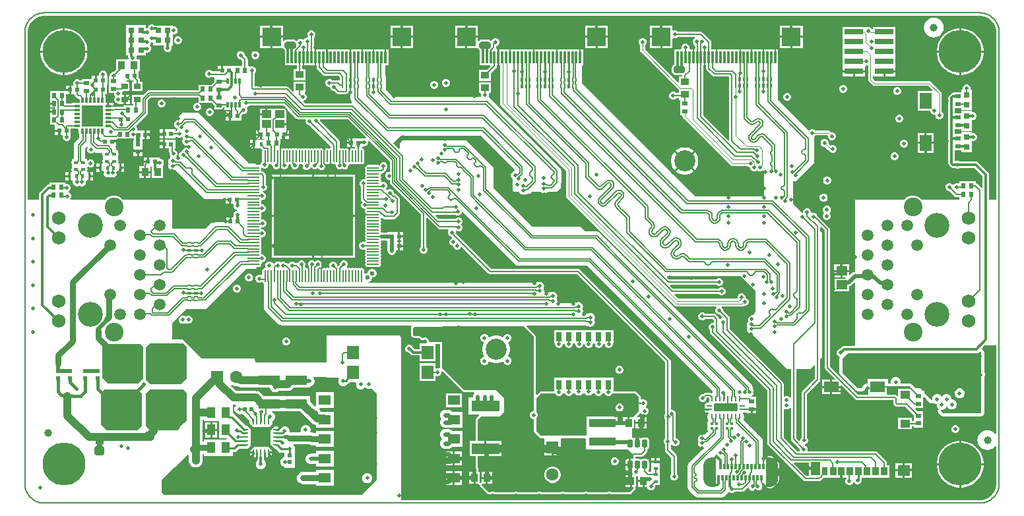
<source format=gtl>
G04*
G04 #@! TF.GenerationSoftware,Altium Limited,Altium Designer,21.2.2 (38)*
G04*
G04 Layer_Physical_Order=1*
G04 Layer_Color=255*
%FSLAX44Y44*%
%MOMM*%
G71*
G04*
G04 #@! TF.SameCoordinates,2EB6EAD6-5C33-48E4-AA2B-E0AFE4ABDD4A*
G04*
G04*
G04 #@! TF.FilePolarity,Positive*
G04*
G01*
G75*
%ADD10C,0.2500*%
%ADD11C,0.2000*%
%ADD13C,0.6000*%
%ADD15C,0.2032*%
%ADD16C,0.2540*%
%ADD17C,0.1270*%
%ADD18C,0.1500*%
%ADD23R,0.6500X0.5500*%
G04:AMPARAMS|DCode=24|XSize=0.2mm|YSize=1.54mm|CornerRadius=0.1mm|HoleSize=0mm|Usage=FLASHONLY|Rotation=0.000|XOffset=0mm|YOffset=0mm|HoleType=Round|Shape=RoundedRectangle|*
%AMROUNDEDRECTD24*
21,1,0.2000,1.3400,0,0,0.0*
21,1,0.0000,1.5400,0,0,0.0*
1,1,0.2000,0.0000,-0.6700*
1,1,0.2000,0.0000,-0.6700*
1,1,0.2000,0.0000,0.6700*
1,1,0.2000,0.0000,0.6700*
%
%ADD24ROUNDEDRECTD24*%
G04:AMPARAMS|DCode=25|XSize=1.54mm|YSize=0.2mm|CornerRadius=0.1mm|HoleSize=0mm|Usage=FLASHONLY|Rotation=0.000|XOffset=0mm|YOffset=0mm|HoleType=Round|Shape=RoundedRectangle|*
%AMROUNDEDRECTD25*
21,1,1.5400,0.0000,0,0,0.0*
21,1,1.3400,0.2000,0,0,0.0*
1,1,0.2000,0.6700,0.0000*
1,1,0.2000,-0.6700,0.0000*
1,1,0.2000,-0.6700,0.0000*
1,1,0.2000,0.6700,0.0000*
%
%ADD25ROUNDEDRECTD25*%
%ADD26R,1.5400X0.2000*%
%ADD27R,0.3000X1.6000*%
%ADD28R,2.4000X2.4000*%
%ADD29R,2.4000X2.4000*%
%ADD30R,3.5600X1.4000*%
%ADD31R,1.5500X1.2700*%
%ADD32R,1.5200X1.7800*%
%ADD33R,0.9200X0.9800*%
%ADD34R,0.8500X0.6500*%
G04:AMPARAMS|DCode=37|XSize=0.25mm|YSize=0.6mm|CornerRadius=0.025mm|HoleSize=0mm|Usage=FLASHONLY|Rotation=0.000|XOffset=0mm|YOffset=0mm|HoleType=Round|Shape=RoundedRectangle|*
%AMROUNDEDRECTD37*
21,1,0.2500,0.5500,0,0,0.0*
21,1,0.2000,0.6000,0,0,0.0*
1,1,0.0500,0.1000,-0.2750*
1,1,0.0500,-0.1000,-0.2750*
1,1,0.0500,-0.1000,0.2750*
1,1,0.0500,0.1000,0.2750*
%
%ADD37ROUNDEDRECTD37*%
G04:AMPARAMS|DCode=38|XSize=0.25mm|YSize=0.6mm|CornerRadius=0.025mm|HoleSize=0mm|Usage=FLASHONLY|Rotation=270.000|XOffset=0mm|YOffset=0mm|HoleType=Round|Shape=RoundedRectangle|*
%AMROUNDEDRECTD38*
21,1,0.2500,0.5500,0,0,270.0*
21,1,0.2000,0.6000,0,0,270.0*
1,1,0.0500,-0.2750,-0.1000*
1,1,0.0500,-0.2750,0.1000*
1,1,0.0500,0.2750,0.1000*
1,1,0.0500,0.2750,-0.1000*
%
%ADD38ROUNDEDRECTD38*%
%ADD39R,2.4000X0.7600*%
%ADD40R,0.7500X1.1000*%
%ADD41R,0.8500X1.1000*%
%ADD42R,0.8750X1.1000*%
%ADD43R,1.2000X1.0000*%
%ADD44R,1.1700X1.8000*%
%ADD45R,1.5500X1.3500*%
%ADD46R,1.9000X1.3500*%
%ADD47R,0.7600X1.2500*%
%ADD48R,1.5000X2.0000*%
G04:AMPARAMS|DCode=49|XSize=0.2mm|YSize=0.565mm|CornerRadius=0.05mm|HoleSize=0mm|Usage=FLASHONLY|Rotation=270.000|XOffset=0mm|YOffset=0mm|HoleType=Round|Shape=RoundedRectangle|*
%AMROUNDEDRECTD49*
21,1,0.2000,0.4650,0,0,270.0*
21,1,0.1000,0.5650,0,0,270.0*
1,1,0.1000,-0.2325,-0.0500*
1,1,0.1000,-0.2325,0.0500*
1,1,0.1000,0.2325,0.0500*
1,1,0.1000,0.2325,-0.0500*
%
%ADD49ROUNDEDRECTD49*%
G04:AMPARAMS|DCode=50|XSize=0.4mm|YSize=0.565mm|CornerRadius=0.05mm|HoleSize=0mm|Usage=FLASHONLY|Rotation=270.000|XOffset=0mm|YOffset=0mm|HoleType=Round|Shape=RoundedRectangle|*
%AMROUNDEDRECTD50*
21,1,0.4000,0.4650,0,0,270.0*
21,1,0.3000,0.5650,0,0,270.0*
1,1,0.1000,-0.2325,-0.1500*
1,1,0.1000,-0.2325,0.1500*
1,1,0.1000,0.2325,0.1500*
1,1,0.1000,0.2325,-0.1500*
%
%ADD50ROUNDEDRECTD50*%
%ADD51R,1.0500X1.4000*%
%ADD52R,2.7000X1.1500*%
%ADD53R,0.7000X0.2500*%
%ADD54R,0.2500X0.7000*%
%ADD55R,0.8000X0.8000*%
%ADD56R,0.3000X0.7500*%
%ADD57R,0.4500X0.5500*%
%ADD58R,1.4500X1.1500*%
%ADD59R,0.6200X0.6200*%
%ADD60R,1.0000X0.9000*%
%ADD61R,0.5500X0.6500*%
%ADD62R,1.2000X1.2000*%
%ADD63R,0.6200X0.6200*%
G04:AMPARAMS|DCode=64|XSize=0.4mm|YSize=0.565mm|CornerRadius=0.05mm|HoleSize=0mm|Usage=FLASHONLY|Rotation=180.000|XOffset=0mm|YOffset=0mm|HoleType=Round|Shape=RoundedRectangle|*
%AMROUNDEDRECTD64*
21,1,0.4000,0.4650,0,0,180.0*
21,1,0.3000,0.5650,0,0,180.0*
1,1,0.1000,-0.1500,0.2325*
1,1,0.1000,0.1500,0.2325*
1,1,0.1000,0.1500,-0.2325*
1,1,0.1000,-0.1500,-0.2325*
%
%ADD64ROUNDEDRECTD64*%
%ADD65R,0.9000X1.0000*%
G04:AMPARAMS|DCode=66|XSize=0.6mm|YSize=1mm|CornerRadius=0.051mm|HoleSize=0mm|Usage=FLASHONLY|Rotation=0.000|XOffset=0mm|YOffset=0mm|HoleType=Round|Shape=RoundedRectangle|*
%AMROUNDEDRECTD66*
21,1,0.6000,0.8980,0,0,0.0*
21,1,0.4980,1.0000,0,0,0.0*
1,1,0.1020,0.2490,-0.4490*
1,1,0.1020,-0.2490,-0.4490*
1,1,0.1020,-0.2490,0.4490*
1,1,0.1020,0.2490,0.4490*
%
%ADD66ROUNDEDRECTD66*%
%ADD67R,0.5500X0.4500*%
%ADD68R,0.3000X0.8000*%
G04:AMPARAMS|DCode=69|XSize=0.2mm|YSize=0.565mm|CornerRadius=0.05mm|HoleSize=0mm|Usage=FLASHONLY|Rotation=180.000|XOffset=0mm|YOffset=0mm|HoleType=Round|Shape=RoundedRectangle|*
%AMROUNDEDRECTD69*
21,1,0.2000,0.4650,0,0,180.0*
21,1,0.1000,0.5650,0,0,180.0*
1,1,0.1000,-0.0500,0.2325*
1,1,0.1000,0.0500,0.2325*
1,1,0.1000,0.0500,-0.2325*
1,1,0.1000,-0.0500,-0.2325*
%
%ADD69ROUNDEDRECTD69*%
%ADD70R,0.8000X0.8000*%
%ADD71R,0.3200X0.3600*%
%ADD72R,3.4000X0.9800*%
%ADD74R,10.1500X10.1500*%
%ADD137C,0.5080*%
%ADD139C,0.1300*%
%ADD140C,0.1297*%
%ADD141R,0.8000X0.3000*%
%ADD142R,2.7000X2.7000*%
G04:AMPARAMS|DCode=143|XSize=1mm|YSize=3mm|CornerRadius=0.05mm|HoleSize=0mm|Usage=FLASHONLY|Rotation=270.000|XOffset=0mm|YOffset=0mm|HoleType=Round|Shape=RoundedRectangle|*
%AMROUNDEDRECTD143*
21,1,1.0000,2.9000,0,0,270.0*
21,1,0.9000,3.0000,0,0,270.0*
1,1,0.1000,-1.4500,-0.4500*
1,1,0.1000,-1.4500,0.4500*
1,1,0.1000,1.4500,0.4500*
1,1,0.1000,1.4500,-0.4500*
%
%ADD143ROUNDEDRECTD143*%
%ADD144R,2.6000X2.6000*%
%ADD145R,1.0000X0.4000*%
%ADD146C,1.0000*%
%ADD147C,0.1524*%
%ADD148C,0.1520*%
%ADD149C,0.1016*%
%ADD150C,0.3000*%
%ADD151C,1.0000*%
%ADD152C,0.5000*%
%ADD153C,0.4000*%
%ADD154C,0.8000*%
%ADD155C,0.3810*%
%ADD156C,0.7620*%
%ADD157C,0.5080*%
%ADD158C,0.1200*%
%ADD159C,0.2056*%
%ADD160R,0.7344X0.2180*%
%ADD161C,1.6000*%
%ADD162R,1.6000X1.6000*%
%ADD163C,5.5000*%
%ADD164C,2.7000*%
%ADD165O,1.0000X0.7000*%
G04:AMPARAMS|DCode=166|XSize=1.6mm|YSize=0.9mm|CornerRadius=0mm|HoleSize=0mm|Usage=FLASHONLY|Rotation=225.000|XOffset=0mm|YOffset=0mm|HoleType=Round|Shape=Round|*
%AMOVALD166*
21,1,0.7000,0.9000,0.0000,0.0000,225.0*
1,1,0.9000,0.2475,0.2475*
1,1,0.9000,-0.2475,-0.2475*
%
%ADD166OVALD166*%

G04:AMPARAMS|DCode=167|XSize=1.6mm|YSize=0.9mm|CornerRadius=0mm|HoleSize=0mm|Usage=FLASHONLY|Rotation=135.000|XOffset=0mm|YOffset=0mm|HoleType=Round|Shape=Round|*
%AMOVALD167*
21,1,0.7000,0.9000,0.0000,0.0000,135.0*
1,1,0.9000,0.2475,-0.2475*
1,1,0.9000,-0.2475,0.2475*
%
%ADD167OVALD167*%

%ADD168R,1.6000X1.6000*%
%ADD169C,3.2000*%
%ADD170C,1.7500*%
%ADD171C,1.5000*%
%ADD172C,2.4000*%
%ADD173C,0.4064*%
%ADD174C,0.6000*%
G36*
X1231159Y625304D02*
X1235002Y623712D01*
X1238460Y621402D01*
X1241402Y618460D01*
X1243712Y615002D01*
X1245304Y611159D01*
X1246115Y607080D01*
X1246115Y605000D01*
X1246115D01*
X1246115Y605000D01*
X1246115Y390000D01*
X1237119D01*
Y422000D01*
X1236806Y423576D01*
X1235913Y424913D01*
X1222913Y437913D01*
X1221576Y438806D01*
X1220000Y439119D01*
X1199909D01*
X1199721Y439307D01*
X1197854Y440080D01*
X1195833D01*
X1194389Y439482D01*
X1193302Y440027D01*
X1193119Y440226D01*
Y453520D01*
X1201960D01*
Y451150D01*
X1215040D01*
Y464803D01*
X1215384Y465033D01*
X1217405D01*
X1219272Y465807D01*
X1220701Y467236D01*
X1221475Y469103D01*
Y471124D01*
X1220701Y472991D01*
X1219272Y474420D01*
X1217405Y475193D01*
X1215384D01*
X1215040Y475423D01*
Y476730D01*
X1201960D01*
Y474100D01*
X1193119D01*
Y480395D01*
X1201960D01*
Y478210D01*
X1215040D01*
Y492103D01*
X1217045D01*
X1218912Y492876D01*
X1220341Y494305D01*
X1221115Y496172D01*
Y498193D01*
X1220341Y500060D01*
X1218912Y501489D01*
X1217045Y502263D01*
X1215040D01*
Y503790D01*
X1201960D01*
Y500975D01*
X1193119D01*
Y507270D01*
X1201960D01*
Y505270D01*
X1215040D01*
Y517770D01*
Y530850D01*
X1213999D01*
X1213452Y531670D01*
Y533691D01*
X1212678Y535558D01*
X1211249Y536987D01*
X1209382Y537761D01*
X1207361D01*
X1205494Y536987D01*
X1204065Y535558D01*
X1203292Y533691D01*
Y531670D01*
X1202744Y530850D01*
X1201960D01*
Y527850D01*
X1191460D01*
Y526679D01*
X1190757D01*
X1189181Y526366D01*
X1187845Y525473D01*
X1186087Y523716D01*
X1185194Y522379D01*
X1184881Y520803D01*
Y494696D01*
Y468588D01*
Y436757D01*
X1185194Y435181D01*
X1186087Y433845D01*
X1187845Y432087D01*
X1189181Y431194D01*
X1190757Y430881D01*
X1193779D01*
X1193966Y430693D01*
X1195833Y429920D01*
X1197854D01*
X1199721Y430693D01*
X1199909Y430881D01*
X1218294D01*
X1228881Y420294D01*
Y405224D01*
X1228369Y404905D01*
X1227611Y404743D01*
X1221802Y410552D01*
X1220631Y411335D01*
X1219790Y411502D01*
Y413790D01*
X1199210D01*
Y411352D01*
X1199005Y411135D01*
X1197940Y410608D01*
X1196481Y411213D01*
X1194460D01*
X1192592Y410439D01*
X1191692Y409539D01*
X1190862Y409151D01*
X1190033Y409539D01*
X1189132Y410439D01*
X1187265Y411213D01*
X1185244D01*
X1183377Y410439D01*
X1181948Y409010D01*
X1181175Y407143D01*
Y405122D01*
X1181948Y403255D01*
X1183377Y401826D01*
X1185244Y401053D01*
X1186230D01*
X1192835Y394448D01*
X1194006Y393665D01*
X1195387Y393391D01*
X1199210D01*
Y391210D01*
X1199210D01*
X1199065Y390000D01*
X1150708D01*
X1148428Y392280D01*
X1145112Y394194D01*
X1141414Y395185D01*
X1137586D01*
X1133888Y394194D01*
X1130572Y392280D01*
X1128292Y390000D01*
X1064938D01*
Y297078D01*
X1062972Y296687D01*
X1061305Y295573D01*
X1058963Y293232D01*
X1057790Y293718D01*
Y297020D01*
X1049270D01*
Y290000D01*
X1052600D01*
X1053279Y288730D01*
X1053244Y288678D01*
X1051250D01*
X1050754Y288580D01*
X1038210D01*
Y272000D01*
X1057790D01*
Y278650D01*
X1058505Y278792D01*
X1060172Y279906D01*
X1063765Y283499D01*
X1064938Y283013D01*
Y202500D01*
X1063826Y202119D01*
X1051679D01*
X1050103Y201806D01*
X1048766Y200913D01*
X1046074Y198220D01*
X1045573D01*
X1043706Y197446D01*
X1042277Y196017D01*
X1041503Y194150D01*
Y192129D01*
X1042277Y190262D01*
X1043706Y188833D01*
X1044550Y188484D01*
X1045411Y187487D01*
X1045115Y186000D01*
X1045115Y167446D01*
X1045411Y165959D01*
X1046253Y164699D01*
X1066143Y144810D01*
X1067403Y143967D01*
X1068889Y143672D01*
X1074565D01*
X1076052Y143967D01*
X1077312Y144810D01*
X1078154Y146070D01*
X1078450Y147556D01*
Y148047D01*
X1078825Y148953D01*
X1079519Y149646D01*
X1080425Y150022D01*
X1080915D01*
X1081203Y150079D01*
X1082185Y149273D01*
Y139835D01*
X1081186Y139181D01*
X1069580D01*
X1033300Y175461D01*
Y351423D01*
X1033044Y352711D01*
X1032314Y353803D01*
X1016237Y369881D01*
X1016213Y369897D01*
X1015807Y370878D01*
X1014378Y372307D01*
X1012511Y373080D01*
X1010490D01*
X1010065Y372904D01*
X1008795Y373753D01*
Y374478D01*
X1008022Y376345D01*
X1006593Y377774D01*
X1004726Y378547D01*
X1002705D01*
X1000838Y377774D01*
X999408Y376345D01*
X998635Y374478D01*
Y373634D01*
X997365Y373108D01*
X985750Y384723D01*
Y413250D01*
X988774D01*
X991487Y415962D01*
X993011Y416981D01*
X993734Y417704D01*
X993734Y417704D01*
X994753Y419228D01*
X1013117Y437593D01*
Y471328D01*
X1014224Y472435D01*
X1029939D01*
X1030332Y472042D01*
Y470347D01*
X1031106Y468479D01*
X1032535Y467051D01*
X1034402Y466277D01*
X1036423D01*
X1038290Y467051D01*
X1039719Y468479D01*
X1040492Y470347D01*
Y472368D01*
X1039719Y474235D01*
X1038290Y475664D01*
X1036423Y476437D01*
X1034727D01*
X1033424Y477741D01*
X1032416Y478414D01*
X1031227Y478651D01*
X1014224D01*
X1013026Y479850D01*
X1011158Y480623D01*
X1009137D01*
X1007270Y479850D01*
X1005991Y478570D01*
X966540Y518021D01*
Y562210D01*
X966540D01*
X966540D01*
Y583290D01*
X888459D01*
Y572750D01*
X886541D01*
Y583290D01*
X880867D01*
Y592038D01*
X880611Y593326D01*
X879881Y594418D01*
X869908Y604391D01*
X868816Y605121D01*
X867527Y605377D01*
X837586D01*
X836646Y606317D01*
X834779Y607091D01*
X832758D01*
X832096Y606817D01*
X831040Y607522D01*
Y613790D01*
X817770D01*
Y599250D01*
Y584710D01*
X831040D01*
Y596499D01*
X832096Y597205D01*
X832758Y596931D01*
X834779D01*
X836646Y597704D01*
X837586Y598644D01*
X859386D01*
X859638Y597374D01*
X858872Y597057D01*
X857443Y595628D01*
X856670Y593760D01*
Y591740D01*
X857443Y589872D01*
X858872Y588443D01*
X859146Y588330D01*
Y583290D01*
X858459D01*
Y572750D01*
X856541D01*
Y583290D01*
X853226D01*
X852521Y584346D01*
X852580Y584490D01*
Y586511D01*
X851807Y588378D01*
X850378Y589807D01*
X848511Y590580D01*
X846490D01*
X844622Y589807D01*
X843193Y588378D01*
X842420Y586511D01*
Y584490D01*
X842479Y584346D01*
X841774Y583290D01*
X833460D01*
Y573148D01*
X833381Y572750D01*
Y563904D01*
X832657Y563420D01*
X830372Y561135D01*
X830371Y561135D01*
X829810Y560294D01*
X829613Y559304D01*
Y555089D01*
X829810Y554098D01*
X830371Y553257D01*
X832871Y550757D01*
X833712Y550196D01*
X834703Y549999D01*
X843068D01*
X843452Y549531D01*
Y548040D01*
X839210D01*
Y541223D01*
X838037Y540737D01*
X795608Y583166D01*
Y588424D01*
X796807Y589622D01*
X797580Y591489D01*
Y593511D01*
X796807Y595378D01*
X795378Y596807D01*
X793511Y597580D01*
X791489D01*
X789622Y596807D01*
X788193Y595378D01*
X787420Y593511D01*
Y591489D01*
X788193Y589622D01*
X789392Y588424D01*
Y581879D01*
X789629Y580689D01*
X790303Y579681D01*
X838956Y531027D01*
X839210Y530858D01*
Y526889D01*
X835743D01*
X834803Y527829D01*
X832936Y528602D01*
X830915D01*
X829048Y527829D01*
X827619Y526400D01*
X826846Y524533D01*
Y522512D01*
X827619Y520645D01*
X829048Y519216D01*
X830915Y518442D01*
X832936D01*
X834803Y519216D01*
X835743Y520156D01*
X839210D01*
Y517960D01*
X840960D01*
Y507908D01*
Y497908D01*
X843642D01*
Y497250D01*
X843879Y496061D01*
X844553Y495052D01*
X905263Y434342D01*
X906271Y433669D01*
X907460Y433432D01*
X927160D01*
X928359Y432233D01*
X930226Y431460D01*
X931019D01*
Y430244D01*
X931792Y428377D01*
X933221Y426948D01*
X935089Y426175D01*
X937109D01*
X938977Y426948D01*
X939447Y427419D01*
X940169Y426696D01*
X942037Y425923D01*
X944057D01*
X945925Y426696D01*
X946730Y427502D01*
X948000Y426976D01*
X948000Y394364D01*
X860636Y394364D01*
X776750Y478250D01*
X715116Y539884D01*
Y561500D01*
X716092Y562210D01*
X716540D01*
Y583290D01*
X623460D01*
Y572750D01*
X621540D01*
Y583290D01*
X608460D01*
Y572750D01*
Y562210D01*
X609900D01*
Y513165D01*
X610137Y511976D01*
X610811Y510968D01*
X694392Y427386D01*
Y394235D01*
X694629Y393046D01*
X695303Y392038D01*
X833788Y253552D01*
X834796Y252879D01*
X835985Y252642D01*
X886912D01*
X887438Y251372D01*
X886443Y250378D01*
X885670Y248510D01*
Y246490D01*
X886443Y244622D01*
X887872Y243193D01*
X889740Y242420D01*
X891072D01*
X894738Y238753D01*
X894225Y237470D01*
X892622Y236807D01*
X892354Y236538D01*
X890976Y236956D01*
X890860Y237538D01*
X890131Y238631D01*
X886414Y242347D01*
X885322Y243077D01*
X884033Y243333D01*
X872917D01*
X871977Y244273D01*
X870110Y245047D01*
X868089D01*
X866222Y244273D01*
X864793Y242844D01*
X864020Y240977D01*
Y238956D01*
X864793Y237089D01*
X866222Y235660D01*
X868089Y234887D01*
X870110D01*
X871977Y235660D01*
X872917Y236600D01*
X882639D01*
X884383Y234855D01*
Y231913D01*
X883510Y231330D01*
X881489D01*
X879622Y230557D01*
X878193Y229128D01*
X877420Y227260D01*
Y225240D01*
X878193Y223372D01*
X879133Y222432D01*
Y219750D01*
X879390Y218462D01*
X880119Y217369D01*
X952633Y144855D01*
Y77000D01*
X952890Y75712D01*
X953619Y74619D01*
X999119Y29119D01*
X1000212Y28390D01*
X1001500Y28133D01*
X1018764D01*
X1020053Y28390D01*
X1021145Y29119D01*
X1024320Y32294D01*
X1024349Y32338D01*
X1024846Y32835D01*
X1046605D01*
Y40875D01*
X1049145D01*
Y32835D01*
X1054024D01*
X1054381Y31565D01*
X1053693Y30878D01*
X1052920Y29011D01*
Y26990D01*
X1053693Y25122D01*
X1055122Y23693D01*
X1056990Y22920D01*
X1059010D01*
X1060878Y23693D01*
X1062307Y25122D01*
X1062869Y26481D01*
X1063578Y26606D01*
X1064253Y26604D01*
X1065580Y25277D01*
X1067447Y24504D01*
X1069468D01*
X1071335Y25277D01*
X1072764Y26706D01*
X1073538Y28573D01*
Y30594D01*
X1073525Y30624D01*
X1073739Y31699D01*
X1074044Y32835D01*
X1109665D01*
Y48915D01*
X1106240D01*
Y51875D01*
X1105984Y53163D01*
X1105254Y54254D01*
X1105254Y54254D01*
X1093879Y65629D01*
X1092788Y66358D01*
X1091500Y66615D01*
X1091500Y66615D01*
X1004780D01*
X1004075Y67671D01*
X1004338Y68306D01*
Y70327D01*
X1003564Y72194D01*
X1002135Y73623D01*
X1000710Y74213D01*
X1000783Y75222D01*
X1000882Y75517D01*
X1002669Y76257D01*
X1004098Y77686D01*
X1004871Y79553D01*
Y81574D01*
X1004098Y83441D01*
X1003158Y84381D01*
Y139903D01*
X1019514Y156259D01*
X1020244Y157352D01*
X1020500Y158640D01*
X1020500Y158640D01*
Y185328D01*
X1022610Y187438D01*
Y347863D01*
X1020500Y349973D01*
Y354299D01*
X1021770Y354825D01*
X1026567Y350028D01*
Y174067D01*
X1026823Y172778D01*
X1027553Y171686D01*
X1039651Y159588D01*
X1039165Y158415D01*
X1035795D01*
Y150395D01*
X1046565D01*
Y151015D01*
X1047738Y151501D01*
X1065805Y133434D01*
X1066897Y132704D01*
X1068186Y132448D01*
X1114233D01*
Y128800D01*
X1114490Y127512D01*
X1115219Y126419D01*
X1116505Y125133D01*
X1117598Y124404D01*
X1118886Y124147D01*
X1129848D01*
X1140967Y113029D01*
Y105742D01*
X1137765D01*
Y109915D01*
X1120685D01*
Y94835D01*
X1137765D01*
Y99008D01*
X1140967D01*
Y97210D01*
X1152547D01*
Y107210D01*
Y117790D01*
X1145728D01*
X1142481Y121037D01*
X1142967Y122210D01*
X1152547D01*
Y135918D01*
X1153731Y136377D01*
X1160217Y129256D01*
X1160219Y129254D01*
X1160220Y129252D01*
X1160829Y128805D01*
X1161436Y128356D01*
X1161439Y128355D01*
X1161441Y128354D01*
X1162182Y128171D01*
X1162908Y127991D01*
X1162910Y127992D01*
X1162913Y127991D01*
X1163669Y128106D01*
X1164406Y128217D01*
X1164409Y128219D01*
X1164411Y128219D01*
X1165123Y128477D01*
X1165600Y128765D01*
X1166105Y129002D01*
X1166153Y129038D01*
X1167015Y128176D01*
X1169349Y127210D01*
X1170012D01*
Y124995D01*
X1170979Y122661D01*
X1172155Y121485D01*
X1172150Y121478D01*
X1171589Y120208D01*
X1171433Y119511D01*
X1171262Y118819D01*
X1171269Y118773D01*
X1171258Y118728D01*
X1171381Y118026D01*
X1171488Y117320D01*
X1171512Y117281D01*
X1171519Y117235D01*
X1171902Y116633D01*
X1172270Y116022D01*
X1175128Y112884D01*
X1175202Y112830D01*
X1175253Y112753D01*
X1175809Y112382D01*
X1176348Y111984D01*
X1176437Y111962D01*
X1176513Y111911D01*
X1177170Y111781D01*
X1177819Y111620D01*
X1177910Y111633D01*
X1178000Y111615D01*
X1227000D01*
X1228487Y111911D01*
X1229747Y112753D01*
X1230589Y114013D01*
X1230885Y115500D01*
Y160904D01*
X1231383Y161403D01*
X1232350Y163737D01*
Y166263D01*
X1231383Y168597D01*
X1230885Y169096D01*
Y185613D01*
X1231350Y186737D01*
Y189263D01*
X1230885Y190387D01*
Y194000D01*
X1230589Y195487D01*
X1229747Y196747D01*
X1228487Y197589D01*
X1228256Y197635D01*
X1227838Y199013D01*
X1231325Y202500D01*
X1246115D01*
Y183323D01*
X1246115Y165959D01*
Y150274D01*
Y141840D01*
Y129038D01*
Y117235D01*
Y105746D01*
Y89405D01*
X1244845Y88974D01*
X1244033Y90033D01*
X1241387Y92063D01*
X1238306Y93339D01*
X1235000Y93774D01*
X1231694Y93339D01*
X1228613Y92063D01*
X1225967Y90033D01*
X1223937Y87387D01*
X1222661Y84306D01*
X1222226Y81000D01*
X1222661Y77694D01*
X1223937Y74613D01*
X1225967Y71967D01*
X1228613Y69937D01*
X1231694Y68661D01*
X1235000Y68226D01*
X1238306Y68661D01*
X1241387Y69937D01*
X1244033Y71967D01*
X1244845Y73026D01*
X1246115Y72595D01*
Y25000D01*
X1246115Y22920D01*
X1245304Y18841D01*
X1243712Y14998D01*
X1241402Y11539D01*
X1238460Y8598D01*
X1235002Y6287D01*
X1231159Y4696D01*
X1227080Y3884D01*
X1225000Y3884D01*
X483417D01*
X482320Y4879D01*
Y213000D01*
X482123Y213991D01*
X481561Y214832D01*
X480721Y215393D01*
X479730Y215590D01*
X460462D01*
X460383Y215643D01*
X459392Y215840D01*
X389299D01*
X388308Y215643D01*
X387468Y215082D01*
X386906Y214241D01*
X386709Y213250D01*
Y205595D01*
X386641Y205250D01*
Y180656D01*
X295904D01*
X295249Y182236D01*
X294748Y184756D01*
X294748Y186040D01*
X293478Y186040D01*
X226123D01*
X202163Y210000D01*
X189924D01*
X188654Y210000D01*
Y231154D01*
X206750Y249250D01*
X232500D01*
X284537Y301287D01*
X286336Y300929D01*
X286336Y300929D01*
X293226D01*
X295461Y301373D01*
X297356Y302640D01*
X297704Y303160D01*
X299926D01*
X301307Y303435D01*
X302478Y304217D01*
X303260Y305388D01*
X303535Y306769D01*
X303310Y307902D01*
X303776Y308774D01*
X304105Y309172D01*
X304696D01*
X306563Y309946D01*
X307992Y311375D01*
X308765Y313242D01*
Y315263D01*
X307992Y317130D01*
X306563Y318559D01*
X304696Y319332D01*
X303423D01*
X303260Y320151D01*
X302847Y320769D01*
X303260Y321388D01*
X303535Y322769D01*
X303260Y324151D01*
X302847Y324769D01*
X303260Y325388D01*
X303535Y326769D01*
X303260Y328151D01*
X302847Y328769D01*
X303260Y329388D01*
X303535Y330769D01*
X303260Y332151D01*
X302847Y332769D01*
X303260Y333388D01*
X303535Y334769D01*
X303260Y336151D01*
X302847Y336769D01*
X303260Y337388D01*
X303535Y338769D01*
X303260Y340151D01*
X303191Y340255D01*
X303883Y341488D01*
X305165D01*
X307032Y342261D01*
X308461Y343690D01*
X309235Y345558D01*
Y347578D01*
X308461Y349446D01*
X307032Y350875D01*
X305165Y351648D01*
X303360D01*
X303260Y352151D01*
X302847Y352769D01*
X303260Y353388D01*
X303414Y354158D01*
X303745Y354335D01*
X305765D01*
X307633Y355108D01*
X309062Y356538D01*
X309835Y358405D01*
Y360426D01*
X309062Y362293D01*
X307633Y363722D01*
X305765Y364495D01*
X304191D01*
X303820Y364851D01*
X303400Y365438D01*
X303316Y365668D01*
X303535Y366769D01*
X303260Y368151D01*
X302847Y368769D01*
X303260Y369388D01*
X303535Y370769D01*
X303260Y372151D01*
X302924Y372655D01*
X303484Y373755D01*
X304843D01*
X306710Y374528D01*
X308139Y375957D01*
X308913Y377824D01*
Y379845D01*
X308139Y381712D01*
X306710Y383142D01*
X304843Y383915D01*
X303680D01*
X303055Y385080D01*
X303260Y385388D01*
X303535Y386769D01*
X303260Y388151D01*
X303191Y388255D01*
X303883Y389488D01*
X305165D01*
X307032Y390261D01*
X308461Y391690D01*
X309235Y393558D01*
Y395578D01*
X308461Y397446D01*
X307032Y398875D01*
X305165Y399648D01*
X304423D01*
X304365Y399770D01*
X304429Y399968D01*
X305215Y400944D01*
X306765D01*
X308632Y401717D01*
X310061Y403146D01*
X310834Y405013D01*
Y407034D01*
X310061Y408901D01*
X309364Y409599D01*
Y420746D01*
X309089Y422127D01*
X308307Y423298D01*
X306283Y425322D01*
X305112Y426104D01*
X304713Y426183D01*
X304042Y426517D01*
X303466Y427229D01*
Y430191D01*
X304736Y430646D01*
X306490Y429920D01*
X308510D01*
X310378Y430693D01*
X311807Y432122D01*
X312580Y433989D01*
Y435334D01*
X313362Y435490D01*
X313981Y435903D01*
X314599Y435490D01*
X315981Y435215D01*
X316111Y435241D01*
X316176Y435223D01*
X317284Y434179D01*
Y432901D01*
X318057Y431034D01*
X319487Y429605D01*
X321354Y428832D01*
X323375D01*
X325242Y429605D01*
X326671Y431034D01*
X326958Y431727D01*
X328332D01*
X328502Y431317D01*
X329931Y429888D01*
X331798Y429115D01*
X333819D01*
X335686Y429888D01*
X337115Y431317D01*
X337889Y433185D01*
Y434437D01*
X338039Y434659D01*
X339081Y435394D01*
X339981Y435215D01*
X340095Y435238D01*
X341064Y434234D01*
Y433120D01*
X341838Y431253D01*
X343267Y429824D01*
X345134Y429050D01*
X347155D01*
X349022Y429824D01*
X350451Y431253D01*
X351224Y433120D01*
Y434071D01*
X351981Y435215D01*
X353362Y435490D01*
X353981Y435903D01*
X354599Y435490D01*
X355386Y435333D01*
X356204Y434119D01*
X356205Y433974D01*
Y431971D01*
X356978Y430103D01*
X358407Y428674D01*
X360274Y427901D01*
X362295D01*
X364162Y428674D01*
X365592Y430103D01*
X366045Y431198D01*
X367419D01*
X367495Y431015D01*
X368924Y429586D01*
X370791Y428812D01*
X372812D01*
X374679Y429586D01*
X375616Y430523D01*
X376113Y430424D01*
X377542Y428995D01*
X379409Y428222D01*
X381430D01*
X383297Y428995D01*
X384726Y430424D01*
X385500Y432291D01*
Y434312D01*
X385280Y434844D01*
X386305Y435686D01*
X386599Y435490D01*
X387981Y435215D01*
X389362Y435490D01*
X389981Y435903D01*
X390599Y435490D01*
X390711Y435467D01*
Y436537D01*
X391316Y437443D01*
X391590Y438824D01*
Y445524D01*
X392371D01*
Y438824D01*
X392645Y437443D01*
X393251Y436537D01*
Y435467D01*
X393362Y435490D01*
X393981Y435903D01*
X394599Y435490D01*
X395981Y435215D01*
X397362Y435490D01*
X397542Y435610D01*
X398114Y435355D01*
X398702Y434871D01*
Y433072D01*
X399475Y431204D01*
X400904Y429775D01*
X402771Y429002D01*
X404792D01*
X406660Y429775D01*
X406772Y429888D01*
X407344Y429317D01*
X409211Y428543D01*
X411232D01*
X413099Y429317D01*
X414528Y430746D01*
X415302Y432613D01*
Y434055D01*
X415826Y434951D01*
X416401Y435299D01*
X417362Y435490D01*
X417981Y435903D01*
X418599Y435490D01*
X419981Y435215D01*
X421362Y435490D01*
X421981Y435903D01*
X422599Y435490D01*
X423981Y435215D01*
X425362Y435490D01*
X425981Y435903D01*
X426599Y435490D01*
X427981Y435215D01*
X429362Y435490D01*
X429981Y435903D01*
X430599Y435490D01*
X431981Y435215D01*
X433362Y435490D01*
X434533Y436272D01*
X435315Y437443D01*
X435590Y438824D01*
Y452224D01*
X435315Y453605D01*
X434533Y454776D01*
X433362Y455559D01*
X433231Y455585D01*
X432585Y457008D01*
X432740Y457276D01*
X432951Y457407D01*
X433312D01*
Y458132D01*
X434368Y458837D01*
X434385Y458831D01*
X436406D01*
X438273Y459604D01*
X439702Y461033D01*
X440475Y462900D01*
Y464921D01*
X440323Y465288D01*
X441400Y466007D01*
X468145Y439262D01*
Y425823D01*
X466184D01*
X464317Y425050D01*
X462888Y423621D01*
X462114Y421754D01*
Y419733D01*
X462888Y417865D01*
X464317Y416436D01*
X466184Y415663D01*
X468145D01*
Y412191D01*
X468402Y410902D01*
X469132Y409810D01*
X508383Y370558D01*
Y329602D01*
X507407Y328626D01*
X506634Y326759D01*
Y324738D01*
X507407Y322870D01*
X508836Y321441D01*
X510703Y320668D01*
X512724D01*
X514591Y321441D01*
X516020Y322870D01*
X516794Y324738D01*
Y326759D01*
X516020Y328626D01*
X515117Y329529D01*
Y366146D01*
X516290Y366632D01*
X529811Y353111D01*
X530861Y352409D01*
X532100Y352163D01*
X543266D01*
X543792Y350893D01*
X543621Y350721D01*
X542847Y348854D01*
Y346833D01*
X543621Y344966D01*
X545050Y343537D01*
X546917Y342763D01*
X547091D01*
X548115Y341740D01*
X547806Y340252D01*
X546698Y339793D01*
X545269Y338364D01*
X544496Y336497D01*
Y334476D01*
X545269Y332609D01*
X546698Y331180D01*
X548565Y330406D01*
X549402D01*
Y329822D01*
X550175Y327955D01*
X551604Y326526D01*
X553472Y325752D01*
X555493D01*
X557360Y326526D01*
X558789Y327955D01*
X559174Y328885D01*
X560672Y329183D01*
X594799Y295056D01*
X595970Y294273D01*
X597351Y293999D01*
X708397D01*
X821391Y181005D01*
Y114501D01*
X820952Y114062D01*
X820179Y112195D01*
Y110174D01*
X820952Y108307D01*
X821391Y107868D01*
Y83175D01*
X820451Y82235D01*
X819678Y80368D01*
Y78347D01*
X820451Y76480D01*
X821391Y75541D01*
Y68000D01*
X821665Y66619D01*
X822448Y65448D01*
X829391Y58505D01*
Y37575D01*
X828693Y36878D01*
X827920Y35010D01*
Y32989D01*
X828693Y31122D01*
X830122Y29693D01*
X831990Y28920D01*
X834010D01*
X835878Y29693D01*
X837307Y31122D01*
X838080Y32989D01*
Y35010D01*
X837307Y36878D01*
X836609Y37575D01*
Y60000D01*
X836335Y61381D01*
X835552Y62552D01*
X828609Y69495D01*
Y74848D01*
X829055Y75254D01*
X830510Y75061D01*
X831939Y73632D01*
X833806Y72859D01*
X835827D01*
X837694Y73632D01*
X839123Y75061D01*
X839896Y76929D01*
Y78950D01*
X839123Y80817D01*
X837694Y82246D01*
X835827Y83019D01*
X834781D01*
Y112456D01*
X834674Y112996D01*
X835088Y113996D01*
Y116017D01*
X834314Y117884D01*
X832886Y119313D01*
X831018Y120086D01*
X828997D01*
X828609Y120346D01*
Y182500D01*
X828335Y183881D01*
X827552Y185052D01*
X712444Y300160D01*
X711273Y300942D01*
X709892Y301217D01*
X598846D01*
X553007Y347056D01*
Y348854D01*
X553001Y348868D01*
X553027Y348907D01*
X554026Y349714D01*
X555546Y349084D01*
X557567D01*
X559434Y349858D01*
X560863Y351287D01*
X561636Y353154D01*
Y355175D01*
X560863Y357042D01*
X559800Y358105D01*
X560822Y359127D01*
X561596Y360994D01*
Y363015D01*
X560822Y364883D01*
X559393Y366311D01*
X557526Y367085D01*
X555505D01*
X553638Y366311D01*
X552569Y365242D01*
X530841D01*
X527023Y369060D01*
X527509Y370233D01*
X552300D01*
X552514Y370020D01*
X554381Y369246D01*
X556402D01*
X558269Y370020D01*
X559698Y371449D01*
X560471Y373316D01*
Y373773D01*
X561741Y374299D01*
X630541Y305500D01*
X631297D01*
X631506Y305360D01*
X633742Y304916D01*
X633742Y304916D01*
X721404D01*
X882108Y144212D01*
Y141926D01*
X880838Y141341D01*
X880239Y141741D01*
X879000Y141987D01*
X873750D01*
X872511Y141741D01*
X871461Y141039D01*
X870502Y140080D01*
X868989D01*
X867122Y139307D01*
X865693Y137878D01*
X864920Y136011D01*
Y133989D01*
X865693Y132122D01*
X867122Y130693D01*
X868989Y129920D01*
X871011D01*
X872878Y130693D01*
X874307Y132122D01*
X875080Y133989D01*
Y135502D01*
X875091Y135513D01*
X877659D01*
X877905Y135267D01*
Y131500D01*
X878122Y130411D01*
X878153Y130365D01*
X877474Y129095D01*
X875000D01*
X873911Y128878D01*
X872989Y128261D01*
X872372Y127339D01*
X872155Y126250D01*
Y124250D01*
X872372Y123161D01*
X872647Y122750D01*
X872372Y122339D01*
X872209Y121520D01*
X874421D01*
X875000Y121405D01*
X877750D01*
Y118980D01*
X872209D01*
X872372Y118161D01*
X872989Y117239D01*
X873911Y116622D01*
X875000Y116405D01*
X877040D01*
X877455Y115135D01*
X876352Y113486D01*
X875908Y111250D01*
Y109500D01*
X875908Y109500D01*
X876352Y107264D01*
X877031Y106249D01*
X875853Y104486D01*
X875408Y102250D01*
X875408Y102250D01*
Y102050D01*
X875853Y99814D01*
X876229Y99250D01*
X875853Y98686D01*
X875408Y96450D01*
Y96250D01*
X875408Y96250D01*
X875853Y94014D01*
X876742Y92683D01*
X872449Y88389D01*
X872384Y88432D01*
X870149Y88877D01*
X870148Y88877D01*
X869182D01*
X866946Y88432D01*
X865050Y87166D01*
X863784Y85270D01*
X863339Y83034D01*
X863784Y80799D01*
X864284Y80050D01*
X863784Y79301D01*
X863339Y77066D01*
X863784Y74830D01*
X865050Y72934D01*
X866946Y71668D01*
X869182Y71223D01*
X869665D01*
X870221Y69983D01*
X852019Y51781D01*
X850752Y49886D01*
X850308Y47650D01*
X850308Y47650D01*
Y20673D01*
X850308Y20673D01*
X850752Y18437D01*
X852019Y16542D01*
X858830Y9730D01*
X858830Y9730D01*
X858830Y9730D01*
X859592Y8969D01*
X859592Y8969D01*
X861487Y7702D01*
X863723Y7258D01*
X863723Y7258D01*
X893907D01*
X893907Y7258D01*
X896143Y7702D01*
X898038Y8969D01*
X902681Y13612D01*
X902681Y13612D01*
X902873Y13899D01*
X904436Y14131D01*
X906303Y13358D01*
X908324D01*
X910191Y14131D01*
X910889Y14828D01*
X920779D01*
X922160Y15103D01*
X923331Y15885D01*
X927446Y20001D01*
X928661Y19632D01*
X928752Y19179D01*
X930018Y17284D01*
X931913Y16017D01*
X934149Y15572D01*
X936385Y16017D01*
X937266Y16606D01*
X938101Y16049D01*
X940337Y15604D01*
X942572Y16049D01*
X944468Y17315D01*
X945734Y19210D01*
X946179Y21446D01*
Y21577D01*
X946179Y21577D01*
X945734Y23813D01*
X945178Y24645D01*
X945857Y25915D01*
X948790Y25915D01*
X949074Y24763D01*
X949116Y24442D01*
X949826Y22730D01*
X950174Y22275D01*
X950750Y22851D01*
Y56659D01*
X950174Y57235D01*
X949826Y56780D01*
X949116Y55068D01*
X948922Y53595D01*
X946892D01*
Y79669D01*
X946448Y81905D01*
X945181Y83800D01*
X945181Y83800D01*
X921975Y107006D01*
X922148Y107264D01*
X922592Y109500D01*
Y111250D01*
X922148Y113486D01*
X921045Y115135D01*
X921460Y116405D01*
X923500D01*
X924588Y116622D01*
X925440Y117191D01*
X925830Y117108D01*
X926710Y116746D01*
Y115710D01*
X931230D01*
Y121000D01*
X932500D01*
Y122270D01*
X938290D01*
Y125710D01*
Y136290D01*
X933071D01*
X932686Y137560D01*
X933811Y138312D01*
X935077Y140207D01*
X935522Y142443D01*
Y143410D01*
X935077Y145646D01*
X933838Y147501D01*
Y148932D01*
X933838Y148932D01*
X933393Y151167D01*
X932126Y153063D01*
X932126Y153063D01*
X777220Y307970D01*
X777219Y307970D01*
X737950Y347239D01*
X736055Y348505D01*
X733819Y348950D01*
X733819Y348950D01*
X718781D01*
X713298Y354750D01*
X651500Y354750D01*
X601000Y405250D01*
Y431290D01*
X566540Y465750D01*
X541368Y465750D01*
X539567Y466108D01*
X539567Y466108D01*
X538600D01*
X536800Y465750D01*
X484750Y465750D01*
X480810Y461810D01*
Y455750D01*
X479637Y455264D01*
X472270Y462632D01*
X482004Y472366D01*
X584384D01*
X625750Y431000D01*
Y425603D01*
X625398Y425251D01*
X624132Y423356D01*
X623687Y421120D01*
X624132Y418884D01*
X625398Y416989D01*
X625750Y416754D01*
Y401500D01*
X627000Y400250D01*
X633984D01*
X634102Y399655D01*
X635369Y397760D01*
X637264Y396494D01*
X639500Y396049D01*
X641736Y396494D01*
X642153Y396772D01*
X642977D01*
X642978Y396772D01*
X645213Y397217D01*
X645567Y397453D01*
X647581Y397854D01*
X649477Y399120D01*
X650607Y400250D01*
X661738D01*
X661899Y400010D01*
X663794Y398744D01*
X666030Y398299D01*
X668266Y398744D01*
X668682Y399022D01*
X669113D01*
X669113Y399022D01*
X671349Y399467D01*
X671637Y399659D01*
X675846D01*
X675846Y399659D01*
X678081Y400104D01*
X678300Y400250D01*
X682813D01*
X687913Y405349D01*
Y410726D01*
X688161Y411974D01*
X688161Y411974D01*
Y426776D01*
X688161Y426776D01*
X687913Y428024D01*
Y429588D01*
X595363Y522137D01*
X595118Y522504D01*
X595388Y523156D01*
Y525177D01*
X595214Y525597D01*
X595920Y526653D01*
X597606D01*
Y540733D01*
X582526D01*
Y526653D01*
X584697D01*
X585403Y525597D01*
X585228Y525177D01*
Y523156D01*
X584548Y522137D01*
X472455D01*
X462956Y531635D01*
X463342Y533575D01*
X463342Y533575D01*
Y537225D01*
X463342Y537225D01*
X462898Y539461D01*
X462821Y539575D01*
X462898Y539689D01*
X463342Y541925D01*
X463342Y541925D01*
Y545575D01*
X463342Y545575D01*
X462898Y547811D01*
X462500Y548406D01*
Y562210D01*
X466540D01*
Y583290D01*
X388460D01*
Y572750D01*
X386540D01*
Y583290D01*
X373460D01*
Y572750D01*
Y562210D01*
X374133D01*
Y559750D01*
X374390Y558462D01*
X375119Y557369D01*
X382369Y550119D01*
X383462Y549390D01*
X384750Y549133D01*
X402176D01*
X404131Y547178D01*
X403900Y546018D01*
Y543954D01*
X403095Y543368D01*
X402630Y543192D01*
X401518Y543414D01*
X394604D01*
X393664Y544354D01*
X391797Y545127D01*
X389776D01*
X387909Y544354D01*
X386480Y542925D01*
X385706Y541058D01*
Y539037D01*
X386480Y537169D01*
X387909Y535741D01*
X389776Y534967D01*
X391634D01*
Y533620D01*
X392408Y531753D01*
X393837Y530324D01*
X395704Y529550D01*
X397033D01*
X400047Y526537D01*
X401139Y525807D01*
X402427Y525550D01*
X411607D01*
X412896Y525807D01*
X413988Y526537D01*
X414881Y527429D01*
X415610Y528522D01*
X415645Y528695D01*
X416000Y529919D01*
X417533D01*
Y519819D01*
X417533Y519819D01*
X417978Y517583D01*
X419000Y516054D01*
Y513092D01*
X359567D01*
X357079Y515581D01*
X357547Y516909D01*
X359040Y517528D01*
X360469Y518957D01*
X361243Y520824D01*
Y522845D01*
X360469Y524712D01*
X359040Y526141D01*
X358922Y526190D01*
X359175Y527460D01*
X360040D01*
Y541540D01*
X344960D01*
Y529359D01*
X343787Y528873D01*
X338529Y534131D01*
X337437Y534860D01*
X336148Y535117D01*
X294367D01*
Y552093D01*
X295474Y553200D01*
X296248Y555067D01*
Y557088D01*
X295474Y558955D01*
X294045Y560384D01*
X292178Y561158D01*
X290157D01*
X288999Y560678D01*
X287729Y561483D01*
Y561855D01*
X286048D01*
Y569997D01*
X285773Y571378D01*
X284991Y572549D01*
X281818Y575722D01*
Y576708D01*
X281045Y578575D01*
X279615Y580004D01*
X277748Y580778D01*
X275727D01*
X273860Y580004D01*
X272431Y578575D01*
X271658Y576708D01*
Y574687D01*
X272431Y572820D01*
X273860Y571391D01*
X275727Y570618D01*
X276714D01*
X278829Y568502D01*
Y561855D01*
X267149D01*
Y561705D01*
X254326D01*
Y556065D01*
X253056D01*
Y554795D01*
X247416D01*
Y554558D01*
X240279D01*
X239075Y555762D01*
X237208Y556535D01*
X235187D01*
X233320Y555762D01*
X231891Y554333D01*
X231117Y552466D01*
Y550445D01*
X231891Y548578D01*
X233320Y547149D01*
X235187Y546375D01*
X237208D01*
X239075Y547149D01*
X239266Y547339D01*
X241883D01*
X242926Y546791D01*
Y541687D01*
X238779Y537540D01*
X222460D01*
Y530721D01*
X222370Y530631D01*
X159172D01*
X157884Y530375D01*
X156792Y529645D01*
X151373Y524226D01*
X150621Y524538D01*
Y524538D01*
X137041D01*
Y512958D01*
X138594D01*
Y510804D01*
X126658D01*
Y509449D01*
X114350D01*
X114191Y509417D01*
X113210Y510223D01*
Y514040D01*
X107940D01*
Y510000D01*
X105400D01*
Y514040D01*
X103210D01*
Y524040D01*
X102779D01*
Y525548D01*
X105531D01*
Y536828D01*
X105531D01*
X105570Y537641D01*
X105570D01*
X105570Y538082D01*
Y548921D01*
X105570D01*
X105272Y549367D01*
X105409Y549698D01*
Y551718D01*
X104636Y553586D01*
X103207Y555015D01*
X101340Y555788D01*
X99319D01*
X97451Y555015D01*
X96022Y553586D01*
X95249Y551718D01*
Y549698D01*
X94730Y548921D01*
X92200D01*
Y543281D01*
X89660D01*
Y548921D01*
X85290D01*
Y545443D01*
X84290Y544790D01*
X72710D01*
Y543109D01*
X70575D01*
X69878Y543807D01*
X68011Y544580D01*
X65989D01*
X64122Y543807D01*
X62693Y542378D01*
X61920Y540510D01*
Y538489D01*
X62249Y537696D01*
X61543Y536640D01*
X59270D01*
Y531000D01*
Y525360D01*
X63391D01*
Y524900D01*
X63665Y523519D01*
X64448Y522348D01*
X66019Y520776D01*
X67190Y519994D01*
X68572Y519719D01*
X69346D01*
X70130Y518936D01*
Y514040D01*
X60130D01*
Y513354D01*
X52540D01*
Y518873D01*
X52540D01*
Y525360D01*
X56730D01*
Y529730D01*
X52360D01*
Y529290D01*
X31960D01*
Y517710D01*
X31960D01*
Y514353D01*
X37250D01*
Y511813D01*
X31960D01*
Y507293D01*
Y503937D01*
X37250D01*
Y501397D01*
X31960D01*
Y498040D01*
X31960D01*
Y486460D01*
X37436D01*
X38298Y485598D01*
X38610Y484390D01*
X38610D01*
X38610Y484390D01*
Y480020D01*
X44250D01*
Y478750D01*
X45520D01*
Y473110D01*
X48077D01*
X48783Y472054D01*
X48607Y471629D01*
Y469608D01*
X49380Y467741D01*
X50809Y466312D01*
X52676Y465538D01*
X54697D01*
X56564Y466312D01*
X57993Y467741D01*
X58767Y469608D01*
Y471629D01*
X58435Y472429D01*
X58890Y473110D01*
X58890D01*
Y480887D01*
X60130Y480960D01*
Y480960D01*
X68109D01*
X68790Y479916D01*
X68763Y479690D01*
X68327Y477500D01*
X68772Y475264D01*
X69177Y474658D01*
Y473414D01*
X69177Y473414D01*
X69203Y473285D01*
Y469193D01*
X64158Y464148D01*
X62892Y462253D01*
X62447Y460017D01*
X62447Y460017D01*
Y442878D01*
X61942Y442372D01*
X60124D01*
Y439979D01*
X60016Y439818D01*
X59572Y437582D01*
X60016Y435346D01*
X60124Y435185D01*
Y430979D01*
X60016Y430818D01*
X59572Y428582D01*
X59957Y426642D01*
X59314Y425478D01*
X59229Y425372D01*
X58184D01*
Y420082D01*
Y414792D01*
X61087D01*
Y412750D01*
X61532Y410514D01*
X62798Y408619D01*
X64694Y407352D01*
X66929Y406908D01*
X69165Y407352D01*
X69914Y407853D01*
X70663Y407352D01*
X72898Y406908D01*
X75134Y407352D01*
X77030Y408619D01*
X78296Y410514D01*
X78741Y412750D01*
Y414792D01*
X81644D01*
Y420082D01*
Y425372D01*
X80599D01*
X80513Y425478D01*
X79870Y426642D01*
X80256Y428582D01*
X79811Y430818D01*
X80050Y431506D01*
X81320Y431926D01*
X81416Y431925D01*
X83239Y431170D01*
X85260D01*
X87128Y431943D01*
X88557Y433372D01*
X89330Y435239D01*
Y437261D01*
X88557Y439128D01*
X87128Y440557D01*
X85260Y441330D01*
X83239D01*
X81372Y440557D01*
X80974Y440158D01*
X79704Y440684D01*
Y442372D01*
X77886D01*
X77380Y442878D01*
Y456252D01*
X79039Y457910D01*
X80505Y457580D01*
X80674Y457108D01*
X80443Y456878D01*
X79670Y455010D01*
Y452990D01*
X80443Y451122D01*
X81872Y449693D01*
X83740Y448920D01*
X85760D01*
X87628Y449693D01*
X88786Y450852D01*
X89450Y450408D01*
X91686Y449963D01*
X98748D01*
X99553Y448981D01*
X99408Y448250D01*
X99853Y446014D01*
X99960Y445853D01*
Y441647D01*
X99853Y441486D01*
X99408Y439250D01*
X99794Y437310D01*
X99151Y436146D01*
X99065Y436040D01*
X98020D01*
Y430750D01*
Y425460D01*
X100784D01*
Y424252D01*
X101229Y422016D01*
X102495Y420121D01*
X104391Y418854D01*
X106626Y418410D01*
X108862Y418854D01*
X109611Y419355D01*
X110360Y418854D01*
X112595Y418410D01*
X114831Y418854D01*
X116727Y420121D01*
X117993Y422016D01*
X118438Y424252D01*
Y425460D01*
X121480D01*
Y430750D01*
Y436040D01*
X120435D01*
X120349Y436146D01*
X119706Y437310D01*
X120092Y439250D01*
X119648Y441486D01*
X119540Y441647D01*
Y445853D01*
X119648Y446014D01*
X120092Y448250D01*
X119648Y450486D01*
X119540Y450647D01*
Y453040D01*
X117722D01*
X117217Y453546D01*
Y454076D01*
X116772Y456312D01*
X115894Y457625D01*
X116573Y458895D01*
X117226D01*
Y463265D01*
X111586D01*
Y465805D01*
X117226D01*
Y468048D01*
X117426D01*
X118553Y468272D01*
X137033D01*
Y468375D01*
X138089Y469081D01*
X138312Y468988D01*
X139646D01*
Y466334D01*
X139317D01*
Y455053D01*
Y452963D01*
X144957D01*
X150597D01*
Y455053D01*
Y466333D01*
X150597D01*
X151034Y467422D01*
X153115D01*
Y473062D01*
Y478702D01*
X144683D01*
X144382Y479154D01*
Y481174D01*
X143608Y483042D01*
X142179Y484471D01*
X142140Y484669D01*
X156558Y499087D01*
X157288Y500179D01*
X157544Y501468D01*
Y517283D01*
X161421Y521160D01*
X222329D01*
X222460Y521029D01*
Y515208D01*
X222151Y514503D01*
X221466Y514044D01*
X219929D01*
X218062Y513271D01*
X216633Y511842D01*
X215859Y509975D01*
Y507954D01*
X216633Y506087D01*
X218062Y504658D01*
X219929Y503885D01*
X221950D01*
X223817Y504658D01*
X225246Y506087D01*
X226019Y507954D01*
Y509975D01*
X225246Y511842D01*
X223817Y513271D01*
X223409Y513440D01*
X223662Y514710D01*
X238779D01*
X242962Y510527D01*
Y506040D01*
X254542D01*
Y508133D01*
X255960D01*
Y504960D01*
X265462D01*
X265787Y504410D01*
X265063Y503140D01*
X264612D01*
Y497500D01*
Y491860D01*
X277982D01*
Y498036D01*
X279616Y499670D01*
X281511D01*
X283378Y500443D01*
X284807Y501872D01*
X285580Y503740D01*
Y505760D01*
X284807Y507628D01*
X284688Y507747D01*
X285222Y509008D01*
X286878Y509693D01*
X287817Y510633D01*
X331945D01*
X334063Y508515D01*
X333577Y507342D01*
X311143D01*
Y499802D01*
X309873D01*
Y498532D01*
X301333D01*
Y492262D01*
Y479262D01*
X300107Y479156D01*
X296848D01*
Y474786D01*
X302488D01*
Y473516D01*
X303758D01*
Y467876D01*
X307460D01*
Y466559D01*
X295166D01*
Y461269D01*
Y455979D01*
X302541D01*
X304754Y453767D01*
X304646Y453605D01*
X304371Y452224D01*
Y445524D01*
Y439055D01*
X303193Y437878D01*
X302420Y436011D01*
Y434309D01*
X297750D01*
X297356Y434899D01*
X295461Y436165D01*
X293226Y436610D01*
X291458Y436258D01*
X286526D01*
Y437699D01*
X222725Y501500D01*
X201500D01*
X197220Y497220D01*
Y493790D01*
X195438Y492600D01*
X195438Y492599D01*
X195170Y492332D01*
X194677Y492234D01*
X192782Y490968D01*
X191516Y489073D01*
X191071Y486838D01*
X191516Y484603D01*
X192782Y482708D01*
X194677Y481442D01*
X195561Y481266D01*
X195737Y480382D01*
X195985Y480010D01*
X195617Y478795D01*
X195160Y478605D01*
X194479Y477924D01*
X193031D01*
Y480121D01*
X179661D01*
Y474481D01*
Y468841D01*
X193031D01*
Y470673D01*
X194479D01*
X195160Y469992D01*
X197027Y469219D01*
X199048D01*
X200772Y469933D01*
X201112Y469906D01*
X202164Y469445D01*
X202353Y468499D01*
X202853Y467750D01*
X202353Y467001D01*
X201908Y464766D01*
X202353Y462530D01*
X203619Y460634D01*
X205514Y459368D01*
X207750Y458923D01*
X209739Y459319D01*
X210609Y458854D01*
X210963Y458562D01*
X210998Y457300D01*
X210100Y456403D01*
X209651Y456703D01*
X207416Y457148D01*
X205180Y456703D01*
X203286Y455437D01*
X202020Y453543D01*
X201844Y452659D01*
X200960Y452483D01*
X199065Y451217D01*
X197799Y449322D01*
X197354Y447087D01*
X197746Y445116D01*
X197222Y444241D01*
X196904Y443905D01*
X195491D01*
X194877Y444315D01*
X194646Y444361D01*
X194228Y445739D01*
X194784Y446295D01*
X195557Y448162D01*
Y450183D01*
X194784Y452050D01*
X193355Y453479D01*
X192260Y453933D01*
Y455572D01*
X193031D01*
Y466852D01*
X179661D01*
Y461212D01*
Y455572D01*
X185009D01*
Y451841D01*
X185009Y451841D01*
X185285Y450453D01*
X185423Y450246D01*
X185397Y450183D01*
Y448162D01*
X186171Y446295D01*
X186566Y445900D01*
X186375Y444295D01*
X185270Y443556D01*
X184004Y441661D01*
X183559Y439426D01*
X184004Y437191D01*
X184504Y436442D01*
X184004Y435692D01*
X183559Y433457D01*
X184004Y431222D01*
X185270Y429327D01*
X187164Y428061D01*
X189400Y427617D01*
X191635Y428061D01*
X191901Y428239D01*
X193171Y427902D01*
Y427693D01*
X230095Y390769D01*
X257360D01*
Y384360D01*
X261730D01*
Y390000D01*
X264270D01*
Y384360D01*
X267129D01*
X267978Y383090D01*
X267871Y382832D01*
Y380811D01*
X268644Y378944D01*
X270073Y377515D01*
X271659Y376858D01*
X271710Y376279D01*
X271610Y375568D01*
X269900Y374860D01*
X268471Y373431D01*
X267697Y371563D01*
Y369543D01*
X268074Y368633D01*
X267226Y367363D01*
X265109D01*
Y361723D01*
X262569D01*
Y367363D01*
X258199D01*
Y360747D01*
X245041D01*
X242806Y360302D01*
X239302D01*
X231500Y352500D01*
X188654D01*
Y390000D01*
X125300D01*
X123020Y392280D01*
X119705Y394194D01*
X116007Y395185D01*
X112178D01*
X108480Y394194D01*
X105165Y392280D01*
X102885Y390000D01*
X58480D01*
X57954Y391270D01*
X58307Y391622D01*
X59080Y393489D01*
Y395510D01*
X58307Y397378D01*
X56878Y398807D01*
X55829Y399241D01*
Y400616D01*
X56475Y400883D01*
X57904Y402313D01*
X58678Y404180D01*
Y406200D01*
X57904Y408068D01*
X56475Y409497D01*
X54608Y410270D01*
X52587D01*
X51653Y410894D01*
Y411828D01*
X31073D01*
Y409369D01*
X31000D01*
X29424Y409056D01*
X28087Y408163D01*
X19087Y399163D01*
X18194Y397826D01*
X17881Y396250D01*
Y390000D01*
X3884D01*
X3884Y604996D01*
Y607076D01*
X4696Y611156D01*
X6288Y615000D01*
X8599Y618459D01*
X11541Y621401D01*
X15000Y623712D01*
X18844Y625304D01*
X22924Y626115D01*
X25004D01*
X1225000Y626115D01*
X1227080Y626115D01*
X1231159Y625304D01*
D02*
G37*
G36*
X847203Y559089D02*
Y555089D01*
X844703Y552589D01*
X834703D01*
X832203Y555089D01*
Y559304D01*
X834488Y561589D01*
X844703D01*
X847203Y559089D01*
D02*
G37*
G36*
X437492Y469915D02*
X436773Y468839D01*
X436406Y468991D01*
X434385D01*
X433442Y468600D01*
X433312Y468686D01*
Y468686D01*
X419942D01*
Y463046D01*
Y457407D01*
X423010D01*
X423222Y457276D01*
X423376Y457008D01*
X422730Y455585D01*
X422599Y455559D01*
X421981Y455145D01*
X421362Y455559D01*
X419981Y455834D01*
X418599Y455559D01*
X417981Y455145D01*
X417362Y455559D01*
X417251Y455581D01*
Y454511D01*
X416646Y453606D01*
X416371Y452224D01*
Y445524D01*
X415591D01*
Y452224D01*
X415316Y453606D01*
X414711Y454511D01*
Y455581D01*
X414599Y455559D01*
X413981Y455145D01*
X413362Y455559D01*
X411981Y455834D01*
X410599Y455559D01*
X409981Y455145D01*
X409362Y455559D01*
X407981Y455834D01*
X406599Y455559D01*
X405981Y455145D01*
X405362Y455559D01*
X403981Y455834D01*
X403590Y456154D01*
Y464473D01*
X403315Y465854D01*
X402533Y467025D01*
X378280Y491277D01*
Y492263D01*
X378254Y492327D01*
X378959Y493383D01*
X414024D01*
X437492Y469915D01*
D02*
G37*
G36*
X873459Y562210D02*
X874133D01*
Y558500D01*
X874390Y557212D01*
X875119Y556119D01*
X882369Y548869D01*
X883462Y548140D01*
X884750Y547883D01*
X902531D01*
X903650Y547000D01*
Y542350D01*
X903883Y541179D01*
Y539821D01*
X903650Y538650D01*
Y534000D01*
X903883Y532829D01*
Y466674D01*
X902613Y466148D01*
X870867Y497895D01*
Y562210D01*
X871541D01*
Y572750D01*
X873459D01*
Y562210D01*
D02*
G37*
G36*
X348209Y494369D02*
X349301Y493640D01*
X350589Y493383D01*
X359820D01*
X360526Y492327D01*
X360276Y491725D01*
Y489704D01*
X361050Y487837D01*
X362479Y486408D01*
X364346Y485635D01*
X365332D01*
X392371Y458595D01*
Y456154D01*
X391981Y455834D01*
X390599Y455559D01*
X389981Y455145D01*
X389362Y455559D01*
X387981Y455834D01*
X386599Y455559D01*
X385981Y455145D01*
X385362Y455559D01*
X385251Y455581D01*
Y454511D01*
X384646Y453606D01*
X384371Y452224D01*
Y445524D01*
X383591D01*
Y452224D01*
X383316Y453606D01*
X382711Y454511D01*
Y455581D01*
X382599Y455559D01*
X381981Y455145D01*
X381362Y455559D01*
X379981Y455834D01*
X378599Y455559D01*
X377981Y455145D01*
X377362Y455559D01*
X375981Y455834D01*
X374599Y455559D01*
X373981Y455145D01*
X373362Y455559D01*
X371981Y455834D01*
X370599Y455559D01*
X369981Y455145D01*
X369362Y455559D01*
X367981Y455834D01*
X366599Y455559D01*
X365981Y455145D01*
X365362Y455559D01*
X363981Y455834D01*
X362599Y455559D01*
X361981Y455145D01*
X361362Y455559D01*
X359981Y455834D01*
X358599Y455559D01*
X357981Y455145D01*
X357362Y455559D01*
X355981Y455834D01*
X354599Y455559D01*
X353981Y455145D01*
X353362Y455559D01*
X351981Y455834D01*
X350599Y455559D01*
X349981Y455145D01*
X349362Y455559D01*
X347981Y455834D01*
X346599Y455559D01*
X345981Y455145D01*
X345362Y455559D01*
X343981Y455834D01*
X342599Y455559D01*
X341981Y455145D01*
X341362Y455559D01*
X339981Y455834D01*
X338599Y455559D01*
X337981Y455145D01*
X337362Y455559D01*
X335981Y455834D01*
X334599Y455559D01*
X333981Y455145D01*
X333362Y455559D01*
X331981Y455834D01*
X330599Y455559D01*
X329981Y455145D01*
X329362Y455559D01*
X328544Y455722D01*
X328040Y456810D01*
X328040Y456810D01*
X328040Y456810D01*
Y467892D01*
X331537D01*
Y473532D01*
X332807D01*
Y474802D01*
X338447D01*
Y479172D01*
X336646D01*
X335413Y479262D01*
Y485532D01*
X326873D01*
Y488072D01*
X335413D01*
Y492262D01*
Y505506D01*
X336586Y505992D01*
X348209Y494369D01*
D02*
G37*
G36*
X937400Y272915D02*
X937400Y246400D01*
X928000Y237000D01*
X928000Y233703D01*
X927869Y233616D01*
X926602Y231720D01*
X926158Y229485D01*
X926602Y227249D01*
X927103Y226500D01*
X926602Y225751D01*
X926158Y223515D01*
X926602Y221280D01*
X927869Y219384D01*
X929764Y218118D01*
X932000Y217673D01*
X932599D01*
X977906Y172366D01*
X982957D01*
Y135886D01*
X982243Y135571D01*
X981687Y135497D01*
X980378Y136807D01*
X978511Y137580D01*
X976489D01*
X974622Y136807D01*
X974585Y136769D01*
X973411Y137255D01*
Y153453D01*
X973412Y153453D01*
X973155Y154741D01*
X972426Y155832D01*
X972426Y155832D01*
X904334Y223924D01*
Y237280D01*
X904334Y237281D01*
X904078Y238568D01*
X903349Y239660D01*
X895830Y247178D01*
Y248510D01*
X895057Y250378D01*
X894062Y251372D01*
X894588Y252642D01*
X920417D01*
X921607Y252879D01*
X922340Y253369D01*
X922537Y253287D01*
X924558D01*
X926425Y254060D01*
X927854Y255489D01*
X928628Y257357D01*
Y259377D01*
X927854Y261245D01*
X926425Y262674D01*
X924564Y263445D01*
Y265184D01*
X923790Y267051D01*
X922361Y268480D01*
X920494Y269253D01*
X918473D01*
X916606Y268480D01*
X915177Y267051D01*
X914404Y265184D01*
Y263163D01*
X913259Y262608D01*
X838469D01*
X833401Y267675D01*
X833887Y268848D01*
X890006D01*
X890946Y267908D01*
X892813Y267135D01*
X894834D01*
X896701Y267908D01*
X898130Y269338D01*
X898904Y271205D01*
Y273226D01*
X898130Y275093D01*
X896701Y276522D01*
X894834Y277295D01*
X892813D01*
X890946Y276522D01*
X890006Y275582D01*
X831741D01*
X827969Y279354D01*
X828455Y280527D01*
X887068D01*
X887921Y279674D01*
X889789Y278901D01*
X891809D01*
X893677Y279674D01*
X895106Y281103D01*
X895879Y282970D01*
Y284991D01*
X895106Y286858D01*
X893677Y288288D01*
X891809Y289061D01*
X889789D01*
X887921Y288288D01*
X886636Y287002D01*
X826638D01*
X823552Y290088D01*
X824078Y291358D01*
X918957D01*
X937400Y272915D01*
D02*
G37*
G36*
X1227000Y115500D02*
X1178000D01*
X1175142Y118638D01*
X1175703Y119908D01*
X1177625D01*
X1179959Y120875D01*
X1181746Y122661D01*
X1182259Y123901D01*
X1183634D01*
X1183940Y123163D01*
X1185726Y121376D01*
X1188060Y120410D01*
X1190586D01*
X1192920Y121376D01*
X1194706Y123163D01*
X1195673Y125497D01*
Y128023D01*
X1194706Y130357D01*
X1192920Y132143D01*
X1190586Y133110D01*
X1189101D01*
Y134960D01*
X1188135Y137294D01*
X1186348Y139080D01*
X1184014Y140047D01*
X1181488D01*
X1179154Y139080D01*
X1177368Y137294D01*
X1177288Y137101D01*
X1176018D01*
X1175995Y137157D01*
X1174209Y138943D01*
X1171875Y139910D01*
X1169349D01*
X1167015Y138943D01*
X1165229Y137157D01*
X1164262Y134823D01*
Y132470D01*
X1163801Y132129D01*
X1163089Y131872D01*
X1153817Y142052D01*
Y144060D01*
X1151988D01*
X1148803Y147556D01*
X1143136D01*
X1138100Y152593D01*
X1136509Y153656D01*
X1134632Y154029D01*
X1124008D01*
X1123862Y154248D01*
Y156774D01*
X1122896Y159108D01*
X1121109Y160894D01*
X1118775Y161861D01*
X1116249D01*
X1113915Y160894D01*
X1112129Y159108D01*
X1111162Y156774D01*
Y154248D01*
X1111016Y154029D01*
X1107535D01*
Y159685D01*
X1080915D01*
Y153906D01*
X1079652D01*
X1077318Y152940D01*
X1075532Y151153D01*
X1074565Y148819D01*
Y147556D01*
X1068889D01*
X1049000Y167446D01*
X1049000Y186000D01*
X1055586Y192586D01*
X1221000D01*
X1221000Y192586D01*
X1223072Y192998D01*
X1224571Y194000D01*
X1227000D01*
Y115500D01*
D02*
G37*
G36*
X147840Y204750D02*
X151270Y201320D01*
X151270Y160228D01*
X144862Y153820D01*
X106270Y153820D01*
X98770Y161320D01*
X98769Y202404D01*
X101116Y204750D01*
X147840Y204750D01*
D02*
G37*
G36*
X207415Y201042D02*
X207415Y159958D01*
X199915Y152458D01*
X161323Y152458D01*
X154915Y158866D01*
X154915Y199958D01*
X159915Y204958D01*
X203498Y204958D01*
X207415Y201042D01*
D02*
G37*
G36*
X1121850Y150799D02*
X1122204Y150653D01*
X1122522Y150440D01*
X1122897Y150366D01*
X1123251Y150219D01*
X1123633Y150219D01*
X1124008Y150145D01*
X1134249D01*
X1134993Y149997D01*
X1135623Y149575D01*
X1137014Y148185D01*
X1136488Y146915D01*
X1120685D01*
Y138083D01*
X1119415Y137557D01*
X1118777Y138195D01*
X1117685Y138925D01*
X1116396Y139181D01*
X1107264D01*
X1106265Y139835D01*
Y149396D01*
X1107247Y150202D01*
X1107535Y150145D01*
X1111016D01*
X1111392Y150219D01*
X1111774D01*
X1112128Y150366D01*
X1112503Y150440D01*
X1112821Y150653D01*
X1113175Y150799D01*
X1113209Y150834D01*
X1113915Y150127D01*
X1116249Y149161D01*
X1118775D01*
X1121109Y150127D01*
X1121816Y150834D01*
X1121850Y150799D01*
D02*
G37*
G36*
X386483Y162253D02*
X387744Y161411D01*
X389230Y161116D01*
X400980D01*
X402467Y161411D01*
X402476Y161418D01*
X403241Y160485D01*
X403030Y160274D01*
X402063Y157940D01*
Y155414D01*
X403030Y153080D01*
X404816Y151294D01*
X407150Y150327D01*
X409676D01*
X412010Y151294D01*
X413044Y152328D01*
X413295Y152378D01*
X414975Y153501D01*
X417065Y155590D01*
X424406D01*
X425072Y154593D01*
X424744Y153801D01*
Y151275D01*
X425711Y148941D01*
X427497Y147155D01*
X429831Y146188D01*
X432357D01*
X434691Y147155D01*
X435698Y148161D01*
X437358Y148168D01*
X437923Y147603D01*
X440257Y146636D01*
X442783D01*
X444417Y147313D01*
X451670Y140061D01*
Y29920D01*
X432250Y10500D01*
X178328D01*
X175849Y12979D01*
X175000Y13828D01*
Y30000D01*
X209019Y61775D01*
X210219Y61254D01*
Y54771D01*
X210522Y52471D01*
X211410Y50328D01*
X212822Y48487D01*
X214662Y47075D01*
X216805Y46188D01*
X219105Y45885D01*
X221405Y46188D01*
X223548Y47075D01*
X225389Y48487D01*
X226801Y50328D01*
X227689Y52471D01*
X227991Y54771D01*
Y63214D01*
X229834D01*
Y60282D01*
X247954D01*
Y60282D01*
X248834D01*
Y60282D01*
X266954D01*
Y65318D01*
X268400D01*
X270382Y65712D01*
X272063Y66835D01*
X274799Y69571D01*
X283230D01*
X283831Y69690D01*
X287190D01*
Y69210D01*
X288940D01*
Y66520D01*
X292730D01*
Y65250D01*
X294000D01*
Y59210D01*
X297144D01*
X297316Y59000D01*
Y53808D01*
X297190Y53682D01*
X296224Y51348D01*
Y48822D01*
X297190Y46488D01*
X298977Y44702D01*
X301311Y43735D01*
X303837D01*
X306171Y44702D01*
X307957Y46488D01*
X308924Y48822D01*
Y51348D01*
X308144Y53230D01*
Y59000D01*
X308317Y59210D01*
X311460D01*
Y65250D01*
X312730D01*
Y66520D01*
X316520D01*
Y69210D01*
X318270D01*
Y69690D01*
X321629D01*
X321984Y69620D01*
X325358Y66246D01*
X327038Y65123D01*
X329021Y64729D01*
X329021Y64729D01*
X332840D01*
Y59339D01*
X332500D01*
X330166Y58373D01*
X328380Y56586D01*
X327413Y54253D01*
Y51726D01*
X328380Y49392D01*
X330166Y47606D01*
X332500Y46639D01*
X332840D01*
Y45674D01*
X346660D01*
Y54674D01*
Y68494D01*
X346266D01*
X346165Y68646D01*
Y71172D01*
X345198Y73506D01*
X344373Y74331D01*
X344870Y75531D01*
X363677D01*
X363812Y75428D01*
X365712Y74641D01*
X367750Y74373D01*
X373170D01*
Y72090D01*
X396290D01*
Y92410D01*
X373170D01*
Y90128D01*
X370665D01*
X370531Y90231D01*
X368631Y91018D01*
X367132Y91215D01*
X366307Y92357D01*
X366514Y92858D01*
Y95384D01*
X365547Y97718D01*
X363761Y99504D01*
X361427Y100471D01*
X358901D01*
X356567Y99504D01*
X354781Y97718D01*
X353814Y95384D01*
Y92858D01*
X354052Y92284D01*
X353385Y91286D01*
X339600D01*
Y93763D01*
X338633Y96097D01*
X336847Y97883D01*
X334513Y98850D01*
X331987D01*
X329653Y97883D01*
X329379Y97609D01*
X328270Y98068D01*
Y98540D01*
X318270D01*
Y100290D01*
X317790D01*
Y104009D01*
X317885Y104484D01*
Y105696D01*
X318055Y105767D01*
X319841Y107553D01*
X320808Y109887D01*
Y112414D01*
X319841Y114747D01*
X318055Y116534D01*
X316953Y116990D01*
X317192Y118190D01*
X330790D01*
Y118190D01*
X330920D01*
Y118190D01*
X352974D01*
X368847Y102317D01*
X370687Y100905D01*
X372830Y100017D01*
X373170Y99972D01*
Y97090D01*
X396290D01*
Y117410D01*
X383957D01*
X383380Y117486D01*
X379807D01*
X378863Y119764D01*
X377738Y120890D01*
X378235Y122090D01*
X396290D01*
Y142410D01*
X373170D01*
Y124695D01*
X372062Y124236D01*
X365540Y130757D01*
Y137310D01*
X330920D01*
Y137310D01*
X330790D01*
Y137310D01*
X313307D01*
X312730Y137386D01*
X306911D01*
X302484Y141813D01*
X300644Y143225D01*
X298501Y144113D01*
X296201Y144416D01*
X271199D01*
X264503Y151111D01*
X265240Y152072D01*
X266672Y151245D01*
X269675Y150440D01*
X272408D01*
X272911Y150055D01*
X275054Y149167D01*
X277354Y148864D01*
X296170D01*
Y148190D01*
X314650D01*
Y147487D01*
X314972Y146708D01*
X315056Y146288D01*
X315294Y145932D01*
X315617Y145153D01*
X316213Y144557D01*
X316451Y144201D01*
X316807Y143963D01*
X317403Y143367D01*
X318182Y143044D01*
X318538Y142806D01*
X318958Y142723D01*
X319737Y142400D01*
X320580D01*
X321000Y142316D01*
X321420Y142400D01*
X322263D01*
X323042Y142723D01*
X323462Y142806D01*
X323818Y143044D01*
X324597Y143367D01*
X325193Y143963D01*
X325549Y144201D01*
X325570Y144233D01*
X337060D01*
X339360Y144535D01*
X341503Y145423D01*
X343344Y146835D01*
X344383Y148190D01*
X365540D01*
Y150220D01*
X365707Y150253D01*
X366550D01*
X367329Y150576D01*
X367749Y150660D01*
X368105Y150898D01*
X368884Y151220D01*
X369480Y151816D01*
X369836Y152054D01*
X370074Y152411D01*
X370670Y153007D01*
X370993Y153785D01*
X371231Y154142D01*
X371314Y154562D01*
X371637Y155340D01*
Y156183D01*
X371721Y156603D01*
X371637Y157024D01*
Y157867D01*
X371314Y158645D01*
X371231Y159066D01*
X370993Y159422D01*
X370670Y160201D01*
X370074Y160797D01*
X369836Y161153D01*
X369821Y161168D01*
X369726Y161232D01*
X369918Y162098D01*
X370136Y162432D01*
X386364D01*
X386483Y162253D01*
D02*
G37*
G36*
X982243Y122235D02*
X982957Y121920D01*
Y82250D01*
X983214Y80962D01*
X983943Y79869D01*
X994178Y69635D01*
Y68306D01*
X994441Y67671D01*
X993735Y66615D01*
X991144D01*
X973411Y84347D01*
Y120551D01*
X974585Y121037D01*
X974622Y120999D01*
X976489Y120226D01*
X978511D01*
X980378Y120999D01*
X981687Y122309D01*
X982243Y122235D01*
D02*
G37*
G36*
X270795Y125444D02*
X269746Y124395D01*
X268780Y122061D01*
Y119535D01*
X269746Y117201D01*
X271532Y115415D01*
X273866Y114448D01*
X274825D01*
Y113496D01*
X280231D01*
X280339Y113333D01*
X287576Y106097D01*
Y104484D01*
X287670Y104009D01*
Y100290D01*
X287190D01*
Y99810D01*
X283831D01*
X283230Y99930D01*
X283166D01*
X269071Y114024D01*
X267391Y115147D01*
X266954Y115234D01*
Y126149D01*
X267518Y126644D01*
X270298D01*
X270795Y125444D01*
D02*
G37*
G36*
X207415Y142042D02*
X207415Y105415D01*
X200373Y100085D01*
X196649Y93458D01*
X161323D01*
X154915Y99866D01*
X154915Y140958D01*
X159915Y145958D01*
X203498Y145958D01*
X207415Y142042D01*
D02*
G37*
G36*
X145085Y145958D02*
X150085Y140958D01*
X150085Y99866D01*
X143677Y93458D01*
X105085Y93458D01*
X97585Y100958D01*
X97585Y142042D01*
X101502Y145958D01*
X145085Y145958D01*
D02*
G37*
G36*
X229834Y105282D02*
X247791D01*
X248069Y105180D01*
X248834Y104509D01*
Y83282D01*
X258714D01*
X258834Y83102D01*
X258193Y81902D01*
X248834D01*
Y81902D01*
X247954D01*
Y81902D01*
X229834D01*
Y78969D01*
X228295D01*
Y107206D01*
X229834D01*
Y105282D01*
D02*
G37*
G36*
X1013767Y176935D02*
Y160035D01*
X997411Y143678D01*
X996681Y142586D01*
X996425Y141298D01*
Y84381D01*
X995485Y83441D01*
X994711Y81574D01*
Y80420D01*
X993441Y79894D01*
X989691Y83645D01*
Y172366D01*
X1007539Y172366D01*
X1012594Y177421D01*
X1013767Y176935D01*
D02*
G37*
G36*
X101855Y71491D02*
Y63991D01*
X99355Y61491D01*
X91855D01*
X89355Y63991D01*
Y71491D01*
X91855Y73991D01*
X99355D01*
X101855Y71491D01*
D02*
G37*
G36*
X1005885Y45645D02*
X1014275D01*
Y43105D01*
X1005885D01*
Y34867D01*
X1002895D01*
X986719Y51042D01*
X987205Y52216D01*
X1005885D01*
Y45645D01*
D02*
G37*
G36*
X885302Y58503D02*
X885355Y58499D01*
X885406Y58493D01*
X885458Y58483D01*
X885509Y58471D01*
X885559Y58456D01*
X885608Y58439D01*
X885657Y58418D01*
X885704Y58396D01*
X885750Y58371D01*
X885795Y58344D01*
X885838Y58314D01*
X885879Y58282D01*
X885919Y58248D01*
X885957Y58212D01*
X885993Y58174D01*
X886027Y58134D01*
X886059Y58093D01*
X886089Y58050D01*
X886116Y58005D01*
X886141Y57959D01*
X886163Y57912D01*
X886183Y57863D01*
X886201Y57814D01*
X886216Y57764D01*
X886228Y57713D01*
X886238Y57661D01*
X886245Y57609D01*
X886249Y57557D01*
X886250Y57505D01*
Y22005D01*
X886249Y21953D01*
X886245Y21900D01*
X886238Y21848D01*
X886228Y21797D01*
X886216Y21746D01*
X886201Y21696D01*
X886183Y21646D01*
X886163Y21598D01*
X886141Y21551D01*
X886116Y21505D01*
X886089Y21460D01*
X886059Y21417D01*
X886027Y21376D01*
X885993Y21336D01*
X885957Y21298D01*
X885919Y21262D01*
X885879Y21228D01*
X885838Y21196D01*
X885795Y21166D01*
X885750Y21139D01*
X885704Y21114D01*
X885657Y21091D01*
X885608Y21071D01*
X885559Y21054D01*
X885509Y21039D01*
X885458Y21027D01*
X885406Y21017D01*
X885355Y21010D01*
X885302Y21006D01*
X885250Y21005D01*
X880750D01*
X880227Y21019D01*
X879705Y21060D01*
X879186Y21128D01*
X878671Y21223D01*
X878162Y21346D01*
X877660Y21494D01*
X877166Y21669D01*
X876683Y21869D01*
X876210Y22095D01*
X875750Y22345D01*
X875304Y22618D01*
X874872Y22915D01*
X874457Y23233D01*
X874059Y23573D01*
X873679Y23934D01*
X873318Y24314D01*
X872979Y24712D01*
X872660Y25127D01*
X872363Y25559D01*
X872090Y26005D01*
X871840Y26465D01*
X871615Y26937D01*
X871414Y27421D01*
X871239Y27915D01*
X871091Y28417D01*
X870968Y28926D01*
X870873Y29441D01*
X870805Y29960D01*
X870764Y30482D01*
X870750Y31005D01*
Y48505D01*
X870764Y49028D01*
X870805Y49550D01*
X870873Y50069D01*
X870968Y50584D01*
X871091Y51093D01*
X871239Y51595D01*
X871414Y52089D01*
X871615Y52572D01*
X871840Y53045D01*
X872090Y53505D01*
X872363Y53951D01*
X872660Y54383D01*
X872979Y54798D01*
X873318Y55196D01*
X873679Y55576D01*
X874059Y55936D01*
X874457Y56276D01*
X874872Y56595D01*
X875304Y56892D01*
X875750Y57165D01*
X876210Y57415D01*
X876683Y57640D01*
X877166Y57841D01*
X877660Y58015D01*
X878162Y58164D01*
X878671Y58286D01*
X879186Y58382D01*
X879705Y58450D01*
X880227Y58491D01*
X880750Y58505D01*
X885250D01*
X885302Y58503D01*
D02*
G37*
%LPC*%
G36*
X1082769Y611977D02*
X1080748D01*
X1079560Y611485D01*
X1078290Y611740D01*
Y611740D01*
X1078290Y611740D01*
X1049210D01*
Y599060D01*
X1049210D01*
Y599040D01*
X1049210D01*
Y586360D01*
X1049210D01*
Y586340D01*
X1049210D01*
Y573660D01*
X1049210D01*
Y573640D01*
X1049210D01*
Y562210D01*
X1049210Y560960D01*
X1049210Y559690D01*
Y555870D01*
X1063750D01*
X1078290D01*
X1078290Y561280D01*
X1079440Y562370D01*
X1080744D01*
X1081798Y561666D01*
Y544250D01*
X1081798Y544250D01*
X1082042Y543025D01*
X1082736Y541986D01*
X1087736Y536986D01*
X1087736Y536986D01*
X1088775Y536292D01*
X1090000Y536048D01*
X1090000Y536049D01*
X1158919D01*
X1164504Y530463D01*
X1164018Y529290D01*
X1145710D01*
Y504210D01*
X1161262D01*
X1161671Y503802D01*
Y503513D01*
X1162444Y501646D01*
X1163873Y500217D01*
X1165740Y499443D01*
X1166996D01*
X1167761Y499443D01*
X1168170Y498270D01*
Y497518D01*
X1168943Y495651D01*
X1170372Y494222D01*
X1172239Y493449D01*
X1174260D01*
X1176127Y494222D01*
X1177556Y495651D01*
X1178330Y497518D01*
Y499539D01*
X1177556Y501406D01*
X1176451Y502511D01*
Y526245D01*
X1176451Y526245D01*
X1176207Y527471D01*
X1175513Y528509D01*
X1175513Y528509D01*
X1162509Y541514D01*
X1161470Y542208D01*
X1160245Y542452D01*
X1160245Y542452D01*
X1091326D01*
X1088202Y545576D01*
Y546993D01*
X1088210Y548260D01*
X1089472Y548260D01*
X1101480D01*
Y554600D01*
X1102750D01*
Y555870D01*
X1117290D01*
Y559690D01*
X1117290Y560940D01*
X1117290Y562210D01*
Y572390D01*
X1117290Y573640D01*
X1117290Y574910D01*
Y585090D01*
X1117290Y586340D01*
X1117290D01*
Y586360D01*
X1117290D01*
Y599040D01*
X1117290D01*
Y599060D01*
X1117290D01*
Y611740D01*
X1088210D01*
Y607927D01*
X1086830D01*
X1086065Y609774D01*
X1084636Y611203D01*
X1082769Y611977D01*
D02*
G37*
G36*
X163558Y615148D02*
X161537D01*
X159670Y614374D01*
X158241Y612945D01*
X157467Y611078D01*
Y609826D01*
X155557D01*
X155290Y610004D01*
Y614040D01*
X129710D01*
Y600960D01*
Y588085D01*
Y575210D01*
X132131D01*
Y574563D01*
X132444Y572987D01*
X132920Y572275D01*
Y571240D01*
X132948Y571172D01*
X132068Y569978D01*
X122165D01*
X122105Y569918D01*
X117025D01*
Y557374D01*
X113767Y554116D01*
X112869D01*
X111002Y553342D01*
X109573Y551913D01*
X108799Y550046D01*
Y548025D01*
X108642Y547790D01*
X108005D01*
Y537210D01*
Y527210D01*
X114106D01*
X114362Y526826D01*
Y524805D01*
X115136Y522938D01*
X115861Y522213D01*
X115136Y521488D01*
X114362Y519621D01*
Y517600D01*
X115136Y515733D01*
X116565Y514304D01*
X118432Y513530D01*
X120453D01*
X120596Y513589D01*
X121541Y512958D01*
Y512958D01*
X127061D01*
Y518748D01*
Y524538D01*
X124701D01*
X124522Y524805D01*
Y526826D01*
X124205Y527592D01*
X124331Y528017D01*
X125018Y528949D01*
X125975Y529139D01*
X126452Y529458D01*
X135121D01*
Y541038D01*
X130237D01*
X129751Y542211D01*
X130883Y543344D01*
X138633D01*
X139668Y542308D01*
X139142Y541038D01*
X137041D01*
Y529458D01*
X150621D01*
Y541038D01*
X147469D01*
Y543290D01*
X147192Y544683D01*
X146403Y545863D01*
X145918Y546348D01*
Y554624D01*
X147016Y555038D01*
X147105D01*
Y569918D01*
X143676D01*
X142970Y570974D01*
X143080Y571240D01*
Y573260D01*
X142799Y573940D01*
X143647Y575210D01*
X155290D01*
Y578746D01*
X155557Y578924D01*
X157578D01*
X159445Y579698D01*
X160874Y581127D01*
X161647Y582994D01*
Y585015D01*
X160874Y586882D01*
X159569Y588187D01*
X160874Y589493D01*
X161647Y591360D01*
Y592588D01*
X163642D01*
X164210Y591449D01*
Y587835D01*
X177783D01*
X178488Y586779D01*
X178170Y586011D01*
Y583990D01*
X178944Y582122D01*
X180373Y580693D01*
X182240Y579920D01*
X184261D01*
X186128Y580693D01*
X187557Y582122D01*
X188330Y583990D01*
Y586011D01*
X188012Y586779D01*
X188717Y587835D01*
X189790D01*
Y602037D01*
X189990Y602170D01*
X192010D01*
X193878Y602943D01*
X195307Y604372D01*
X196080Y606240D01*
Y608260D01*
X195307Y610128D01*
X193878Y611557D01*
X192010Y612330D01*
X189990D01*
X189790Y612463D01*
Y613790D01*
X166009D01*
X165425Y614374D01*
X163558Y615148D01*
D02*
G37*
G36*
X581040Y613790D02*
X567770D01*
Y600520D01*
X581040D01*
Y613790D01*
D02*
G37*
G36*
X998040D02*
X984770D01*
Y600520D01*
X998040D01*
Y613790D01*
D02*
G37*
G36*
X982230D02*
X968960D01*
Y600520D01*
X982230D01*
Y613790D01*
D02*
G37*
G36*
X565230D02*
X551960D01*
Y600520D01*
X565230D01*
Y613790D01*
D02*
G37*
G36*
X748040Y613790D02*
X734770D01*
Y600520D01*
X748040D01*
Y613790D01*
D02*
G37*
G36*
X498040Y613790D02*
X484770D01*
Y600520D01*
X498040D01*
Y613790D01*
D02*
G37*
G36*
X331040Y613790D02*
X317770D01*
Y600520D01*
X331040D01*
Y613790D01*
D02*
G37*
G36*
X815230D02*
X801960D01*
Y600520D01*
X815230D01*
Y613790D01*
D02*
G37*
G36*
X482230Y613790D02*
X468960D01*
Y600520D01*
X482230D01*
Y613790D01*
D02*
G37*
G36*
X315230Y613790D02*
X301960D01*
Y600520D01*
X315230D01*
Y613790D01*
D02*
G37*
G36*
X732230Y613790D02*
X718960D01*
Y600520D01*
X732230D01*
Y613790D01*
D02*
G37*
G36*
X1166250Y623774D02*
X1162944Y623339D01*
X1159863Y622063D01*
X1157217Y620033D01*
X1155187Y617387D01*
X1153911Y614306D01*
X1153476Y611000D01*
X1153911Y607694D01*
X1155187Y604613D01*
X1157217Y601967D01*
X1159863Y599937D01*
X1162944Y598661D01*
X1166250Y598226D01*
X1169556Y598661D01*
X1172637Y599937D01*
X1175283Y601967D01*
X1177313Y604613D01*
X1178589Y607694D01*
X1179024Y611000D01*
X1178589Y614306D01*
X1177313Y617387D01*
X1175283Y620033D01*
X1172637Y622063D01*
X1169556Y623339D01*
X1166250Y623774D01*
D02*
G37*
G36*
X368511Y607330D02*
X366489D01*
X364622Y606557D01*
X363193Y605128D01*
X362420Y603260D01*
Y601240D01*
X363099Y599600D01*
X362757Y598769D01*
X362440Y598330D01*
X361489D01*
X359622Y597557D01*
X358193Y596128D01*
X357924Y595477D01*
X356679Y595230D01*
X356422Y595486D01*
X354555Y596259D01*
X352534D01*
X350667Y595486D01*
X349238Y594057D01*
X348050Y593821D01*
X347129Y594743D01*
X346288Y595304D01*
X345297Y595501D01*
X335297D01*
X334306Y595304D01*
X333466Y594743D01*
X332213Y593490D01*
X331040Y593976D01*
Y597980D01*
X317770D01*
Y584710D01*
X330879D01*
X330966Y584580D01*
X333381Y582165D01*
Y572750D01*
X333460Y572352D01*
Y562210D01*
X349133D01*
Y557540D01*
X344960D01*
Y543460D01*
X360040D01*
Y557540D01*
X355867D01*
Y562210D01*
X356541D01*
Y572750D01*
X358460D01*
Y562210D01*
X371540D01*
Y572750D01*
Y583290D01*
X370867D01*
Y598433D01*
X371807Y599372D01*
X372580Y601240D01*
Y603260D01*
X371807Y605128D01*
X370378Y606557D01*
X368511Y607330D01*
D02*
G37*
G36*
X197223Y599580D02*
X195202D01*
X193335Y598806D01*
X191906Y597378D01*
X191132Y595510D01*
Y593489D01*
X191906Y591622D01*
X193335Y590193D01*
X195202Y589420D01*
X197223D01*
X199090Y590193D01*
X200519Y591622D01*
X201292Y593489D01*
Y595510D01*
X200519Y597378D01*
X199090Y598806D01*
X197223Y599580D01*
D02*
G37*
G36*
X565230Y597980D02*
X551960D01*
Y584710D01*
X565230D01*
Y597980D01*
D02*
G37*
G36*
X815230Y597980D02*
X801960D01*
Y584710D01*
X815230D01*
Y597980D01*
D02*
G37*
G36*
X748040D02*
X734770D01*
Y584710D01*
X748040D01*
Y597980D01*
D02*
G37*
G36*
X732230D02*
X718960D01*
Y584710D01*
X732230D01*
Y597980D01*
D02*
G37*
G36*
X315230D02*
X301960D01*
Y584710D01*
X315230D01*
Y597980D01*
D02*
G37*
G36*
X998040Y597980D02*
X984770D01*
Y584710D01*
X998040D01*
Y597980D01*
D02*
G37*
G36*
X982230D02*
X968960D01*
Y584710D01*
X982230D01*
Y597980D01*
D02*
G37*
G36*
X498040Y597980D02*
X484770D01*
Y584710D01*
X498040D01*
Y597980D01*
D02*
G37*
G36*
X482230D02*
X468960D01*
Y584710D01*
X482230D01*
Y597980D01*
D02*
G37*
G36*
X52364Y610040D02*
X51270D01*
Y581270D01*
X80040D01*
Y582364D01*
X79300Y587034D01*
X77839Y591531D01*
X75693Y595744D01*
X72913Y599570D01*
X69570Y602913D01*
X65744Y605692D01*
X61531Y607839D01*
X57034Y609300D01*
X52364Y610040D01*
D02*
G37*
G36*
X48730D02*
X47636D01*
X42966Y609300D01*
X38469Y607839D01*
X34256Y605692D01*
X30430Y602913D01*
X27087Y599570D01*
X24307Y595744D01*
X22161Y591531D01*
X20700Y587034D01*
X19960Y582364D01*
Y581270D01*
X48730D01*
Y610040D01*
D02*
G37*
G36*
X1202364D02*
X1201270D01*
Y581270D01*
X1230040D01*
Y582364D01*
X1229300Y587034D01*
X1227839Y591531D01*
X1225693Y595744D01*
X1222913Y599570D01*
X1219570Y602913D01*
X1215744Y605692D01*
X1211531Y607839D01*
X1207034Y609300D01*
X1202364Y610040D01*
D02*
G37*
G36*
X1198730D02*
X1197636D01*
X1192966Y609300D01*
X1188469Y607839D01*
X1184256Y605692D01*
X1180430Y602913D01*
X1177087Y599570D01*
X1174307Y595744D01*
X1172161Y591531D01*
X1170700Y587034D01*
X1169960Y582364D01*
Y581270D01*
X1198730D01*
Y610040D01*
D02*
G37*
G36*
X296329Y580778D02*
X294308D01*
X292441Y580004D01*
X291012Y578575D01*
X290238Y576708D01*
Y574687D01*
X291012Y572820D01*
X292441Y571391D01*
X294308Y570618D01*
X296329D01*
X298196Y571391D01*
X299625Y572820D01*
X300398Y574687D01*
Y576708D01*
X299625Y578575D01*
X298196Y580004D01*
X296329Y580778D01*
D02*
G37*
G36*
X251786Y561705D02*
X247416D01*
Y557335D01*
X251786D01*
Y561705D01*
D02*
G37*
G36*
X1230040Y578730D02*
X1201270D01*
Y549960D01*
X1202364D01*
X1207034Y550700D01*
X1211531Y552161D01*
X1215744Y554308D01*
X1219570Y557087D01*
X1222913Y560430D01*
X1225693Y564256D01*
X1227839Y568469D01*
X1229300Y572966D01*
X1230040Y577636D01*
Y578730D01*
D02*
G37*
G36*
X1198730D02*
X1169960D01*
Y577636D01*
X1170700Y572966D01*
X1172161Y568469D01*
X1174307Y564256D01*
X1177087Y560430D01*
X1180430Y557087D01*
X1184256Y554308D01*
X1188469Y552161D01*
X1192966Y550700D01*
X1197636Y549960D01*
X1198730D01*
Y578730D01*
D02*
G37*
G36*
X80040Y578730D02*
X51270D01*
Y549960D01*
X52364D01*
X57034Y550700D01*
X61531Y552161D01*
X65744Y554308D01*
X69570Y557087D01*
X72913Y560430D01*
X75693Y564256D01*
X77839Y568469D01*
X79300Y572966D01*
X80040Y577636D01*
Y578730D01*
D02*
G37*
G36*
X48730D02*
X19960D01*
Y577636D01*
X20700Y572966D01*
X22161Y568469D01*
X24307Y564256D01*
X27087Y560430D01*
X30430Y557087D01*
X34256Y554308D01*
X38469Y552161D01*
X42966Y550700D01*
X47636Y549960D01*
X48730D01*
Y578730D01*
D02*
G37*
G36*
X1117290Y553330D02*
X1104020D01*
Y548260D01*
X1117290D01*
Y553330D01*
D02*
G37*
G36*
X1078290Y553330D02*
X1065020D01*
Y548260D01*
X1078290D01*
Y553330D01*
D02*
G37*
G36*
X1062480D02*
X1049210D01*
Y548260D01*
X1062480D01*
Y553330D01*
D02*
G37*
G36*
X581040Y597980D02*
X567770D01*
Y584710D01*
X580880D01*
X580966Y584580D01*
X583381Y582165D01*
Y572750D01*
X583460Y572352D01*
Y562210D01*
X596662D01*
X597148Y561037D01*
X592845Y556733D01*
X582526D01*
Y542653D01*
X597606D01*
Y551972D01*
X604881Y559247D01*
X605611Y560339D01*
X605867Y561628D01*
Y562210D01*
X606541D01*
Y572750D01*
Y583290D01*
X605234D01*
X604443Y584560D01*
X604621Y585454D01*
X604621Y585455D01*
Y587264D01*
X604972D01*
X606839Y588037D01*
X608269Y589467D01*
X609042Y591334D01*
Y593355D01*
X608269Y595222D01*
X606839Y596651D01*
X604972Y597424D01*
X602951D01*
X601084Y596651D01*
X599655Y595222D01*
X599301Y594366D01*
X597803Y594068D01*
X597129Y594743D01*
X596288Y595304D01*
X595297Y595501D01*
X585297D01*
X584306Y595304D01*
X583466Y594743D01*
X582213Y593490D01*
X581040Y593976D01*
Y597980D01*
D02*
G37*
G36*
X541011Y545080D02*
X538989D01*
X537122Y544307D01*
X535693Y542878D01*
X534920Y541011D01*
Y538989D01*
X535693Y537122D01*
X537122Y535693D01*
X538989Y534920D01*
X541011D01*
X542878Y535693D01*
X544307Y537122D01*
X545080Y538989D01*
Y541011D01*
X544307Y542878D01*
X542878Y544307D01*
X541011Y545080D01*
D02*
G37*
G36*
X526011Y542580D02*
X523989D01*
X522122Y541807D01*
X520693Y540378D01*
X519920Y538511D01*
Y536489D01*
X520693Y534622D01*
X522122Y533193D01*
X523989Y532420D01*
X526011D01*
X527878Y533193D01*
X529307Y534622D01*
X530080Y536489D01*
Y538511D01*
X529307Y540378D01*
X527878Y541807D01*
X526011Y542580D01*
D02*
G37*
G36*
X56730Y536640D02*
X52360D01*
Y532270D01*
X56730D01*
Y536640D01*
D02*
G37*
G36*
X1050761Y537330D02*
X1048740D01*
X1046873Y536557D01*
X1045444Y535128D01*
X1044670Y533261D01*
Y531240D01*
X1045444Y529373D01*
X1046873Y527944D01*
X1048740Y527170D01*
X1050761D01*
X1052628Y527944D01*
X1054057Y529373D01*
X1054830Y531240D01*
Y533261D01*
X1054057Y535128D01*
X1052628Y536557D01*
X1050761Y537330D01*
D02*
G37*
G36*
X1120189Y534330D02*
X1118168D01*
X1116301Y533557D01*
X1114872Y532127D01*
X1114098Y530260D01*
Y528240D01*
X1114872Y526372D01*
X1116301Y524943D01*
X1118168Y524170D01*
X1120189D01*
X1122056Y524943D01*
X1123485Y526372D01*
X1124258Y528240D01*
Y530260D01*
X1123485Y532127D01*
X1122056Y533557D01*
X1120189Y534330D01*
D02*
G37*
G36*
X135121Y524538D02*
X129601D01*
Y520018D01*
X135121D01*
Y524538D01*
D02*
G37*
G36*
X979010Y527081D02*
X976989D01*
X975122Y526307D01*
X973692Y524878D01*
X972919Y523011D01*
Y520990D01*
X973692Y519123D01*
X975122Y517694D01*
X976989Y516921D01*
X979010D01*
X980877Y517694D01*
X982306Y519123D01*
X983079Y520990D01*
Y523011D01*
X982306Y524878D01*
X980877Y526307D01*
X979010Y527081D01*
D02*
G37*
G36*
X135121Y517478D02*
X129601D01*
Y512958D01*
X135121D01*
Y517478D01*
D02*
G37*
G36*
X176261Y518580D02*
X174240D01*
X172372Y517807D01*
X170943Y516378D01*
X170170Y514510D01*
Y512490D01*
X170943Y510622D01*
X172372Y509193D01*
X174240Y508420D01*
X176261D01*
X178128Y509193D01*
X179557Y510622D01*
X180330Y512490D01*
Y514510D01*
X179557Y516378D01*
X178128Y517807D01*
X176261Y518580D01*
D02*
G37*
G36*
X308603Y507342D02*
X301333D01*
Y501072D01*
X308603D01*
Y507342D01*
D02*
G37*
G36*
X262072Y503140D02*
X257702D01*
Y498770D01*
X262072D01*
Y503140D01*
D02*
G37*
G36*
X238011Y507580D02*
X235989D01*
X234122Y506807D01*
X232693Y505378D01*
X231920Y503511D01*
Y501489D01*
X232693Y499622D01*
X234122Y498193D01*
X235989Y497420D01*
X238011D01*
X239878Y498193D01*
X241307Y499622D01*
X242080Y501489D01*
Y503511D01*
X241307Y505378D01*
X239878Y506807D01*
X238011Y507580D01*
D02*
G37*
G36*
X262072Y496230D02*
X257702D01*
Y491860D01*
X262072D01*
Y496230D01*
D02*
G37*
G36*
X1123010Y499080D02*
X1120990D01*
X1119122Y498307D01*
X1117693Y496878D01*
X1116920Y495010D01*
Y492990D01*
X1117693Y491122D01*
X1119122Y489693D01*
X1120990Y488920D01*
X1123010D01*
X1124878Y489693D01*
X1126307Y491122D01*
X1127080Y492990D01*
Y495010D01*
X1126307Y496878D01*
X1124878Y498307D01*
X1123010Y499080D01*
D02*
G37*
G36*
X177121Y480121D02*
X172751D01*
Y475751D01*
X177121D01*
Y480121D01*
D02*
G37*
G36*
X160025Y478702D02*
X155655D01*
Y474332D01*
X160025D01*
Y478702D01*
D02*
G37*
G36*
X42980Y477480D02*
X38610D01*
Y473110D01*
X42980D01*
Y477480D01*
D02*
G37*
G36*
X177121Y473211D02*
X172751D01*
Y468841D01*
X177121D01*
Y473211D01*
D02*
G37*
G36*
X301218Y472246D02*
X296848D01*
Y467876D01*
X301218D01*
Y472246D01*
D02*
G37*
G36*
X160025Y471792D02*
X155655D01*
Y467422D01*
X160025D01*
Y471792D01*
D02*
G37*
G36*
X1165790Y475290D02*
X1157020D01*
Y464020D01*
X1165790D01*
Y475290D01*
D02*
G37*
G36*
X1154480D02*
X1145710D01*
Y464020D01*
X1154480D01*
Y475290D01*
D02*
G37*
G36*
X292626Y466559D02*
X289106D01*
Y462539D01*
X292626D01*
Y466559D01*
D02*
G37*
G36*
X177121Y466852D02*
X172751D01*
Y462482D01*
X177121D01*
Y466852D01*
D02*
G37*
G36*
X1129010Y467080D02*
X1126990D01*
X1125122Y466307D01*
X1123693Y464878D01*
X1122920Y463010D01*
Y460989D01*
X1123693Y459122D01*
X1125122Y457693D01*
X1126990Y456920D01*
X1129010D01*
X1130878Y457693D01*
X1132307Y459122D01*
X1133080Y460989D01*
Y463010D01*
X1132307Y464878D01*
X1130878Y466307D01*
X1129010Y467080D01*
D02*
G37*
G36*
X292626Y459999D02*
X289106D01*
Y455979D01*
X292626D01*
Y459999D01*
D02*
G37*
G36*
X177121Y459942D02*
X172751D01*
Y455572D01*
X177121D01*
Y459942D01*
D02*
G37*
G36*
X1165790Y461480D02*
X1157020D01*
Y450210D01*
X1165790D01*
Y461480D01*
D02*
G37*
G36*
X1154480D02*
X1145710D01*
Y450210D01*
X1154480D01*
Y461480D01*
D02*
G37*
G36*
X1026924Y467916D02*
X1024903D01*
X1023036Y467142D01*
X1021607Y465714D01*
X1020834Y463846D01*
Y461825D01*
X1021607Y459958D01*
X1023036Y458529D01*
X1024903Y457756D01*
X1026599D01*
X1030646Y453708D01*
X1031654Y453035D01*
X1031981Y452970D01*
X1032279Y452251D01*
X1033708Y450822D01*
X1035575Y450048D01*
X1037596D01*
X1039463Y450822D01*
X1040892Y452251D01*
X1041666Y454118D01*
Y456139D01*
X1040892Y458006D01*
X1039463Y459435D01*
X1037596Y460208D01*
X1035575D01*
X1033709Y459436D01*
X1030993Y462151D01*
Y463846D01*
X1030220Y465714D01*
X1028791Y467142D01*
X1026924Y467916D01*
D02*
G37*
G36*
X150597Y450424D02*
X146227D01*
Y446054D01*
X150597D01*
Y450424D01*
D02*
G37*
G36*
X143687D02*
X139317D01*
Y446054D01*
X143687D01*
Y450424D01*
D02*
G37*
G36*
X848228Y457040D02*
X844772D01*
X841384Y456366D01*
X838192Y455044D01*
X835319Y453124D01*
X834995Y452801D01*
X846500Y441296D01*
X858005Y452801D01*
X857681Y453124D01*
X854808Y455044D01*
X851616Y456366D01*
X848228Y457040D01*
D02*
G37*
G36*
X1116954Y450563D02*
X1114933D01*
X1113066Y449789D01*
X1111637Y448360D01*
X1110864Y446493D01*
Y444472D01*
X1111637Y442605D01*
X1113066Y441176D01*
X1114933Y440403D01*
X1116954D01*
X1118821Y441176D01*
X1120250Y442605D01*
X1121024Y444472D01*
Y446493D01*
X1120250Y448360D01*
X1118821Y449789D01*
X1116954Y450563D01*
D02*
G37*
G36*
X156738Y444382D02*
X152368D01*
Y440012D01*
X156738D01*
Y444382D01*
D02*
G37*
G36*
X461216Y437851D02*
X459195D01*
X457328Y437078D01*
X455899Y435649D01*
X455322Y434257D01*
X454817Y434104D01*
X453435Y434379D01*
X440035D01*
X438654Y434104D01*
X437483Y433322D01*
X436701Y432151D01*
X436426Y430769D01*
X436701Y429388D01*
X437114Y428769D01*
X436701Y428151D01*
X436426Y426769D01*
X436701Y425388D01*
X437114Y424769D01*
X436701Y424151D01*
X436426Y422769D01*
X436701Y421388D01*
X437114Y420769D01*
X436701Y420151D01*
X436426Y418769D01*
X436701Y417388D01*
X436738Y417333D01*
X436541Y416738D01*
X435454Y415905D01*
X433433D01*
X431566Y415132D01*
X430137Y413703D01*
X429364Y411836D01*
Y409815D01*
X430137Y407948D01*
X431040Y407045D01*
Y390376D01*
X431295Y389092D01*
X432022Y388004D01*
X433259Y386768D01*
X432166Y385676D01*
X431393Y383809D01*
Y381788D01*
X432166Y379920D01*
X433595Y378491D01*
X435463Y377718D01*
X436422D01*
X437001Y376599D01*
X436701Y376151D01*
X436426Y374769D01*
X436701Y373388D01*
X437114Y372769D01*
X436701Y372151D01*
X436679Y372039D01*
X437748D01*
X438654Y371434D01*
X440035Y371160D01*
X446735D01*
Y370379D01*
X440035D01*
X438654Y370104D01*
X437748Y369499D01*
X436679D01*
X436701Y369388D01*
X437114Y368769D01*
X436701Y368151D01*
X436426Y366769D01*
X436701Y365388D01*
X437114Y364769D01*
X436701Y364151D01*
X436426Y362769D01*
X436701Y361388D01*
X437114Y360769D01*
X436701Y360151D01*
X436426Y358769D01*
X436701Y357388D01*
X437114Y356769D01*
X436701Y356151D01*
X436426Y354769D01*
X436701Y353388D01*
X437114Y352769D01*
X436701Y352151D01*
X436426Y350769D01*
X436701Y349388D01*
X437114Y348769D01*
X436701Y348151D01*
X436426Y346769D01*
X436701Y345388D01*
X437114Y344769D01*
X436701Y344151D01*
X436426Y342769D01*
X436701Y341388D01*
X437114Y340769D01*
X436701Y340151D01*
X436426Y338769D01*
X436701Y337388D01*
X436738Y337333D01*
X436422Y336376D01*
X435108Y335751D01*
X434859Y335854D01*
X432838D01*
X430971Y335081D01*
X429542Y333652D01*
X428768Y331785D01*
Y329764D01*
X429542Y327897D01*
X430971Y326468D01*
X432838Y325695D01*
X434859D01*
X435113Y325800D01*
X436423Y325177D01*
X436741Y324211D01*
X436701Y324151D01*
X436426Y322769D01*
X436701Y321388D01*
X437114Y320769D01*
X436701Y320151D01*
X436426Y318769D01*
X436701Y317388D01*
X437114Y316769D01*
X436701Y316151D01*
X436426Y314769D01*
X436701Y313388D01*
X437114Y312769D01*
X436701Y312151D01*
X436426Y310769D01*
X436701Y309388D01*
X437114Y308769D01*
X436701Y308151D01*
X436426Y306769D01*
X436701Y305388D01*
X437483Y304217D01*
X438654Y303435D01*
X440035Y303160D01*
X453435D01*
X454817Y303435D01*
X455988Y304217D01*
X456770Y305388D01*
X457045Y306769D01*
X456770Y308151D01*
X456357Y308769D01*
X456770Y309388D01*
X457045Y310769D01*
X456770Y312151D01*
X456357Y312769D01*
X456770Y313388D01*
X457045Y314769D01*
X456770Y316151D01*
X456357Y316769D01*
X456770Y317388D01*
X457045Y318769D01*
X456770Y320151D01*
X456357Y320769D01*
X456770Y321388D01*
X457045Y322769D01*
X456770Y324151D01*
X456357Y324769D01*
X456770Y325388D01*
X457045Y326769D01*
X456770Y328151D01*
X456357Y328769D01*
X456770Y329388D01*
X457045Y330769D01*
X456770Y332151D01*
X456357Y332769D01*
X456770Y333388D01*
X457045Y334769D01*
X456770Y336151D01*
X456518Y336527D01*
X457123Y337668D01*
X457313Y337631D01*
X464279D01*
X464282Y337630D01*
X465287Y336361D01*
X465256Y335901D01*
X465256D01*
X465256Y335892D01*
Y324621D01*
X465256D01*
X465814Y323882D01*
Y323167D01*
X466087Y322506D01*
X466146Y322211D01*
X466313Y321961D01*
X466587Y321300D01*
X467093Y320794D01*
X467260Y320544D01*
X467510Y320377D01*
X468016Y319871D01*
X468677Y319597D01*
X468927Y319430D01*
X469222Y319371D01*
X469883Y319098D01*
X470598D01*
X470894Y319039D01*
X471189Y319098D01*
X471904D01*
X472565Y319371D01*
X472860Y319430D01*
X473111Y319597D01*
X473771Y319871D01*
X474277Y320377D01*
X474527Y320544D01*
X474528Y320545D01*
X474695Y320795D01*
X475200Y321300D01*
X475474Y321960D01*
X475642Y322212D01*
X475701Y322510D01*
X475974Y323167D01*
Y323879D01*
X476033Y324179D01*
Y324621D01*
X478625D01*
Y330261D01*
X479896D01*
Y331531D01*
X485536D01*
Y335901D01*
X485536D01*
X485621Y337127D01*
X485621D01*
X485621Y337136D01*
Y341497D01*
X479981D01*
Y342767D01*
X478711D01*
Y348407D01*
X465341D01*
Y347908D01*
X457313D01*
X457123Y347870D01*
X456518Y349012D01*
X456770Y349388D01*
X457045Y350769D01*
X456770Y352151D01*
X456357Y352769D01*
X456770Y353388D01*
X457045Y354769D01*
X456770Y356151D01*
X456357Y356769D01*
X456770Y357388D01*
X457045Y358769D01*
X456770Y360151D01*
X456357Y360769D01*
X456770Y361388D01*
X457045Y362769D01*
X456770Y364151D01*
X456357Y364769D01*
X456770Y365388D01*
X456916Y366123D01*
X458284Y366551D01*
X458963Y365873D01*
X460134Y365090D01*
X461515Y364815D01*
X473110D01*
X474491Y365090D01*
X475662Y365873D01*
X480302Y370513D01*
X481085Y371684D01*
X481359Y373065D01*
Y390974D01*
X481085Y392355D01*
X480302Y393526D01*
X477015Y396814D01*
X475844Y397596D01*
X474462Y397871D01*
X473949D01*
X473362Y398458D01*
Y399445D01*
X472589Y401312D01*
X471160Y402741D01*
X469292Y403514D01*
X467271D01*
X465404Y402741D01*
X464976Y402312D01*
X463522Y402328D01*
X462888Y403046D01*
X462915Y403363D01*
X464273Y404721D01*
X465047Y406588D01*
Y408609D01*
X464273Y410476D01*
X462845Y411905D01*
X460977Y412679D01*
X458956D01*
X458036Y412297D01*
X457516Y412237D01*
X456706Y413292D01*
X456770Y413388D01*
X457045Y414769D01*
X456770Y416151D01*
X456357Y416769D01*
X456770Y417388D01*
X457045Y418769D01*
X456770Y420151D01*
X456357Y420769D01*
X456770Y421388D01*
X457045Y422769D01*
X458231Y423318D01*
X458817Y423435D01*
X459988Y424217D01*
X462168Y426398D01*
X462951Y427569D01*
X463140Y428522D01*
X464512Y429894D01*
X465285Y431761D01*
Y433782D01*
X464512Y435649D01*
X463083Y437078D01*
X461216Y437851D01*
D02*
G37*
G36*
X127540Y436040D02*
X124020D01*
Y432020D01*
X127540D01*
Y436040D01*
D02*
G37*
G36*
X95480D02*
X91960D01*
Y432020D01*
X95480D01*
Y436040D01*
D02*
G37*
G36*
X833199Y451005D02*
X832876Y450681D01*
X830956Y447808D01*
X829634Y444616D01*
X828960Y441228D01*
Y437772D01*
X829634Y434384D01*
X830956Y431192D01*
X832876Y428319D01*
X833199Y427995D01*
X844704Y439500D01*
X833199Y451005D01*
D02*
G37*
G36*
X859801D02*
X848296Y439500D01*
X859801Y427995D01*
X860124Y428319D01*
X862044Y431192D01*
X863366Y434384D01*
X864040Y437772D01*
Y441228D01*
X863366Y444616D01*
X862044Y447808D01*
X860124Y450681D01*
X859801Y451005D01*
D02*
G37*
G36*
X127540Y429480D02*
X124020D01*
Y425460D01*
X127540D01*
Y429480D01*
D02*
G37*
G36*
X95480Y429480D02*
X91960D01*
Y425460D01*
X95480D01*
Y429480D01*
D02*
G37*
G36*
X846500Y437704D02*
X834995Y426199D01*
X835319Y425876D01*
X838192Y423956D01*
X841384Y422634D01*
X844772Y421960D01*
X848228D01*
X851616Y422634D01*
X854808Y423956D01*
X857681Y425876D01*
X858005Y426199D01*
X846500Y437704D01*
D02*
G37*
G36*
X55644Y425372D02*
X52124D01*
Y421352D01*
X55644D01*
Y425372D01*
D02*
G37*
G36*
X87704D02*
X84184D01*
Y421352D01*
X87704D01*
Y425372D01*
D02*
G37*
G36*
X172648Y444382D02*
X159278D01*
Y438742D01*
X158008D01*
Y437472D01*
X152368D01*
X152368Y433102D01*
X151227Y432790D01*
X146960D01*
Y426520D01*
X154000D01*
X161040D01*
X161040Y431813D01*
X162310Y432523D01*
X162889Y432166D01*
Y428242D01*
X162960Y427886D01*
Y417710D01*
X177040D01*
Y432790D01*
X177040Y432790D01*
X177040D01*
X176947Y434060D01*
X177553Y434667D01*
X178327Y436534D01*
Y438555D01*
X177553Y440422D01*
X176124Y441851D01*
X174257Y442624D01*
X172648D01*
Y444382D01*
D02*
G37*
G36*
X161040Y423980D02*
X155270D01*
Y417710D01*
X161040D01*
Y423980D01*
D02*
G37*
G36*
X152730D02*
X146960D01*
Y417710D01*
X152730D01*
Y423980D01*
D02*
G37*
G36*
X87704Y418812D02*
X84184D01*
Y414792D01*
X87704D01*
Y418812D01*
D02*
G37*
G36*
X55644Y418812D02*
X52124D01*
Y414792D01*
X55644D01*
Y418812D01*
D02*
G37*
G36*
X1030290Y419580D02*
X1028269D01*
X1026402Y418807D01*
X1024973Y417378D01*
X1024199Y415510D01*
Y413490D01*
X1024973Y411622D01*
X1026402Y410193D01*
X1028269Y409420D01*
X1030290D01*
X1032157Y410193D01*
X1033586Y411622D01*
X1034359Y413490D01*
Y415510D01*
X1033586Y417378D01*
X1032157Y418807D01*
X1030290Y419580D01*
D02*
G37*
G36*
X1026011Y397580D02*
X1023989D01*
X1022122Y396807D01*
X1020693Y395378D01*
X1019920Y393511D01*
Y391489D01*
X1020693Y389622D01*
X1022122Y388193D01*
X1023989Y387420D01*
X1026011D01*
X1027878Y388193D01*
X1029307Y389622D01*
X1030080Y391489D01*
Y393511D01*
X1029307Y395378D01*
X1027878Y396807D01*
X1026011Y397580D01*
D02*
G37*
G36*
X423271Y422059D02*
X371251D01*
Y370039D01*
X423271D01*
Y422059D01*
D02*
G37*
G36*
X368711D02*
X316691D01*
Y370039D01*
X368711D01*
Y422059D01*
D02*
G37*
G36*
X1030260Y381830D02*
X1028240D01*
X1026372Y381057D01*
X1024943Y379628D01*
X1024170Y377761D01*
Y375740D01*
X1024943Y373872D01*
X1025816Y373000D01*
X1024443Y371628D01*
X1023670Y369761D01*
Y367739D01*
X1024443Y365872D01*
X1025872Y364443D01*
X1027739Y363670D01*
X1029761D01*
X1031628Y364443D01*
X1033057Y365872D01*
X1033830Y367739D01*
Y369761D01*
X1033057Y371628D01*
X1032184Y372500D01*
X1033557Y373872D01*
X1034330Y375740D01*
Y377761D01*
X1033557Y379628D01*
X1032128Y381057D01*
X1030260Y381830D01*
D02*
G37*
G36*
X485621Y348407D02*
X481251D01*
Y344037D01*
X485621D01*
Y348407D01*
D02*
G37*
G36*
X485536Y328991D02*
X481166D01*
Y324621D01*
X485536D01*
Y328991D01*
D02*
G37*
G36*
X423271Y367499D02*
X371251D01*
Y315479D01*
X423271D01*
Y367499D01*
D02*
G37*
G36*
X368711D02*
X316691D01*
Y315479D01*
X368711D01*
Y367499D01*
D02*
G37*
G36*
X410241Y311991D02*
X408220D01*
X406353Y311218D01*
X404924Y309789D01*
X404151Y307922D01*
Y306936D01*
X401667Y304452D01*
X400584Y305534D01*
Y306426D01*
X399811Y308293D01*
X398382Y309722D01*
X396515Y310495D01*
X394494D01*
X392627Y309722D01*
X391198Y308293D01*
X390424Y306426D01*
Y304405D01*
X390844Y303393D01*
X390710Y302656D01*
X389423Y302008D01*
X389362Y302049D01*
X387981Y302324D01*
X386599Y302049D01*
X385981Y301636D01*
X385362Y302049D01*
X383981Y302324D01*
X382599Y302049D01*
X381981Y301636D01*
X381362Y302049D01*
X380316Y302257D01*
X379863Y303203D01*
X379816Y303553D01*
X380109Y303846D01*
X380883Y305713D01*
Y307734D01*
X380109Y309601D01*
X378680Y311030D01*
X376813Y311804D01*
X374792D01*
X372925Y311030D01*
X371899Y310004D01*
X370949Y310954D01*
X369082Y311727D01*
X367061D01*
X365194Y310954D01*
X363765Y309525D01*
X362992Y307657D01*
Y305637D01*
X363765Y303769D01*
X364009Y303526D01*
X364007Y303471D01*
X363542Y302237D01*
X362599Y302049D01*
X361981Y301636D01*
X361362Y302049D01*
X359981Y302324D01*
X359590Y302645D01*
Y304655D01*
X360022Y305697D01*
Y307718D01*
X359248Y309585D01*
X357819Y311014D01*
X355952Y311788D01*
X353931D01*
X352064Y311014D01*
X350635Y309585D01*
X350220Y308584D01*
X349322Y308311D01*
X348038Y308566D01*
X347171D01*
X346126Y309612D01*
X344258Y310385D01*
X342238D01*
X340370Y309612D01*
X338941Y308183D01*
X338770Y307770D01*
X337860Y307589D01*
X337349Y307657D01*
X336302Y308356D01*
X334921Y308631D01*
X334688D01*
X333977Y309342D01*
X332110Y310115D01*
X330089D01*
X328222Y309342D01*
X328175Y309294D01*
X327553Y309916D01*
X325686Y310690D01*
X323665D01*
X321798Y309916D01*
X320369Y308487D01*
X320088Y307809D01*
X319758Y307589D01*
X319533Y307442D01*
X318346Y307678D01*
X318057Y308378D01*
X316628Y309807D01*
X314760Y310580D01*
X312740D01*
X310872Y309807D01*
X309443Y308378D01*
X308670Y306511D01*
Y304489D01*
X309125Y303391D01*
X308211Y302278D01*
X307981Y302324D01*
X306599Y302049D01*
X305428Y301267D01*
X304646Y300096D01*
X304371Y298715D01*
Y293828D01*
X303101Y293022D01*
X301946Y293500D01*
X299925D01*
X298058Y292727D01*
X296628Y291298D01*
X295855Y289431D01*
Y287410D01*
X296628Y285543D01*
X298058Y284114D01*
X299925Y283340D01*
X301946D01*
X303251Y283881D01*
X304681D01*
X305428Y282762D01*
X306514Y282037D01*
Y251319D01*
X306514Y251319D01*
X306959Y249083D01*
X308225Y247188D01*
X325523Y229890D01*
X325523Y229890D01*
X327419Y228623D01*
X329654Y228178D01*
X495531D01*
X496017Y227005D01*
X495881Y226869D01*
X495881Y226869D01*
X495319Y226029D01*
X495122Y225038D01*
X495122Y216597D01*
X495128Y216566D01*
X495123Y216535D01*
X495227Y216071D01*
X495319Y215606D01*
X495337Y215580D01*
X495344Y215549D01*
X495617Y215161D01*
X495881Y214766D01*
X495907Y214748D01*
X495925Y214722D01*
X498001Y212743D01*
X498402Y212489D01*
X498797Y212225D01*
X498828Y212219D01*
X498854Y212202D01*
X499323Y212121D01*
X499788Y212028D01*
X506059Y212028D01*
X508088Y209999D01*
X508928Y209438D01*
X509920Y209241D01*
X510911Y209438D01*
X511299Y209697D01*
X512470Y210182D01*
X513461D01*
X514376Y209803D01*
X515077Y209103D01*
X515456Y208188D01*
Y207203D01*
X515614Y206410D01*
X515314Y205764D01*
X514841Y205140D01*
X506210D01*
Y197920D01*
X499912D01*
X497982Y199850D01*
X497419Y201209D01*
X495990Y202638D01*
X494123Y203411D01*
X492102D01*
X490235Y202638D01*
X488806Y201209D01*
X488032Y199341D01*
Y197320D01*
X488806Y195453D01*
X490235Y194024D01*
X492102Y193251D01*
X492930D01*
X495293Y190888D01*
X496629Y189995D01*
X498206Y189681D01*
X506210D01*
Y182260D01*
X526490D01*
Y204613D01*
X532410Y204613D01*
X532410Y174000D01*
X532485Y173623D01*
X531406Y172695D01*
X530334Y173139D01*
X528313D01*
X527546Y172822D01*
X526490Y173527D01*
Y179740D01*
X506210D01*
Y156860D01*
X526490D01*
Y162591D01*
X527546Y163297D01*
X528313Y162979D01*
X530334D01*
X532201Y163753D01*
X533630Y165182D01*
X534403Y167049D01*
Y169070D01*
X534355Y169187D01*
X535431Y169906D01*
X562169Y143169D01*
X563009Y142607D01*
X564000Y142410D01*
X575865D01*
X575890Y142385D01*
X576399Y141325D01*
X576410Y141140D01*
X575867Y140597D01*
X575544Y139818D01*
X575306Y139462D01*
X575223Y139042D01*
X574900Y138263D01*
Y137420D01*
X574816Y137000D01*
Y135610D01*
X569140D01*
Y113990D01*
X582617D01*
X583000Y113186D01*
X583058Y112720D01*
X579169Y108831D01*
X579169Y108831D01*
X578607Y107991D01*
X578410Y107000D01*
Y79740D01*
X570410D01*
Y60660D01*
X578410D01*
Y46211D01*
X578460Y45961D01*
Y45706D01*
X578558Y45470D01*
X578607Y45220D01*
X578749Y45008D01*
X578847Y44772D01*
X579058Y44456D01*
X579299Y43245D01*
Y39790D01*
X578020D01*
Y32250D01*
Y24710D01*
X581822D01*
X581959Y24505D01*
X582094Y24415D01*
X582201Y24291D01*
X582864Y23776D01*
X583209Y23604D01*
X583535Y23399D01*
X583657Y23379D01*
X583760Y23328D01*
X583934Y22449D01*
X584496Y21609D01*
X593779Y12325D01*
X594619Y11764D01*
X595611Y11567D01*
X596972D01*
X597963Y11764D01*
X598310Y11995D01*
X599505Y12490D01*
X600495D01*
X601486Y12080D01*
X602193Y11607D01*
X603184Y11410D01*
X626816D01*
X627807Y11607D01*
X628514Y12080D01*
X629505Y12490D01*
X630495D01*
X631486Y12080D01*
X632193Y11607D01*
X633184Y11410D01*
X656816D01*
X657807Y11607D01*
X658514Y12080D01*
X659505Y12490D01*
X660495D01*
X661486Y12080D01*
X662193Y11607D01*
X663184Y11410D01*
X686816D01*
X687807Y11607D01*
X688514Y12080D01*
X689505Y12490D01*
X690495D01*
X691486Y12080D01*
X692193Y11607D01*
X693184Y11410D01*
X716816D01*
X717807Y11607D01*
X718514Y12080D01*
X719505Y12490D01*
X720495D01*
X721486Y12080D01*
X722193Y11607D01*
X723184Y11410D01*
X746816D01*
X747807Y11607D01*
X748514Y12080D01*
X749505Y12490D01*
X750495D01*
X751486Y12080D01*
X752193Y11607D01*
X753184Y11410D01*
X776000D01*
X776991Y11607D01*
X777831Y12169D01*
X782581Y16919D01*
X783143Y17759D01*
X783340Y18750D01*
Y20960D01*
X784540D01*
Y34366D01*
X785274Y34683D01*
X786460Y33899D01*
Y29770D01*
X793500D01*
Y28500D01*
X794770D01*
Y20960D01*
X798140D01*
Y20882D01*
X798913Y19015D01*
X800342Y17586D01*
X802209Y16812D01*
X804230D01*
X806097Y17586D01*
X807526Y19015D01*
X808300Y20882D01*
Y22189D01*
X808954Y22844D01*
X814430D01*
Y31844D01*
Y39215D01*
Y48215D01*
Y51735D01*
X803850D01*
Y48215D01*
Y40235D01*
X800962D01*
X799822Y41375D01*
X799939Y42561D01*
X800613Y43570D01*
X800850Y44760D01*
Y53740D01*
X800613Y54930D01*
X799939Y55939D01*
X798930Y56613D01*
X797740Y56850D01*
X792760D01*
X791570Y56613D01*
X791533Y56588D01*
X790500Y55975D01*
X789467Y56588D01*
X789430Y56613D01*
X788240Y56850D01*
X784537D01*
X784419Y56880D01*
X783340Y57476D01*
X783340Y58030D01*
Y59391D01*
X790750D01*
X792131Y59665D01*
X793302Y60448D01*
X797802Y64948D01*
X798585Y66119D01*
X798859Y67500D01*
Y69373D01*
X798930Y69387D01*
X799939Y70061D01*
X800613Y71070D01*
X800850Y72260D01*
Y81240D01*
X800613Y82430D01*
X799939Y83439D01*
X798930Y84113D01*
X797740Y84350D01*
X792760D01*
X791570Y84113D01*
X790561Y83439D01*
X790439D01*
X789430Y84113D01*
X788240Y84350D01*
X787020D01*
Y76750D01*
X784480D01*
Y84350D01*
X783260D01*
X782070Y84113D01*
X782033Y84088D01*
X781000Y83475D01*
X779967Y84088D01*
X779930Y84113D01*
X779250Y84248D01*
Y95710D01*
X781540D01*
Y107650D01*
X782190Y108042D01*
X783460Y107338D01*
Y104520D01*
X789230D01*
Y110790D01*
X786112D01*
X785626Y111963D01*
X789310Y115648D01*
X790422Y115596D01*
X790755Y115469D01*
X790788Y115439D01*
X792189Y114038D01*
X794056Y113264D01*
X796077D01*
X797944Y114038D01*
X799373Y115466D01*
X800147Y117334D01*
Y119354D01*
X799373Y121222D01*
X797944Y122651D01*
X796938Y123067D01*
X796931Y123079D01*
X796737Y124525D01*
X797712Y125500D01*
X798485Y127367D01*
Y129388D01*
X797712Y131256D01*
X796283Y132684D01*
X794416Y133458D01*
X792395D01*
X791610Y133133D01*
X790340Y133981D01*
Y136250D01*
X790143Y137241D01*
X789581Y138081D01*
X784831Y142831D01*
X783991Y143393D01*
X783000Y143590D01*
X755190D01*
Y161040D01*
X742510D01*
Y161040D01*
X742490D01*
Y161040D01*
X729810D01*
Y161040D01*
X729790D01*
Y161040D01*
X717110D01*
Y161040D01*
X717090D01*
Y161040D01*
X704410D01*
Y161040D01*
X704390D01*
Y161040D01*
X691710D01*
Y161040D01*
X691690D01*
Y161040D01*
X679010D01*
Y143590D01*
X662000D01*
X661009Y143393D01*
X660169Y142831D01*
X656763Y139426D01*
X655590Y139912D01*
Y214000D01*
X655393Y214991D01*
X654831Y215831D01*
X643657Y227005D01*
X644143Y228178D01*
X718534D01*
X718821Y227986D01*
X721057Y227542D01*
X721057Y227542D01*
X722847D01*
X723264Y227263D01*
X725500Y226818D01*
X727736Y227263D01*
X729631Y228529D01*
X730898Y230425D01*
X731342Y232661D01*
X730898Y234896D01*
X730397Y235645D01*
X730898Y236394D01*
X731342Y238629D01*
X730898Y240865D01*
X729631Y242761D01*
X727736Y244027D01*
X725500Y244472D01*
X723264Y244027D01*
X722847Y243748D01*
X721057D01*
X718821Y243304D01*
X718533Y243112D01*
X716611D01*
X715943Y244382D01*
X716342Y246391D01*
X715898Y248627D01*
X715397Y249376D01*
X715898Y250124D01*
X716342Y252360D01*
X715898Y254596D01*
X714631Y256491D01*
X712736Y257758D01*
X710500Y258202D01*
X708264Y257758D01*
X707847Y257479D01*
X706057D01*
X703821Y257034D01*
X703533Y256842D01*
X683765D01*
X682988Y258112D01*
X683342Y259891D01*
X682898Y262127D01*
X682397Y262876D01*
X682898Y263624D01*
X683342Y265860D01*
X682898Y268096D01*
X681631Y269991D01*
X679736Y271258D01*
X677500Y271702D01*
X675264Y271258D01*
X674847Y270979D01*
X674077D01*
X671842Y270534D01*
X671554Y270342D01*
X667186D01*
X666143Y271612D01*
X666342Y272612D01*
X665898Y274848D01*
X665397Y275597D01*
X665898Y276345D01*
X666342Y278581D01*
X665898Y280817D01*
X664631Y282712D01*
X662736Y283979D01*
X660500Y284423D01*
X658264Y283979D01*
X657847Y283700D01*
X656764D01*
X654528Y283255D01*
X654240Y283063D01*
X440948D01*
X440751Y284252D01*
X442787Y285095D01*
X444346Y286654D01*
X445189Y288690D01*
Y289624D01*
X446586D01*
X448623Y290467D01*
X450181Y292026D01*
X451024Y294062D01*
Y296266D01*
X450181Y298302D01*
X448623Y299860D01*
X446586Y300704D01*
X444382D01*
X442346Y299860D01*
X440788Y298302D01*
X439944Y296266D01*
Y295332D01*
X438547D01*
X436860Y294633D01*
X435590Y295227D01*
Y298715D01*
X435315Y300096D01*
X434533Y301267D01*
X433362Y302049D01*
X431981Y302324D01*
X430599Y302049D01*
X429981Y301636D01*
X429362Y302049D01*
X427981Y302324D01*
X426599Y302049D01*
X425981Y301636D01*
X425362Y302049D01*
X423981Y302324D01*
X422599Y302049D01*
X421981Y301636D01*
X421362Y302049D01*
X419981Y302324D01*
X418599Y302049D01*
X417981Y301636D01*
X417362Y302049D01*
X415981Y302324D01*
X414599Y302049D01*
X414525Y302000D01*
X413553Y302416D01*
X413247Y303743D01*
X413537Y304034D01*
X414311Y305901D01*
Y307922D01*
X413537Y309789D01*
X412108Y311218D01*
X410241Y311991D01*
D02*
G37*
G36*
X1057790Y306580D02*
X1049270D01*
Y299560D01*
X1057790D01*
Y306580D01*
D02*
G37*
G36*
X1046730D02*
X1038210D01*
Y299560D01*
X1046730D01*
Y306580D01*
D02*
G37*
G36*
Y297020D02*
X1038210D01*
Y290000D01*
X1046730D01*
Y297020D01*
D02*
G37*
G36*
X288510Y295080D02*
X286490D01*
X284622Y294307D01*
X283193Y292878D01*
X282420Y291010D01*
Y288990D01*
X283193Y287122D01*
X284622Y285693D01*
X286490Y284920D01*
X288510D01*
X290378Y285693D01*
X291807Y287122D01*
X292580Y288990D01*
Y291010D01*
X291807Y292878D01*
X290378Y294307D01*
X288510Y295080D01*
D02*
G37*
G36*
X273087Y280810D02*
X271066D01*
X269199Y280037D01*
X267770Y278608D01*
X266996Y276741D01*
Y274720D01*
X267770Y272853D01*
X269199Y271423D01*
X271066Y270650D01*
X273087D01*
X274954Y271423D01*
X276383Y272853D01*
X277156Y274720D01*
Y276741D01*
X276383Y278608D01*
X274954Y280037D01*
X273087Y280810D01*
D02*
G37*
G36*
X210725Y240592D02*
X208705D01*
X206837Y239818D01*
X206217Y239198D01*
X205743Y239672D01*
X203876Y240445D01*
X201855D01*
X199988Y239672D01*
X198559Y238243D01*
X197785Y236376D01*
Y234355D01*
X198559Y232488D01*
X199988Y231059D01*
X201855Y230285D01*
X203876D01*
X205743Y231059D01*
X206363Y231679D01*
X206837Y231205D01*
X208705Y230432D01*
X210725D01*
X212593Y231205D01*
X214022Y232634D01*
X214795Y234501D01*
Y236522D01*
X214022Y238389D01*
X212593Y239818D01*
X210725Y240592D01*
D02*
G37*
G36*
X742510Y222540D02*
X741240Y222540D01*
X731060D01*
X729810Y222540D01*
X728540Y222540D01*
X718360D01*
X717110Y222540D01*
X715840Y222540D01*
X705660D01*
X704410Y222540D01*
X703140Y222540D01*
X692960D01*
X691710Y222540D01*
X690440Y222540D01*
X679010D01*
Y204960D01*
X680270D01*
Y203489D01*
X681043Y201622D01*
X682473Y200193D01*
X684340Y199420D01*
X686360D01*
X688228Y200193D01*
X689657Y201622D01*
X690430Y203489D01*
Y204062D01*
X691328Y204960D01*
X692122D01*
X693020Y204062D01*
Y203489D01*
X693793Y201622D01*
X695222Y200193D01*
X697090Y199420D01*
X699110D01*
X700978Y200193D01*
X702407Y201622D01*
X703180Y203489D01*
Y204863D01*
X704410Y204960D01*
X705272D01*
X706170Y204062D01*
Y203489D01*
X706944Y201622D01*
X708372Y200193D01*
X710240Y199420D01*
X712261D01*
X714128Y200193D01*
X715557Y201622D01*
X716330Y203489D01*
Y204013D01*
X716606Y204347D01*
X718170Y204412D01*
X718520Y204062D01*
Y203489D01*
X719293Y201622D01*
X720722Y200193D01*
X722589Y199420D01*
X724610D01*
X726478Y200193D01*
X727907Y201622D01*
X728680Y203489D01*
Y204622D01*
X729810Y204960D01*
X730372D01*
X731270Y204062D01*
Y203489D01*
X732043Y201622D01*
X733472Y200193D01*
X735339Y199420D01*
X737360D01*
X739228Y200193D01*
X740657Y201622D01*
X741430Y203489D01*
Y204502D01*
X742510Y204960D01*
X743031D01*
X743929Y204062D01*
Y203489D01*
X744703Y201622D01*
X746132Y200193D01*
X747999Y199420D01*
X750020D01*
X751887Y200193D01*
X753316Y201622D01*
X754089Y203489D01*
Y204960D01*
X755190D01*
Y222540D01*
X742510Y222540D01*
D02*
G37*
G36*
X336260Y212580D02*
X334240D01*
X332372Y211807D01*
X330943Y210378D01*
X330170Y208510D01*
Y206490D01*
X330943Y204622D01*
X332372Y203193D01*
X334240Y202420D01*
X336260D01*
X338128Y203193D01*
X339557Y204622D01*
X340330Y206490D01*
Y208510D01*
X339557Y210378D01*
X338128Y211807D01*
X336260Y212580D01*
D02*
G37*
G36*
X763611Y176580D02*
X761590D01*
X759723Y175807D01*
X758294Y174377D01*
X757520Y172510D01*
Y170490D01*
X758294Y168622D01*
X759723Y167193D01*
X761590Y166420D01*
X763611D01*
X765478Y167193D01*
X766907Y168622D01*
X767680Y170490D01*
Y172510D01*
X766907Y174377D01*
X765478Y175807D01*
X763611Y176580D01*
D02*
G37*
G36*
X1033255Y158415D02*
X1022485D01*
Y150395D01*
X1033255D01*
Y158415D01*
D02*
G37*
G36*
X1046565Y147855D02*
X1035795D01*
Y139835D01*
X1046565D01*
Y147855D01*
D02*
G37*
G36*
X1033255D02*
X1022485D01*
Y139835D01*
X1033255D01*
Y147855D01*
D02*
G37*
G36*
X560520Y141140D02*
X539940D01*
Y123360D01*
X560520D01*
Y141140D01*
D02*
G37*
G36*
X938290Y119730D02*
X933770D01*
Y115710D01*
X938290D01*
Y119730D01*
D02*
G37*
G36*
X797540Y110790D02*
X791770D01*
Y104520D01*
X797540D01*
Y110790D01*
D02*
G37*
G36*
X542817Y120133D02*
X542816Y120133D01*
X539252D01*
X537474Y119899D01*
X535818Y119213D01*
X534395Y118121D01*
X533304Y116698D01*
X532617Y115042D01*
X532383Y113264D01*
X532617Y111486D01*
X533304Y109830D01*
X534220Y108636D01*
X533273Y107403D01*
X532587Y105746D01*
X532353Y103968D01*
X532587Y102191D01*
X533273Y100534D01*
X534365Y99111D01*
X534419Y99057D01*
X535842Y97965D01*
X537498Y97279D01*
X538670Y97125D01*
Y97090D01*
X539276Y97045D01*
X539276Y97045D01*
X539922Y97045D01*
X545480D01*
X545480Y97045D01*
X545823Y97090D01*
X561790D01*
Y117410D01*
X548384D01*
X547673Y118121D01*
X546251Y119213D01*
X544594Y119899D01*
X543705Y120016D01*
X542817Y120133D01*
D02*
G37*
G36*
X797540Y101980D02*
X791770D01*
Y95710D01*
X797540D01*
Y101980D01*
D02*
G37*
G36*
X789230D02*
X783460D01*
Y95710D01*
X789230D01*
Y101980D01*
D02*
G37*
G36*
X1195011Y100080D02*
X1192990D01*
X1191122Y99307D01*
X1189693Y97878D01*
X1188920Y96011D01*
Y93989D01*
X1189693Y92122D01*
X1191122Y90693D01*
X1192990Y89920D01*
X1195011D01*
X1196878Y90693D01*
X1198307Y92122D01*
X1199080Y93989D01*
Y96011D01*
X1198307Y97878D01*
X1196878Y99307D01*
X1195011Y100080D01*
D02*
G37*
G36*
X542817Y95533D02*
X542816Y95533D01*
X539252D01*
X537474Y95299D01*
X535818Y94613D01*
X534395Y93521D01*
X533304Y92098D01*
X532617Y90442D01*
X532383Y88664D01*
X532617Y86886D01*
X533304Y85230D01*
X534395Y83807D01*
X534860Y83451D01*
Y81850D01*
X534395Y81494D01*
X533304Y80071D01*
X532617Y78414D01*
X532383Y76637D01*
X532617Y74859D01*
X533304Y73202D01*
X534395Y71780D01*
X535818Y70688D01*
X537474Y70002D01*
X539252Y69768D01*
X542816D01*
X542817Y69768D01*
X543705Y69885D01*
X544594Y70002D01*
X546251Y70688D01*
X547673Y71780D01*
X547984Y72090D01*
X561790D01*
Y92410D01*
X548784D01*
X547673Y93521D01*
X546251Y94613D01*
X544594Y95299D01*
X543705Y95416D01*
X542817Y95533D01*
D02*
G37*
G36*
X560520Y66140D02*
X551500D01*
Y58520D01*
X560520D01*
Y66140D01*
D02*
G37*
G36*
X548960D02*
X539940D01*
Y58520D01*
X548960D01*
Y66140D01*
D02*
G37*
G36*
X955975Y60331D02*
X954137Y60089D01*
X952425Y59379D01*
X951970Y59030D01*
X952496Y58505D01*
X956250D01*
X956773Y58491D01*
X957295Y58450D01*
X957814Y58382D01*
X958329Y58286D01*
X958838Y58164D01*
X959340Y58015D01*
X959834Y57841D01*
X960317Y57640D01*
X960790Y57415D01*
X961250Y57165D01*
X961696Y56892D01*
X962128Y56595D01*
X962335Y56436D01*
X962573Y56674D01*
X960996Y58251D01*
X959526Y59379D01*
X957813Y60089D01*
X955975Y60331D01*
D02*
G37*
G36*
X814430Y57795D02*
X810410D01*
Y54275D01*
X814430D01*
Y57795D01*
D02*
G37*
G36*
X807870D02*
X803850D01*
Y54275D01*
X807870D01*
Y57795D01*
D02*
G37*
G36*
X1202364Y80040D02*
X1201270D01*
Y51270D01*
X1230040D01*
Y52364D01*
X1229300Y57034D01*
X1227839Y61531D01*
X1225693Y65744D01*
X1222913Y69570D01*
X1219570Y72913D01*
X1215744Y75693D01*
X1211531Y77839D01*
X1207034Y79300D01*
X1202364Y80040D01*
D02*
G37*
G36*
X1198730D02*
X1197636D01*
X1192966Y79300D01*
X1188469Y77839D01*
X1184256Y75693D01*
X1180430Y72913D01*
X1177087Y69570D01*
X1174307Y65744D01*
X1172161Y61531D01*
X1170700Y57034D01*
X1169960Y52364D01*
Y51270D01*
X1198730D01*
Y80040D01*
D02*
G37*
G36*
X560520Y55980D02*
X551500D01*
Y48360D01*
X560520D01*
Y55980D01*
D02*
G37*
G36*
X548960D02*
X539940D01*
Y48360D01*
X548960D01*
Y55980D01*
D02*
G37*
G36*
X964369Y54878D02*
X964138Y54647D01*
X964340Y54383D01*
X964637Y53951D01*
X964910Y53505D01*
X965160Y53045D01*
X965385Y52572D01*
X965586Y52089D01*
X965760Y51595D01*
X965909Y51093D01*
X966031Y50584D01*
X966127Y50069D01*
X966195Y49550D01*
X966236Y49028D01*
X966250Y48505D01*
Y44751D01*
X966726Y44275D01*
X967074Y44730D01*
X967784Y46442D01*
X968026Y48280D01*
X967784Y50118D01*
X967074Y51830D01*
X965946Y53301D01*
X964369Y54878D01*
D02*
G37*
G36*
X1137765Y51415D02*
X1128745D01*
Y43395D01*
X1137765D01*
Y51415D01*
D02*
G37*
G36*
X1126205D02*
X1117185D01*
Y43395D01*
X1126205D01*
Y51415D01*
D02*
G37*
G36*
X560520Y41140D02*
X551500D01*
Y33520D01*
X560520D01*
Y41140D01*
D02*
G37*
G36*
X548960D02*
X539940D01*
Y33520D01*
X548960D01*
Y41140D01*
D02*
G37*
G36*
X575480Y39790D02*
X569710D01*
Y33520D01*
X575480D01*
Y39790D01*
D02*
G37*
G36*
X1137765Y40855D02*
X1128745D01*
Y32835D01*
X1137765D01*
Y40855D01*
D02*
G37*
G36*
X1126205D02*
X1117185D01*
Y32835D01*
X1126205D01*
Y40855D01*
D02*
G37*
G36*
X575480Y30980D02*
X569710D01*
Y24710D01*
X575480D01*
Y30980D01*
D02*
G37*
G36*
X966726Y35234D02*
X966250Y34759D01*
Y31005D01*
X966236Y30482D01*
X966195Y29960D01*
X966127Y29441D01*
X966031Y28926D01*
X965909Y28417D01*
X965760Y27915D01*
X965586Y27421D01*
X965385Y26937D01*
X965160Y26465D01*
X964910Y26005D01*
X964637Y25559D01*
X964340Y25127D01*
X964138Y24863D01*
X964369Y24632D01*
X965946Y26209D01*
X967074Y27679D01*
X967784Y29392D01*
X968026Y31230D01*
X967784Y33068D01*
X967074Y34780D01*
X966726Y35234D01*
D02*
G37*
G36*
X560520Y30980D02*
X551500D01*
Y23360D01*
X560520D01*
Y30980D01*
D02*
G37*
G36*
X548960D02*
X539940D01*
Y23360D01*
X548960D01*
Y30980D01*
D02*
G37*
G36*
X792230Y27230D02*
X786460D01*
Y20960D01*
X792230D01*
Y27230D01*
D02*
G37*
G36*
X1230040Y48730D02*
X1201270D01*
Y19960D01*
X1202364D01*
X1207034Y20700D01*
X1211531Y22161D01*
X1215744Y24307D01*
X1219570Y27087D01*
X1222913Y30430D01*
X1225693Y34256D01*
X1227839Y38469D01*
X1229300Y42966D01*
X1230040Y47636D01*
Y48730D01*
D02*
G37*
G36*
X1198730D02*
X1169960D01*
Y47636D01*
X1170700Y42966D01*
X1172161Y38469D01*
X1174307Y34256D01*
X1177087Y30430D01*
X1180430Y27087D01*
X1184256Y24307D01*
X1188469Y22161D01*
X1192966Y20700D01*
X1197636Y19960D01*
X1198730D01*
Y48730D01*
D02*
G37*
G36*
X962335Y23074D02*
X962128Y22915D01*
X961696Y22618D01*
X961250Y22345D01*
X960790Y22095D01*
X960317Y21869D01*
X959834Y21669D01*
X959340Y21494D01*
X958838Y21346D01*
X958329Y21223D01*
X957814Y21128D01*
X957295Y21060D01*
X956773Y21019D01*
X956250Y21005D01*
X952496D01*
X951970Y20479D01*
X952425Y20131D01*
X954137Y19421D01*
X955975Y19179D01*
X957813Y19421D01*
X959526Y20131D01*
X960996Y21259D01*
X962573Y22836D01*
X962335Y23074D01*
D02*
G37*
%LPD*%
G36*
X347798Y590411D02*
Y586197D01*
X345512Y583912D01*
X335297D01*
X332797Y586411D01*
Y590411D01*
X335297Y592911D01*
X345297D01*
X347798Y590411D01*
D02*
G37*
G36*
X597798Y590411D02*
Y586197D01*
X595512Y583912D01*
X585297D01*
X582797Y586411D01*
Y590411D01*
X585297Y592911D01*
X595297D01*
X597798Y590411D01*
D02*
G37*
G36*
X680695Y141000D02*
X681054Y140133D01*
X682483Y138704D01*
X684350Y137931D01*
X686371D01*
X688238Y138704D01*
X689667Y140133D01*
X690026Y141000D01*
X693381D01*
X693744Y140122D01*
X695173Y138693D01*
X697040Y137920D01*
X699061D01*
X700928Y138693D01*
X702357Y140122D01*
X702721Y141000D01*
X706127D01*
X706443Y140237D01*
X707872Y138808D01*
X709740Y138034D01*
X711761D01*
X713628Y138808D01*
X715057Y140237D01*
X715373Y141000D01*
X718819D01*
X719144Y140216D01*
X720573Y138787D01*
X722440Y138014D01*
X724461D01*
X726328Y138787D01*
X727757Y140216D01*
X728081Y141000D01*
X731419D01*
X731783Y140122D01*
X733212Y138693D01*
X735079Y137920D01*
X737100D01*
X738967Y138693D01*
X740396Y140122D01*
X740760Y141000D01*
X744009D01*
X744507Y139797D01*
X745936Y138368D01*
X747803Y137595D01*
X749824D01*
X751691Y138368D01*
X753120Y139797D01*
X753618Y141000D01*
X783000D01*
X787750Y136250D01*
X787750Y117750D01*
X780790Y110790D01*
X775770D01*
Y103250D01*
X773230D01*
Y110790D01*
X767460D01*
Y102850D01*
X761921D01*
X760750Y103050D01*
Y106188D01*
X760290Y106648D01*
Y110290D01*
X756648D01*
X755938Y111000D01*
X721000Y111000D01*
Y87000D01*
X697000Y87000D01*
X662000Y87000D01*
X656000Y93000D01*
Y109316D01*
X657057Y110372D01*
X657830Y112240D01*
Y114261D01*
X657057Y116128D01*
X656000Y117184D01*
Y135000D01*
X662000Y141000D01*
X680695D01*
D02*
G37*
G36*
X653000Y214000D02*
Y118330D01*
X651740D01*
X649872Y117557D01*
X648443Y116128D01*
X647670Y114261D01*
Y112240D01*
X648443Y110372D01*
X649872Y108943D01*
X651740Y108170D01*
X653000D01*
Y91000D01*
X661000Y83000D01*
X665712D01*
X666460Y82040D01*
X666460Y81730D01*
Y72770D01*
X677000D01*
X687540D01*
Y81730D01*
X687540Y82040D01*
X688288Y83000D01*
X719314D01*
X720211Y82101D01*
X720184Y69000D01*
X774000Y69000D01*
X780750Y62250D01*
Y57476D01*
X779480Y56703D01*
X778740Y56850D01*
X777520D01*
Y49250D01*
Y41650D01*
X777788D01*
X778817Y41180D01*
X778944Y40413D01*
Y39102D01*
X779717Y37234D01*
X779115Y36040D01*
X778770D01*
Y28500D01*
Y20960D01*
X780750D01*
Y18750D01*
X776000Y14000D01*
X753184D01*
X752878Y14307D01*
X751011Y15080D01*
X748989D01*
X747122Y14307D01*
X746816Y14000D01*
X723184D01*
X722878Y14307D01*
X721011Y15080D01*
X718989D01*
X717122Y14307D01*
X716816Y14000D01*
X693184D01*
X692878Y14307D01*
X691011Y15080D01*
X688989D01*
X687122Y14307D01*
X686816Y14000D01*
X663184D01*
X662878Y14307D01*
X661011Y15080D01*
X658989D01*
X657122Y14307D01*
X656816Y14000D01*
X633184D01*
X632878Y14307D01*
X631011Y15080D01*
X628989D01*
X627122Y14307D01*
X626816Y14000D01*
X603184D01*
X602878Y14307D01*
X601011Y15080D01*
X598989D01*
X597122Y14307D01*
X596972Y14157D01*
X595611D01*
X586327Y23440D01*
X586853Y24710D01*
X591480D01*
Y30980D01*
X585710D01*
Y26387D01*
X584453Y25821D01*
X583790Y26336D01*
Y39790D01*
X581889D01*
Y43500D01*
X581498Y45466D01*
X581000Y46211D01*
Y60660D01*
X589480D01*
Y70200D01*
Y79740D01*
X581000D01*
Y107000D01*
X585000Y111000D01*
X609000Y111000D01*
X611990Y113990D01*
X612360D01*
Y114360D01*
X614750Y116750D01*
X614750Y135250D01*
X605000Y145000D01*
X564000D01*
X535000Y174000D01*
X535000Y207203D01*
X518046Y207203D01*
Y208703D01*
X517272Y210570D01*
X515843Y211999D01*
X513976Y212772D01*
X511955D01*
X510088Y211999D01*
X509920Y211830D01*
X507132Y214618D01*
X499788Y214618D01*
X497712Y216597D01*
X497712Y225038D01*
X499528Y226854D01*
X531597D01*
X540406Y227000D01*
X640000D01*
X653000Y214000D01*
D02*
G37*
%LPC*%
G36*
X764010Y127830D02*
X761990D01*
X760122Y127057D01*
X758693Y125628D01*
X757920Y123760D01*
Y121740D01*
X758693Y119872D01*
X760122Y118443D01*
X761990Y117670D01*
X764010D01*
X765878Y118443D01*
X767307Y119872D01*
X768080Y121740D01*
Y123760D01*
X767307Y125628D01*
X765878Y127057D01*
X764010Y127830D01*
D02*
G37*
G36*
X620183Y217253D02*
X618162D01*
X616295Y216479D01*
X614866Y215050D01*
X614264Y213598D01*
X612919Y212970D01*
X612808Y213044D01*
X609616Y214366D01*
X606228Y215040D01*
X602772D01*
X599384Y214366D01*
X596192Y213044D01*
X596081Y212970D01*
X594735Y213598D01*
X594134Y215050D01*
X592705Y216479D01*
X590838Y217253D01*
X588817D01*
X586950Y216479D01*
X585521Y215050D01*
X584748Y213183D01*
Y211162D01*
X585521Y209295D01*
X586950Y207866D01*
X588402Y207264D01*
X589030Y205919D01*
X588956Y205808D01*
X587634Y202616D01*
X586960Y199228D01*
Y195772D01*
X587634Y192384D01*
X588956Y189192D01*
X589030Y189081D01*
X588402Y187736D01*
X586950Y187134D01*
X585521Y185705D01*
X584748Y183838D01*
Y181817D01*
X585521Y179950D01*
X586950Y178521D01*
X588817Y177747D01*
X590838D01*
X592705Y178521D01*
X594134Y179950D01*
X594735Y181402D01*
X596081Y182030D01*
X596192Y181956D01*
X599384Y180634D01*
X602772Y179960D01*
X606228D01*
X609616Y180634D01*
X612808Y181956D01*
X612919Y182030D01*
X614264Y181402D01*
X614866Y179950D01*
X616295Y178521D01*
X618162Y177747D01*
X620183D01*
X622050Y178521D01*
X623479Y179950D01*
X624253Y181817D01*
Y183838D01*
X623479Y185705D01*
X622050Y187134D01*
X620598Y187736D01*
X619970Y189081D01*
X620044Y189192D01*
X621366Y192384D01*
X622040Y195772D01*
Y199228D01*
X621366Y202616D01*
X620044Y205808D01*
X619970Y205919D01*
X620598Y207264D01*
X622050Y207866D01*
X623479Y209295D01*
X624253Y211162D01*
Y213183D01*
X623479Y215050D01*
X622050Y216479D01*
X620183Y217253D01*
D02*
G37*
G36*
X611090Y79740D02*
X592020D01*
Y71470D01*
X611090D01*
Y79740D01*
D02*
G37*
G36*
X687540Y70230D02*
X678270D01*
Y60960D01*
X687540D01*
Y70230D01*
D02*
G37*
G36*
X675730D02*
X666460D01*
Y60960D01*
X675730D01*
Y70230D01*
D02*
G37*
G36*
X611090Y68930D02*
X592020D01*
Y60660D01*
X611090D01*
Y68930D01*
D02*
G37*
G36*
X774980Y56850D02*
X773760D01*
X772570Y56613D01*
X771561Y55939D01*
X770887Y54930D01*
X770650Y53740D01*
Y50520D01*
X774980D01*
Y56850D01*
D02*
G37*
G36*
X757760Y58580D02*
X755740D01*
X753872Y57807D01*
X752443Y56378D01*
X751670Y54510D01*
Y52490D01*
X752443Y50622D01*
X753872Y49193D01*
X755740Y48420D01*
X757760D01*
X759628Y49193D01*
X761057Y50622D01*
X761830Y52490D01*
Y54510D01*
X761057Y56378D01*
X759628Y57807D01*
X757760Y58580D01*
D02*
G37*
G36*
X774980Y47980D02*
X770650D01*
Y44760D01*
X770887Y43570D01*
X771561Y42561D01*
X772570Y41887D01*
X773760Y41650D01*
X774980D01*
Y47980D01*
D02*
G37*
G36*
X599790Y39790D02*
X594020D01*
Y33520D01*
X599790D01*
Y39790D01*
D02*
G37*
G36*
X591480D02*
X585710D01*
Y33520D01*
X591480D01*
Y39790D01*
D02*
G37*
G36*
X776230Y36040D02*
X770460D01*
Y29770D01*
X776230D01*
Y36040D01*
D02*
G37*
G36*
X678388Y47040D02*
X675612D01*
X672932Y46322D01*
X670528Y44934D01*
X668566Y42972D01*
X667178Y40568D01*
X666460Y37888D01*
Y35112D01*
X667178Y32432D01*
X668566Y30028D01*
X670528Y28066D01*
X672932Y26678D01*
X675612Y25960D01*
X678388D01*
X681068Y26678D01*
X683472Y28066D01*
X685434Y30028D01*
X686822Y32432D01*
X687540Y35112D01*
Y37888D01*
X686822Y40568D01*
X685434Y42972D01*
X683472Y44934D01*
X681068Y46322D01*
X678388Y47040D01*
D02*
G37*
G36*
X599790Y30980D02*
X594020D01*
Y24710D01*
X599790D01*
Y30980D01*
D02*
G37*
G36*
X776230Y27230D02*
X770460D01*
Y20960D01*
X776230D01*
Y27230D01*
D02*
G37*
G36*
X417402Y468686D02*
X413032D01*
Y464316D01*
X417402D01*
Y468686D01*
D02*
G37*
G36*
Y461776D02*
X413032D01*
Y457407D01*
X417402D01*
Y461776D01*
D02*
G37*
G36*
X338447Y472262D02*
X334077D01*
Y467892D01*
X338447D01*
Y472262D01*
D02*
G37*
G36*
X1200565Y147350D02*
X1198039D01*
X1195705Y146383D01*
X1193919Y144597D01*
X1192952Y142263D01*
Y139737D01*
X1193919Y137403D01*
X1195705Y135617D01*
X1198039Y134650D01*
X1200565D01*
X1202899Y135617D01*
X1204685Y137403D01*
X1205652Y139737D01*
Y142263D01*
X1204685Y144597D01*
X1202899Y146383D01*
X1200565Y147350D01*
D02*
G37*
G36*
X316520Y63980D02*
X314000D01*
Y59210D01*
X316520D01*
Y63980D01*
D02*
G37*
G36*
X291460D02*
X288940D01*
Y59210D01*
X291460D01*
Y63980D01*
D02*
G37*
G36*
X396290Y67410D02*
X373170D01*
Y63582D01*
X366380D01*
X365754Y63458D01*
X365117D01*
X364528Y63214D01*
X363902Y63090D01*
X363372Y62735D01*
X362783Y62491D01*
X362332Y62040D01*
X361802Y61686D01*
X361447Y61156D01*
X360997Y60705D01*
X360752Y60116D01*
X360398Y59586D01*
X360274Y58960D01*
X360030Y58371D01*
Y57733D01*
X359905Y57108D01*
X360030Y56483D01*
Y55845D01*
X360274Y55256D01*
X360398Y54630D01*
X360752Y54100D01*
X360997Y53511D01*
X361447Y53060D01*
X361802Y52530D01*
X362332Y52176D01*
X362783Y51725D01*
X363372Y51481D01*
X363902Y51126D01*
X364528Y51002D01*
X365117Y50758D01*
X365754D01*
X366380Y50634D01*
X373170D01*
Y47090D01*
X396290D01*
Y67410D01*
D02*
G37*
G36*
X440448Y38600D02*
X437921D01*
X435587Y37634D01*
X433801Y35847D01*
X432834Y33513D01*
Y30987D01*
X433801Y28653D01*
X435587Y26867D01*
X437921Y25900D01*
X440448D01*
X442781Y26867D01*
X444568Y28653D01*
X445534Y30987D01*
Y33513D01*
X444568Y35847D01*
X442781Y37634D01*
X440448Y38600D01*
D02*
G37*
G36*
X396290Y42410D02*
X373170D01*
Y40128D01*
X356735D01*
X354696Y39859D01*
X352796Y39072D01*
X351165Y37820D01*
X349913Y36189D01*
X349126Y34289D01*
X348857Y32250D01*
X349126Y30211D01*
X349913Y28312D01*
X351165Y26680D01*
X352796Y25428D01*
X354696Y24641D01*
X356735Y24373D01*
X373170D01*
Y22090D01*
X396290D01*
Y42410D01*
D02*
G37*
G36*
X246684Y103632D02*
X240164D01*
Y95362D01*
X246684D01*
Y103632D01*
D02*
G37*
G36*
X237624D02*
X231104D01*
Y95362D01*
X237624D01*
Y103632D01*
D02*
G37*
G36*
X246684Y92822D02*
X240164D01*
Y84552D01*
X246684D01*
Y92822D01*
D02*
G37*
G36*
X237624D02*
X231104D01*
Y84552D01*
X237624D01*
Y92822D01*
D02*
G37*
%LPD*%
D10*
X1068457Y30282D02*
X1069875Y31699D01*
Y40875D01*
X1068457Y29584D02*
Y30282D01*
X356281Y32502D02*
Y32704D01*
Y32502D02*
X356774Y32008D01*
X297730Y58259D02*
Y65250D01*
X295250Y55603D02*
Y55779D01*
X297730Y58259D01*
X307730Y57770D02*
X309500Y56000D01*
X307730Y57770D02*
Y65250D01*
X288458Y58900D02*
X289214Y59657D01*
X316447Y59000D02*
Y59284D01*
X289387Y59657D02*
X292730Y63000D01*
X289214Y59657D02*
X289387D01*
X896000Y141302D02*
X896750Y140552D01*
Y134250D02*
Y140552D01*
X896000Y141302D02*
Y142000D01*
X330750Y89750D02*
X333250Y92250D01*
Y92500D01*
X333009Y84750D02*
X333468Y84291D01*
X322230Y89750D02*
X330750D01*
X322230Y84750D02*
X333009D01*
X328480Y98750D02*
Y99142D01*
X322230Y94750D02*
X324480D01*
X328480Y98750D01*
X272313Y93375D02*
X272807Y92882D01*
X276451D01*
X279583Y89750D01*
X283230D01*
X327722Y79750D02*
X330221Y77252D01*
X330658D01*
X322230Y79750D02*
X327722D01*
X312730Y63000D02*
X316447Y59284D01*
X312730Y63000D02*
Y65250D01*
X292730Y63000D02*
Y65250D01*
D11*
X87456Y537826D02*
Y539808D01*
X86867Y537237D02*
X87456Y536647D01*
Y534623D02*
X90891Y531188D01*
X86867Y537237D02*
X87456Y537826D01*
X84170Y524467D02*
X85908Y526206D01*
X87456Y539808D02*
X90930Y543281D01*
X85908Y526206D02*
X89170Y529467D01*
X87456Y534623D02*
Y536647D01*
X1080915Y147556D02*
X1092656D01*
X1094225Y149125D01*
X1134632D02*
X1146257Y137500D01*
X1146757D01*
X1094225Y149125D02*
X1134632D01*
X324086Y305021D02*
X324675Y305610D01*
X322286Y305021D02*
X324086D01*
X319981Y302715D02*
X322286Y305021D01*
X319981Y292015D02*
Y302715D01*
X1208372Y524439D02*
Y532681D01*
Y524439D02*
X1208500Y524310D01*
X293896Y460769D02*
Y461269D01*
X288745Y455619D02*
X293896Y460769D01*
X288745Y455104D02*
Y455619D01*
X333071Y473268D02*
Y473796D01*
X464171Y373982D02*
X470952D01*
X446735Y378769D02*
X459383D01*
X464171Y373982D01*
X371981Y292015D02*
Y302715D01*
X375803Y306537D01*
Y306724D01*
X418692Y461405D02*
Y463027D01*
X412275Y468357D02*
X413361D01*
X418692Y463027D01*
X411686Y468947D02*
X412275Y468357D01*
X418597Y461310D02*
X418692Y461405D01*
X418597Y457945D02*
Y461310D01*
X384678Y32199D02*
X384730Y32250D01*
X355433Y33552D02*
X356281Y32704D01*
X356735Y32250D01*
X356786Y32199D01*
X384678D01*
X373200Y491253D02*
X399981Y464473D01*
Y445524D02*
Y464473D01*
X410221Y433623D02*
Y434457D01*
X407981Y436698D02*
X410221Y434457D01*
X403782Y434082D02*
X403981Y434281D01*
X407981Y436698D02*
Y445524D01*
X403981Y434281D02*
Y445524D01*
X295278Y113497D02*
X297730Y111045D01*
Y104250D02*
Y111045D01*
X294688Y114920D02*
X295278Y114331D01*
X294688Y114920D02*
Y116452D01*
X290735Y120406D02*
X294688Y116452D01*
X295278Y113497D02*
Y114331D01*
X322364Y434745D02*
X323981Y436362D01*
X322364Y433912D02*
Y434745D01*
X95503Y85266D02*
X95671Y85098D01*
X447500Y528175D02*
Y544376D01*
X381168Y357582D02*
X384995Y353755D01*
X327981Y410769D02*
X369981Y368769D01*
X389065Y387854D01*
X369981Y368769D02*
X381168Y357582D01*
X381168Y301540D02*
X381168Y301540D01*
Y357582D01*
X468282Y398434D02*
X472454Y394262D01*
X474462D01*
X477750Y390974D01*
X446735Y406769D02*
X458304D01*
X459133Y407599D02*
X459967D01*
X458304Y406769D02*
X459133Y407599D01*
X803220Y22214D02*
X808640Y27634D01*
X803220Y21892D02*
Y22214D01*
X339345Y52989D02*
X339750Y52584D01*
X333763Y52989D02*
X339345D01*
X407486Y180580D02*
Y191486D01*
X409700Y193700D01*
X421150D01*
X379981Y300353D02*
X381168Y301540D01*
X375981Y292015D02*
Y300368D01*
X377152Y301540D01*
X381168D01*
X379981Y292015D02*
Y300353D01*
X334840Y242426D02*
X703758D01*
X320050Y257215D02*
Y261304D01*
Y257215D02*
X334840Y242426D01*
X703758D02*
X703795Y242462D01*
X347972Y255911D02*
X668824D01*
X347792Y255731D02*
X347972Y255911D01*
X668824D02*
X669004Y256090D01*
X379215Y269332D02*
X653111D01*
X653371Y269071D01*
X378955Y269592D02*
X379215Y269332D01*
X284102Y342769D02*
X293226D01*
X280777Y346094D02*
Y353785D01*
Y346094D02*
X284102Y342769D01*
X272839Y361723D02*
X280777Y353785D01*
X709892Y297608D02*
X825000Y182500D01*
X547927Y347032D02*
X597351Y297608D01*
X709892D01*
X293896Y461269D02*
X295146Y462519D01*
X479896Y330261D02*
Y342682D01*
X123466Y486571D02*
Y492993D01*
X121459Y495000D02*
X123466Y492993D01*
X131743Y474562D02*
X136755Y479575D01*
X138712D02*
X139302Y480164D01*
X136755Y479575D02*
X138712D01*
X1048192Y554900D02*
X1049100D01*
X1047283D02*
X1048192D01*
X947500Y536400D02*
Y554995D01*
X917250Y544662D02*
X917382Y544793D01*
X932250Y120750D02*
X932500Y121000D01*
X932000Y120500D02*
X932250Y120750D01*
X417213Y528188D02*
Y540938D01*
X253056Y556065D02*
Y575184D01*
X254704Y503887D02*
X255033Y504216D01*
X254704Y503887D02*
X258991Y499600D01*
X254527Y504064D02*
X254704Y503887D01*
X301488Y473516D02*
Y474516D01*
X89170Y517500D02*
Y529467D01*
X389065Y387854D02*
Y431099D01*
X82901Y427401D02*
X86250Y430750D01*
X203354Y325000D02*
X210825D01*
X203295Y325058D02*
X203354Y325000D01*
X202989Y270000D02*
X210825D01*
X202931Y270058D02*
X202989Y270000D01*
X899250Y122750D02*
X901750Y125250D01*
Y134250D01*
X94088Y468009D02*
X96682Y465415D01*
X94129Y477459D02*
X94170Y477500D01*
X94129Y468466D02*
Y477459D01*
X94088Y468425D02*
X94129Y468466D01*
X96682Y465415D02*
X101945D01*
X94088Y468009D02*
Y468425D01*
X124477Y501031D02*
X124479D01*
X128352Y497107D02*
Y497158D01*
X124479Y501031D02*
X128352Y497158D01*
Y497107D02*
X132002Y493456D01*
X335857Y486498D02*
Y505189D01*
X301818Y507566D02*
X333479D01*
X335857Y505189D01*
X263342Y497500D02*
X265000Y499158D01*
Y511500D01*
X262150Y499600D02*
X263250Y498500D01*
X258991Y499600D02*
X262150D01*
X264500Y508500D02*
Y511000D01*
X236704Y550949D02*
X256991D01*
X264500Y511000D02*
X265000Y511500D01*
X236197Y551455D02*
X236704Y550949D01*
X258405Y552363D02*
Y552414D01*
X262056Y556065D01*
X256991Y550949D02*
X258405Y552363D01*
X253056Y575184D02*
X253824Y575952D01*
X262056Y556065D02*
X263093Y555028D01*
X265000Y542500D02*
Y546558D01*
X825000Y79600D02*
Y182500D01*
X146817Y526999D02*
X146921Y527103D01*
X134597Y526999D02*
X146817D01*
X113795Y542500D02*
Y549036D01*
X114469Y549625D02*
X116172D01*
X113879Y549036D02*
Y549124D01*
Y549036D02*
X114469Y549625D01*
X361285Y432981D02*
X363981Y435677D01*
Y445524D01*
X365356Y490715D02*
X395981Y460090D01*
Y445524D02*
Y460090D01*
X415981Y455328D02*
X418597Y457945D01*
X415981Y445524D02*
Y455328D01*
X427891Y458727D02*
X427981Y458638D01*
Y445524D02*
Y458638D01*
X272545Y497702D02*
X279003Y504161D01*
X279911D01*
X280500Y504750D01*
X917382Y544793D02*
Y552314D01*
X917513Y552446D01*
X917507Y552453D02*
X917513Y552446D01*
X870000Y120000D02*
X870250Y120250D01*
X877750D01*
X477750Y373065D02*
Y390974D01*
X473110Y368425D02*
X477750Y373065D01*
X455170Y374769D02*
X461515Y368425D01*
X473110D01*
X435833Y370000D02*
X436603Y370769D01*
X446735D01*
X435000Y370000D02*
X435833D01*
X301865Y287490D02*
X307981D01*
X300935Y288420D02*
X301865Y287490D01*
X307981D02*
Y292015D01*
X331100Y305035D02*
X331113Y305022D01*
X1207750Y512560D02*
X1208500Y511810D01*
X1197250Y512560D02*
X1207750D01*
X339981Y292015D02*
Y299963D01*
X334921Y305022D02*
X339981Y299963D01*
X331113Y305022D02*
X334921D01*
X303731Y422769D02*
X305754Y420746D01*
Y406024D02*
Y420746D01*
X293226Y422769D02*
X303731D01*
X343981Y436519D02*
X346144Y434356D01*
X343981Y436519D02*
Y445524D01*
X346144Y434130D02*
Y434356D01*
X257839Y361723D02*
X263839D01*
X255900Y390004D02*
X262996D01*
X263000Y390000D01*
X47000Y394500D02*
X54000D01*
X46750Y394750D02*
X47000Y394500D01*
X46810Y405190D02*
X53598D01*
X46750Y405250D02*
X46810Y405190D01*
X1210600Y259100D02*
X1225250Y273750D01*
Y402000D01*
X1214500Y408000D02*
X1219250D01*
X1225250Y402000D01*
X1210600Y366300D02*
Y385850D01*
X1214500Y389750D02*
Y397000D01*
X1210600Y385850D02*
X1214500Y389750D01*
X1195470Y406133D02*
X1202750D01*
X1204500Y407883D02*
Y408000D01*
X1202750Y406133D02*
X1204500Y407883D01*
X1186255Y406133D02*
X1195387Y397000D01*
X1204500D01*
X446735Y374769D02*
X455170D01*
X403981Y292015D02*
Y301661D01*
X409231Y306911D01*
X399981Y292015D02*
Y301034D01*
X395788Y305131D02*
X395883D01*
X399981Y301034D01*
X395504Y305415D02*
X395788Y305131D01*
X479896Y342682D02*
X479981Y342767D01*
X436494Y382654D02*
X436610Y382769D01*
X446735D01*
X457435Y426769D02*
X459616Y428950D01*
Y432182D02*
X460205Y432771D01*
X459616Y428950D02*
Y432182D01*
X446735Y426769D02*
X457435D01*
X327981Y410769D02*
Y445524D01*
X323981Y436362D02*
Y445524D01*
X332220Y434784D02*
Y438501D01*
Y434784D02*
X332809Y434195D01*
X331981Y438740D02*
X332220Y438501D01*
X331981Y438740D02*
Y445524D01*
X398023Y396812D02*
Y430803D01*
X307500Y435000D02*
X307981Y435481D01*
Y445524D01*
X389065Y387854D02*
X398023Y396812D01*
X391981Y436845D02*
X398023Y430803D01*
X391981Y436845D02*
Y445524D01*
X383981Y436184D02*
X389065Y431099D01*
X383981Y436184D02*
Y445524D01*
X379981Y433741D02*
Y445524D01*
Y433741D02*
X380420Y433302D01*
X375981Y437824D02*
Y445524D01*
X372049Y433893D02*
X375981Y437824D01*
X371802Y433893D02*
X372049D01*
X446735Y342769D02*
X457313D01*
X433853Y330769D02*
X446735D01*
X433848Y330774D02*
X433853Y330769D01*
X363981Y292015D02*
Y300634D01*
X361446Y303169D02*
Y304003D01*
Y303169D02*
X363981Y300634D01*
X355981Y292015D02*
Y304835D01*
X354942Y305874D02*
X355981Y304835D01*
X354942Y305874D02*
Y306708D01*
X367981Y306556D02*
X368072Y306647D01*
X367981Y292015D02*
Y306556D01*
X293226Y314769D02*
X303168D01*
X303685Y314252D01*
X293226Y346769D02*
X303953D01*
X293226Y394769D02*
X303953D01*
X304154Y394568D01*
X303953Y346769D02*
X304154Y346568D01*
X303767Y378769D02*
X303833Y378835D01*
X293226Y378769D02*
X303767D01*
X303276Y358769D02*
X303922Y359415D01*
X293226Y358769D02*
X303276D01*
X303922Y359415D02*
X304755D01*
X272769Y390769D02*
X293226D01*
X272000Y390000D02*
X272769Y390769D01*
X357500Y572750D02*
Y585500D01*
X357500Y585500D02*
X357500Y585500D01*
X597775Y582218D02*
X601011Y585454D01*
Y589394D02*
X603962Y592344D01*
X601011Y585454D02*
Y589394D01*
X597775Y573025D02*
Y582218D01*
X597500Y572750D02*
X597775Y573025D01*
X1102750Y554600D02*
X1102937Y554787D01*
X1118299D01*
X1049100Y554900D02*
X1049401Y554600D01*
X1063750D01*
X808640Y27634D02*
X809140D01*
Y36634D02*
Y44005D01*
X799466Y36626D02*
X809132D01*
X809140Y36634D01*
X795250Y40842D02*
Y49250D01*
Y40842D02*
X799466Y36626D01*
X825000Y68000D02*
Y79600D01*
Y68000D02*
X833000Y60000D01*
Y34000D02*
Y60000D01*
X780680Y129145D02*
X781448Y128378D01*
X793405D01*
X824758Y79358D02*
X825000Y79600D01*
X790750Y63000D02*
X795250Y67500D01*
X776143Y49357D02*
X776250Y49250D01*
X776143Y58251D02*
X780892Y63000D01*
X774300Y103050D02*
Y110954D01*
X776096Y112750D01*
X776143Y49357D02*
Y58251D01*
X780892Y63000D02*
X790750D01*
X795250Y67500D02*
Y76750D01*
X947336Y56908D02*
X947422Y56994D01*
X947250Y47305D02*
X947336Y47391D01*
Y56908D01*
X943780Y15712D02*
X946573Y18505D01*
X937530Y15712D02*
X943780D01*
X937240Y15422D02*
X937530Y15712D01*
X946573Y18505D02*
Y25427D01*
X945000Y27000D02*
X946573Y25427D01*
X944750Y32205D02*
X945000Y31955D01*
Y27000D02*
Y31955D01*
X920779Y18438D02*
X929402Y27061D01*
X907314Y18438D02*
X920779D01*
X929402Y27061D02*
Y31857D01*
X930250Y32705D01*
X905250Y38555D02*
X907250Y40555D01*
X904750Y32205D02*
X905250Y32705D01*
X907250Y40555D02*
Y47305D01*
X905250Y32705D02*
Y38555D01*
X930250D02*
X932250Y40555D01*
Y47305D01*
X930250Y32705D02*
Y38555D01*
X907250Y47305D02*
Y56053D01*
Y47305D02*
X907250Y47305D01*
X907249Y56053D02*
X907250Y56053D01*
X920750Y120250D02*
X921000Y120500D01*
X932000D01*
X219175Y270000D02*
X226385D01*
X210825D02*
X219175D01*
X962500Y585500D02*
X962500Y585500D01*
Y572750D02*
Y585500D01*
X947500Y585500D02*
X947500Y585500D01*
Y572750D02*
Y585500D01*
Y554995D02*
Y572750D01*
X932500Y585500D02*
X932500Y585500D01*
Y572750D02*
Y585500D01*
X947500Y536400D02*
X947550Y536350D01*
Y529031D02*
Y536350D01*
Y529031D02*
X947599Y528982D01*
X887500Y585500D02*
X887500Y585500D01*
X917500Y585500D02*
X917500Y585500D01*
X857500Y585500D02*
X857500Y585500D01*
X872500Y585500D02*
X872500Y585500D01*
X712500Y585500D02*
X712500Y585500D01*
X887500Y572750D02*
Y585500D01*
X872500Y572750D02*
Y585500D01*
X917500Y572750D02*
Y585500D01*
X857500Y572750D02*
Y585500D01*
X712500Y572750D02*
Y585500D01*
X682500Y585500D02*
X682500Y585500D01*
X652500Y585500D02*
X652500Y585500D01*
X622500Y585500D02*
X622500Y585500D01*
X607500Y585500D02*
X607500Y585500D01*
X682500Y572750D02*
Y585500D01*
X652500Y572750D02*
Y585500D01*
X607500Y572750D02*
Y585500D01*
X622500Y572750D02*
Y585500D01*
X917507Y552453D02*
Y572743D01*
X917500Y572750D02*
X917507Y572743D01*
X917074Y535899D02*
X917250Y536075D01*
Y536325D02*
Y544662D01*
Y536075D02*
Y536325D01*
X917074Y535899D02*
X917162Y535811D01*
Y528878D02*
Y535811D01*
X917074Y528790D02*
X917162Y528878D01*
X462500Y585500D02*
X462500Y585500D01*
X447500Y585500D02*
X447500Y585500D01*
X432500Y585500D02*
X432500Y585500D01*
X387500Y585500D02*
X387500Y585500D01*
X417500Y583780D02*
X417500Y583780D01*
X447500Y572750D02*
Y585500D01*
X462500Y572750D02*
Y585500D01*
X432500Y572750D02*
Y585500D01*
X417500Y572750D02*
Y583780D01*
X387500Y572750D02*
Y585500D01*
X417500Y571030D02*
Y572750D01*
X372500Y585500D02*
X372500Y585500D01*
Y572750D02*
Y585500D01*
X447500Y528175D02*
X447500Y528175D01*
X417213Y528188D02*
X417213Y528188D01*
X335857Y476582D02*
Y486498D01*
X333071Y473796D02*
X335857Y476582D01*
X326873Y486802D02*
X335553D01*
X335857Y486498D01*
X298936Y504684D02*
X301818Y507566D01*
X298936Y499802D02*
Y504684D01*
Y499802D02*
X309873D01*
X298936Y476787D02*
Y499802D01*
Y476787D02*
X300107Y475616D01*
X300388D02*
X301488Y474516D01*
X300107Y475616D02*
X300388D01*
X131592Y546529D02*
X133692Y544429D01*
Y540238D02*
Y544429D01*
Y540238D02*
X134597Y539333D01*
X89170Y529467D02*
X90891Y531188D01*
X134597Y526999D02*
Y539333D01*
Y524014D02*
Y526999D01*
X129331Y518748D02*
X134597Y524014D01*
X58000Y525094D02*
Y531000D01*
X57906Y525000D02*
X58000Y525094D01*
X84170Y517500D02*
Y524467D01*
X127123Y517540D02*
X128331Y518748D01*
X129331D01*
X127123Y512588D02*
Y517540D01*
X124535Y510000D02*
X127123Y512588D01*
X106670Y510000D02*
X124535D01*
X37250Y507875D02*
Y513083D01*
X29125Y507875D02*
X37250D01*
Y502667D02*
Y507875D01*
X29000Y507750D02*
X29125Y507875D01*
X43375Y477875D02*
X44250Y478750D01*
X330707Y471432D02*
X332807Y473532D01*
X295146Y466174D02*
X302488Y473516D01*
X330707Y463191D02*
Y471432D01*
X327981Y460465D02*
X330707Y463191D01*
X295146Y462519D02*
Y466174D01*
X327981Y445524D02*
Y460465D01*
X158008Y438742D02*
Y459700D01*
X154000Y425250D02*
Y434733D01*
X158008Y438742D01*
X121500Y429500D02*
X122750Y430750D01*
X43375Y468708D02*
Y477875D01*
X86250Y430750D02*
X96750D01*
X121500Y425750D02*
Y429500D01*
X119430Y424211D02*
X119961D01*
X121500Y425750D01*
X82901Y420095D02*
Y427401D01*
X56914Y420082D02*
Y427164D01*
X57000Y427250D01*
X210825Y325000D02*
X219175D01*
X226750D01*
X82901Y420095D02*
X82914Y420082D01*
X302730Y59000D02*
Y65250D01*
X309321Y114402D02*
Y123591D01*
X307730Y104250D02*
Y112811D01*
X309321Y114402D01*
Y123591D02*
X313480Y127750D01*
X847500Y572750D02*
Y585500D01*
X847500Y585500D02*
X847500Y585500D01*
X270000Y505506D02*
Y511500D01*
X272545Y497702D02*
Y502961D01*
X270000Y505506D02*
X272545Y502961D01*
X272342Y497500D02*
X272545Y497702D01*
X276738Y575698D02*
X282439Y569997D01*
Y556065D02*
Y569997D01*
X113879Y549124D02*
X124479Y559724D01*
Y560024D01*
X106670Y495000D02*
X121459D01*
X131743Y474062D02*
Y474562D01*
X99930Y543281D02*
X100329Y543681D01*
Y550708D01*
X99930Y530971D02*
Y543281D01*
X99170Y517500D02*
Y530211D01*
X99930Y530971D01*
X67000Y531000D02*
Y539500D01*
X69500D02*
X78500D01*
X70841Y523329D02*
X74170Y520000D01*
X67000Y524900D02*
X68572Y523329D01*
X67000Y524900D02*
Y531000D01*
X74170Y517500D02*
Y520000D01*
X68572Y523329D02*
X70841D01*
X37250Y523000D02*
X42167Y518083D01*
X37250Y523000D02*
Y523500D01*
X42167Y518083D02*
X42250D01*
Y497750D02*
Y518083D01*
X37250Y492750D02*
X42250Y497750D01*
X37250Y492250D02*
Y492750D01*
X51968Y480032D02*
X53250Y478750D01*
X51968Y480032D02*
Y481933D01*
X47935Y485966D02*
X51968Y481933D01*
X43034Y485966D02*
X47935D01*
X37250Y491750D02*
X43034Y485966D01*
X37250Y491750D02*
Y492250D01*
X547927Y347032D02*
Y347844D01*
D13*
X545800Y28900D02*
X549150Y32250D01*
X542412Y27685D02*
X543628Y28900D01*
X538585Y27915D02*
X538816Y27685D01*
X543628Y28900D02*
X545800D01*
X538816Y27685D02*
X542412D01*
X538539Y37035D02*
X539974Y35600D01*
X545800D02*
X549150Y32250D01*
X539974Y35600D02*
X545800D01*
X549137Y56850D02*
Y56944D01*
X543351Y62730D02*
X549137Y56944D01*
X538991Y62730D02*
X543351D01*
X539252Y113264D02*
X539470D01*
X542817D01*
X548816Y107250D02*
X548830D01*
X542817Y113264D02*
X548830Y107250D01*
X539222Y103968D02*
X539276Y103914D01*
X545480D01*
X548816Y107250D01*
X539542Y53568D02*
X539596Y53514D01*
X545800D01*
X549137Y56850D01*
X539470Y76637D02*
X542817D01*
X539252D02*
X539470D01*
Y88664D02*
X542817D01*
X539252D02*
X539470D01*
X548830Y107250D02*
X550230D01*
X542817Y88664D02*
X548830Y82650D01*
X542817Y76637D02*
X548830Y82650D01*
D15*
X292496Y104484D02*
X292730Y104250D01*
X283819Y116813D02*
X292496Y108135D01*
X283819Y116813D02*
Y118322D01*
X292496Y104484D02*
Y108135D01*
X281343Y120798D02*
X283819Y118322D01*
X275522Y120406D02*
X275914Y120798D01*
X275130D02*
X275522Y120406D01*
X275914Y120798D02*
X281343D01*
X314399Y111091D02*
X314458Y111150D01*
X312964Y104484D02*
Y109623D01*
X312730Y104250D02*
X312964Y104484D01*
X314399Y111058D02*
Y111091D01*
X312964Y109623D02*
X314399Y111058D01*
X139323Y474068D02*
X144379D01*
X145385Y473062D01*
X273500Y85000D02*
X273625Y84875D01*
X283105D02*
X283230Y84750D01*
X273625Y84875D02*
X283105D01*
X516591Y168059D02*
X529323D01*
X516350Y168300D02*
X516591Y168059D01*
X53250Y478750D02*
X53687Y478313D01*
Y470618D02*
Y478313D01*
X188634Y451841D02*
Y459128D01*
Y451841D02*
X190477Y449997D01*
Y449173D02*
Y449997D01*
X186550Y461212D02*
X188634Y459128D01*
X187391Y474481D02*
X187573Y474299D01*
X198037D01*
X189894Y449756D02*
X190477Y449173D01*
X53250Y478750D02*
Y483810D01*
X54440Y485000D02*
X66670D01*
X53250Y483810D02*
X54440Y485000D01*
D16*
X265409Y110362D02*
X281020Y94750D01*
X261874Y110362D02*
X265409D01*
X281020Y94750D02*
X283230D01*
X257894Y114342D02*
X261874Y110362D01*
X257894Y114342D02*
Y116092D01*
X411313Y157163D02*
X421150Y167000D01*
X408413Y156677D02*
X408899Y157163D01*
X421150Y167000D02*
Y168300D01*
X408899Y157163D02*
X411313D01*
X697500Y535825D02*
Y554287D01*
X667500Y535825D02*
Y554287D01*
X417500Y535343D02*
Y571030D01*
X339782Y61617D02*
Y69876D01*
X339750Y61584D02*
X339782Y61617D01*
Y69876D02*
X339815Y69909D01*
X324460Y74469D02*
X329021Y69909D01*
X339815D01*
X257894Y92342D02*
Y94092D01*
Y92342D02*
X270485Y79750D01*
X697500Y572750D02*
X697500Y572750D01*
X667500Y572750D02*
X667500Y572750D01*
X637500Y554277D02*
Y572750D01*
X697500Y554287D02*
Y572750D01*
Y535825D02*
X697500Y535825D01*
X667500Y554287D02*
Y572750D01*
Y535825D02*
X667500Y535825D01*
X637500Y544175D02*
Y554277D01*
Y535825D02*
Y544175D01*
X417500Y572750D02*
X417500Y572750D01*
Y535343D02*
X417500Y535343D01*
X324460Y74469D02*
Y74730D01*
X324440Y74750D02*
X324460Y74730D01*
X322230Y74750D02*
X324440D01*
X270485Y79750D02*
X283230D01*
X257894Y71092D02*
X258489Y70497D01*
X268400D01*
X272654Y74750D01*
X283230D01*
X302730Y115723D02*
X303241Y116233D01*
Y116920D01*
X302730Y104250D02*
Y115723D01*
D17*
X825297Y283765D02*
X890583D01*
X890799Y283981D01*
X709752Y399310D02*
X825297Y283765D01*
X1034525Y149125D02*
X1040045Y143605D01*
X1048651D01*
X385136Y353895D02*
X410150Y328880D01*
X328223Y406085D02*
X365538Y368769D01*
X369981D01*
X709752Y399310D02*
Y433748D01*
X632500Y526431D02*
Y535825D01*
Y511000D02*
Y526431D01*
Y544175D02*
Y572750D01*
Y535825D02*
Y544175D01*
Y511000D02*
X709752Y433748D01*
X277161Y518500D02*
X332878D01*
X351947Y499431D02*
X416150D01*
X332878Y518500D02*
X351947Y499431D01*
X277827Y521250D02*
X333891D01*
X353170Y501971D01*
X417203D01*
X881750Y134250D02*
Y136000D01*
X873750Y138750D02*
X879000D01*
X881750Y136000D01*
X870000Y135000D02*
X873750Y138750D01*
X474258Y413242D02*
X532100Y355400D01*
X476798Y414707D02*
Y442375D01*
X417203Y501971D02*
X476798Y442375D01*
X416150Y499431D02*
X474258Y441323D01*
X476798Y414707D02*
X529500Y362005D01*
X474258Y413242D02*
Y441323D01*
X350000Y391250D02*
X369981Y371269D01*
Y368769D02*
Y371269D01*
X350000Y391250D02*
Y401040D01*
X398023Y396812D02*
X412180Y410969D01*
X412323D01*
X346231Y368769D02*
X365538D01*
X330000Y385000D02*
X346231Y368769D01*
X86670Y497500D02*
Y507518D01*
X77500Y506670D02*
X86670Y497500D01*
X77500Y505180D02*
Y505595D01*
X784024Y40890D02*
X785750Y42616D01*
X784024Y40112D02*
Y40890D01*
X785750Y42616D02*
Y49250D01*
X830008Y113992D02*
Y115006D01*
Y113992D02*
X831544Y112456D01*
Y81212D02*
X834817Y77939D01*
X831544Y81212D02*
Y112456D01*
X928750Y134250D02*
X932000Y131000D01*
X916750Y134250D02*
X928750D01*
X932000Y131000D02*
X932500D01*
X529500Y362005D02*
X556516D01*
X554290Y355400D02*
X555525Y354164D01*
X532100Y355400D02*
X554290D01*
X555525Y354164D02*
X556556D01*
X275000Y524077D02*
X277827Y521250D01*
X275000Y524077D02*
Y542500D01*
Y511500D02*
X275322Y511822D01*
Y516661D02*
X277161Y518500D01*
X275322Y511822D02*
Y516661D01*
D18*
X466338Y393759D02*
Y393759D01*
X457423Y402674D02*
X466338Y393759D01*
X446831Y402674D02*
X457423D01*
X466338Y393759D02*
X471661Y388435D01*
X910943Y446057D02*
X932578D01*
X940696Y437939D01*
X862500Y494500D02*
X910943Y446057D01*
X862500Y494500D02*
Y572750D01*
Y590500D01*
X846806Y549531D02*
X852444Y555169D01*
Y560306D02*
X852500Y560363D01*
X852444Y555169D02*
Y560306D01*
X852500Y560363D02*
Y572750D01*
X434394Y410776D02*
X434444Y410825D01*
X434394Y390376D02*
Y410776D01*
X446735Y390769D02*
X446758Y390747D01*
X463235D02*
X463258Y390724D01*
X446758Y390747D02*
X463235D01*
X471661Y388435D02*
X471661D01*
X434394Y390376D02*
X437837Y386933D01*
X446640Y386865D02*
X446735Y386769D01*
X439519Y386933D02*
X439586Y386865D01*
X437837Y386933D02*
X439519D01*
X439586Y386865D02*
X446640D01*
X343248Y305305D02*
X343341Y305212D01*
X348038D01*
X351981Y301269D01*
Y292015D02*
Y301269D01*
X446735Y402769D02*
X446831Y402674D01*
X846806Y541056D02*
Y549531D01*
X846750Y541000D02*
X846806Y541056D01*
X685350Y213750D02*
X685350Y213750D01*
X685350Y204500D02*
Y213750D01*
X736150Y213750D02*
X736350Y213550D01*
Y204500D02*
Y213550D01*
X723450Y213750D02*
X723600Y213600D01*
Y204500D02*
Y213600D01*
X711250Y204500D02*
Y213250D01*
X710750Y213750D02*
X711250Y213250D01*
X362500Y572750D02*
Y593250D01*
X362500Y593250D02*
X362500Y593250D01*
X861621Y592621D02*
X861750Y592750D01*
X861621Y591379D02*
Y592621D01*
Y591379D02*
X862500Y590500D01*
X912250Y536325D02*
Y544675D01*
Y550500D01*
X907500Y555250D02*
X912250Y550500D01*
X882500Y559000D02*
X886250Y555250D01*
X907500D01*
X882500Y559000D02*
Y572750D01*
X114350Y506094D02*
X130868D01*
X113255Y505000D02*
X114350Y506094D01*
X130868D02*
X131948Y505014D01*
X106670Y505000D02*
X113255D01*
X141948Y516865D02*
X143831Y518748D01*
X141948Y505014D02*
Y516865D01*
X47250Y513083D02*
X47250Y513083D01*
X47250Y513083D02*
Y523500D01*
X47250Y512583D02*
X49833Y510000D01*
X66670D01*
X47250Y512583D02*
Y513083D01*
X47250Y492250D02*
X47250Y492250D01*
Y502667D01*
Y503000D01*
X49250Y505000D02*
X66670D01*
X47250Y503000D02*
X49250Y505000D01*
X1250000Y605000D02*
X1249863Y607613D01*
X1249454Y610198D01*
X1248776Y612725D01*
X1247839Y615168D01*
X1246651Y617500D01*
X1245225Y619695D01*
X1243579Y621728D01*
X1241728Y623578D01*
X1239695Y625225D01*
X1237500Y626651D01*
X1235168Y627839D01*
X1232725Y628776D01*
X1230198Y629454D01*
X1227613Y629863D01*
X1225000Y630000D01*
Y-0D02*
X1227613Y137D01*
X1230198Y546D01*
X1232725Y1223D01*
X1235168Y2161D01*
X1237500Y3349D01*
X1239695Y4775D01*
X1241728Y6421D01*
X1243579Y8272D01*
X1245225Y10305D01*
X1246651Y12500D01*
X1247839Y14832D01*
X1248776Y17275D01*
X1249454Y19802D01*
X1249863Y22387D01*
X1250000Y25000D01*
X25000Y629950D02*
X22387Y629813D01*
X19802Y629403D01*
X17275Y628726D01*
X14832Y627788D01*
X12500Y626600D01*
X10306Y625175D01*
X8272Y623528D01*
X6421Y621678D01*
X4775Y619644D01*
X3350Y617450D01*
X2162Y615118D01*
X1224Y612675D01*
X547Y610147D01*
X137Y607563D01*
X0Y604950D01*
X0Y25000D02*
X137Y22387D01*
X546Y19802D01*
X1224Y17275D01*
X2161Y14832D01*
X3349Y12500D01*
X4775Y10305D01*
X6421Y8272D01*
X8272Y6421D01*
X10305Y4775D01*
X12500Y3349D01*
X14832Y2161D01*
X17275Y1224D01*
X19802Y546D01*
X22387Y137D01*
X25000Y0D01*
X1250000Y605440D02*
X1250000Y25000D01*
X25000Y630000D02*
X1225000Y630000D01*
X25000Y-0D02*
X1225000Y-0D01*
X-0Y25000D02*
X0Y604950D01*
D23*
X1146757Y127500D02*
D03*
Y137500D02*
D03*
X1146757Y112500D02*
D03*
Y102500D02*
D03*
X932500Y121000D02*
D03*
X248716Y541501D02*
D03*
Y531501D02*
D03*
X248752Y511330D02*
D03*
Y521330D02*
D03*
X78500Y539500D02*
D03*
Y529500D02*
D03*
X113795Y532500D02*
D03*
Y542500D02*
D03*
X846750Y503198D02*
D03*
Y513198D02*
D03*
X1197250Y485685D02*
D03*
Y495685D02*
D03*
Y458810D02*
D03*
Y468810D02*
D03*
Y512560D02*
D03*
Y522560D02*
D03*
X932500Y131000D02*
D03*
D24*
X307981Y445524D02*
D03*
X311981D02*
D03*
X315981D02*
D03*
X319981D02*
D03*
X323981D02*
D03*
X327981D02*
D03*
X331981D02*
D03*
X335981D02*
D03*
X339981D02*
D03*
X343981D02*
D03*
X347981D02*
D03*
X351981D02*
D03*
X355981D02*
D03*
X359981D02*
D03*
X363981D02*
D03*
X367981D02*
D03*
X371981D02*
D03*
X375981D02*
D03*
X379981D02*
D03*
X383981D02*
D03*
X387981D02*
D03*
X391981D02*
D03*
X395981D02*
D03*
X399981D02*
D03*
X403981D02*
D03*
X407981D02*
D03*
X411981D02*
D03*
X415981D02*
D03*
X419981D02*
D03*
X423981D02*
D03*
X427981D02*
D03*
X431981D02*
D03*
Y292015D02*
D03*
X427981D02*
D03*
X423981D02*
D03*
X419981D02*
D03*
X415981D02*
D03*
X411981D02*
D03*
X407981D02*
D03*
X403981D02*
D03*
X399981D02*
D03*
X395981D02*
D03*
X391981D02*
D03*
X387981D02*
D03*
X383981D02*
D03*
X379981D02*
D03*
X375981D02*
D03*
X371981D02*
D03*
X367981D02*
D03*
X363981D02*
D03*
X359981D02*
D03*
X355981D02*
D03*
X351981D02*
D03*
X347981D02*
D03*
X343981D02*
D03*
X339981D02*
D03*
X335981D02*
D03*
X331981D02*
D03*
X327981D02*
D03*
X323981D02*
D03*
X319981D02*
D03*
X315981D02*
D03*
X311981D02*
D03*
X307981D02*
D03*
D25*
X446735Y430769D02*
D03*
Y426769D02*
D03*
Y422769D02*
D03*
Y418769D02*
D03*
Y414769D02*
D03*
Y410769D02*
D03*
Y406769D02*
D03*
Y402769D02*
D03*
Y398769D02*
D03*
Y394769D02*
D03*
Y390769D02*
D03*
Y386769D02*
D03*
Y382769D02*
D03*
Y378769D02*
D03*
Y374769D02*
D03*
Y370769D02*
D03*
Y366769D02*
D03*
Y362769D02*
D03*
Y358769D02*
D03*
Y354769D02*
D03*
Y350769D02*
D03*
Y346769D02*
D03*
Y342769D02*
D03*
Y338769D02*
D03*
Y334769D02*
D03*
Y330769D02*
D03*
Y326769D02*
D03*
Y322769D02*
D03*
Y318769D02*
D03*
Y314769D02*
D03*
Y310769D02*
D03*
Y306769D02*
D03*
X293226D02*
D03*
Y310769D02*
D03*
Y314769D02*
D03*
Y318769D02*
D03*
Y322769D02*
D03*
Y326769D02*
D03*
Y330769D02*
D03*
Y334769D02*
D03*
Y338769D02*
D03*
Y342769D02*
D03*
Y346769D02*
D03*
Y350769D02*
D03*
Y354769D02*
D03*
Y358769D02*
D03*
Y362769D02*
D03*
Y366769D02*
D03*
Y370769D02*
D03*
Y374769D02*
D03*
Y378769D02*
D03*
Y382769D02*
D03*
Y386769D02*
D03*
Y390769D02*
D03*
Y394769D02*
D03*
Y398769D02*
D03*
Y402769D02*
D03*
Y406769D02*
D03*
Y410769D02*
D03*
Y414769D02*
D03*
Y418769D02*
D03*
Y422769D02*
D03*
Y426769D02*
D03*
D26*
Y430769D02*
D03*
D27*
X367500Y572750D02*
D03*
X377500D02*
D03*
X382500D02*
D03*
X392500D02*
D03*
X397500D02*
D03*
X407500D02*
D03*
X412500D02*
D03*
X422500D02*
D03*
X427500D02*
D03*
X437500D02*
D03*
X442500D02*
D03*
X452500D02*
D03*
X457500D02*
D03*
X402500D02*
D03*
X347500D02*
D03*
X352500D02*
D03*
X362500D02*
D03*
X337500D02*
D03*
X342500D02*
D03*
X387500D02*
D03*
X357500D02*
D03*
X372500D02*
D03*
X417500D02*
D03*
X432500D02*
D03*
X462500D02*
D03*
X447500D02*
D03*
X962500D02*
D03*
X947500D02*
D03*
X932500D02*
D03*
X917500D02*
D03*
X887500D02*
D03*
X872500D02*
D03*
X712500Y572750D02*
D03*
X857500Y572750D02*
D03*
X667500Y572750D02*
D03*
X652500D02*
D03*
X682500D02*
D03*
X697500D02*
D03*
X607500D02*
D03*
X637500D02*
D03*
X622500D02*
D03*
X592500D02*
D03*
X587500D02*
D03*
X612500D02*
D03*
X602500D02*
D03*
X597500D02*
D03*
X707500D02*
D03*
X702500D02*
D03*
X692500D02*
D03*
X687500D02*
D03*
X677500D02*
D03*
X672500D02*
D03*
X662500D02*
D03*
X657500D02*
D03*
X647500D02*
D03*
X642500D02*
D03*
X632500D02*
D03*
X627500D02*
D03*
X617500D02*
D03*
X842500Y572750D02*
D03*
X837500D02*
D03*
X862500D02*
D03*
X852500D02*
D03*
X847500D02*
D03*
X902500D02*
D03*
X957500D02*
D03*
X952500D02*
D03*
X942500D02*
D03*
X937500D02*
D03*
X927500D02*
D03*
X922500D02*
D03*
X912500D02*
D03*
X907500D02*
D03*
X897500D02*
D03*
X892500D02*
D03*
X882500D02*
D03*
X877500D02*
D03*
X867500D02*
D03*
D28*
X316500Y599250D02*
D03*
X816500D02*
D03*
X566500Y599250D02*
D03*
D29*
X483500Y599250D02*
D03*
X983500D02*
D03*
X733500Y599250D02*
D03*
D30*
X590750Y70200D02*
D03*
Y124800D02*
D03*
D31*
X550230Y82250D02*
D03*
Y107250D02*
D03*
Y132250D02*
D03*
X384730Y32250D02*
D03*
Y57250D02*
D03*
Y82250D02*
D03*
Y107250D02*
D03*
Y132250D02*
D03*
X550230Y32250D02*
D03*
Y57250D02*
D03*
D32*
X516350Y168300D02*
D03*
Y193700D02*
D03*
X421150Y168300D02*
D03*
Y193700D02*
D03*
D33*
X139965Y562478D02*
D03*
X124165D02*
D03*
D34*
X128331Y535248D02*
D03*
X143831Y518748D02*
D03*
Y535248D02*
D03*
X128331Y518748D02*
D03*
D37*
X911750Y111250D02*
D03*
X916750D02*
D03*
X891750D02*
D03*
X896750D02*
D03*
X901750D02*
D03*
X906750D02*
D03*
X881750D02*
D03*
X886750D02*
D03*
X881750Y134250D02*
D03*
X896750D02*
D03*
X916750D02*
D03*
X891750D02*
D03*
X886750D02*
D03*
X911750D02*
D03*
X906750D02*
D03*
X901750D02*
D03*
D38*
X920750Y125250D02*
D03*
X877750D02*
D03*
Y120250D02*
D03*
X920750D02*
D03*
D39*
X1063750Y605400D02*
D03*
Y592700D02*
D03*
Y580000D02*
D03*
Y567300D02*
D03*
X1102750Y605400D02*
D03*
Y592700D02*
D03*
Y580000D02*
D03*
Y567300D02*
D03*
X1063750Y554600D02*
D03*
X1102750D02*
D03*
D40*
X1026375Y40875D02*
D03*
D41*
X1036875D02*
D03*
X1058875D02*
D03*
X1069875D02*
D03*
X1080875D02*
D03*
X1102875D02*
D03*
X1047875D02*
D03*
D42*
X1091875D02*
D03*
D43*
X1129225Y102375D02*
D03*
Y139375D02*
D03*
X309873Y486802D02*
D03*
X326873Y499802D02*
D03*
Y486802D02*
D03*
X309873Y499802D02*
D03*
D44*
X1014275Y44375D02*
D03*
D45*
X1127475Y42125D02*
D03*
D46*
X1034525Y149125D02*
D03*
X1094225D02*
D03*
D47*
X685350Y152250D02*
D03*
X698050D02*
D03*
X710750D02*
D03*
X723450D02*
D03*
X736150D02*
D03*
X748850D02*
D03*
X685350Y213750D02*
D03*
X698050D02*
D03*
X710750D02*
D03*
X723450D02*
D03*
X736150D02*
D03*
X748850D02*
D03*
D48*
X1155750Y516750D02*
D03*
Y462750D02*
D03*
D49*
X219175Y280000D02*
D03*
Y275000D02*
D03*
Y265000D02*
D03*
Y260000D02*
D03*
X210825D02*
D03*
Y265000D02*
D03*
Y275000D02*
D03*
Y280000D02*
D03*
Y335000D02*
D03*
Y330000D02*
D03*
Y320000D02*
D03*
Y315000D02*
D03*
X219175D02*
D03*
Y320000D02*
D03*
Y330000D02*
D03*
Y335000D02*
D03*
D50*
X210825Y270000D02*
D03*
X219175D02*
D03*
Y325000D02*
D03*
X210825D02*
D03*
D51*
X257894Y71092D02*
D03*
X238894D02*
D03*
Y116092D02*
D03*
X257894D02*
D03*
X238894Y94092D02*
D03*
X257894D02*
D03*
D52*
X348230Y157750D02*
D03*
Y127750D02*
D03*
X313480D02*
D03*
Y157750D02*
D03*
D53*
X322230Y94750D02*
D03*
Y89750D02*
D03*
Y84750D02*
D03*
Y79750D02*
D03*
Y74750D02*
D03*
X283230D02*
D03*
Y79750D02*
D03*
Y84750D02*
D03*
Y89750D02*
D03*
Y94750D02*
D03*
D54*
X312730Y65250D02*
D03*
X307730D02*
D03*
X302730D02*
D03*
X297730D02*
D03*
X292730D02*
D03*
Y104250D02*
D03*
X297730D02*
D03*
X302730D02*
D03*
X307730D02*
D03*
X312730D02*
D03*
D55*
X148750Y594625D02*
D03*
X136250D02*
D03*
X170750Y594375D02*
D03*
X183250D02*
D03*
X136250Y581750D02*
D03*
X148750D02*
D03*
X136250Y607500D02*
D03*
X148750D02*
D03*
X183250Y607250D02*
D03*
X170750D02*
D03*
D56*
X942250Y47305D02*
D03*
X937250D02*
D03*
X932250D02*
D03*
X927250D02*
D03*
X922250D02*
D03*
X917250D02*
D03*
X912250D02*
D03*
X907250D02*
D03*
X902250D02*
D03*
X897250D02*
D03*
X894750Y32205D02*
D03*
X899750D02*
D03*
X904750D02*
D03*
X909750D02*
D03*
X914750D02*
D03*
X919750D02*
D03*
X924750D02*
D03*
X929750D02*
D03*
X934750D02*
D03*
X939750D02*
D03*
X889750D02*
D03*
X892250Y47305D02*
D03*
X944750Y32205D02*
D03*
X947250Y47305D02*
D03*
D57*
X302896Y461269D02*
D03*
X293896D02*
D03*
X96750Y430750D02*
D03*
X122750D02*
D03*
X82914Y420082D02*
D03*
X56914D02*
D03*
X73914D02*
D03*
X65914D02*
D03*
X105750Y430750D02*
D03*
X113750D02*
D03*
D58*
X1048000Y298290D02*
D03*
Y280290D02*
D03*
D59*
X311488Y473516D02*
D03*
X302488D02*
D03*
X479896Y330261D02*
D03*
X470896D02*
D03*
X470981Y342767D02*
D03*
X479981D02*
D03*
X253056Y556065D02*
D03*
X263342Y497500D02*
D03*
X131278Y548984D02*
D03*
X90930Y543281D02*
D03*
X90891Y531188D02*
D03*
X58000Y531000D02*
D03*
X132002Y493456D02*
D03*
X44250Y478750D02*
D03*
X418672Y463046D02*
D03*
X332807Y473532D02*
D03*
X178391Y474481D02*
D03*
X178391Y461212D02*
D03*
X158008Y438742D02*
D03*
X154385Y473062D02*
D03*
X111586Y464535D02*
D03*
X263839Y361723D02*
D03*
X263000Y390000D02*
D03*
X145385Y473062D02*
D03*
X187391Y474481D02*
D03*
X187391Y461212D02*
D03*
X262056Y556065D02*
D03*
X99891Y531188D02*
D03*
X102586Y464535D02*
D03*
X140278Y548984D02*
D03*
X67000Y531000D02*
D03*
X272342Y497500D02*
D03*
X99930Y543281D02*
D03*
X123002Y493456D02*
D03*
X53250Y478750D02*
D03*
X167008Y438742D02*
D03*
X290735Y120406D02*
D03*
X281735D02*
D03*
X323807Y473532D02*
D03*
X272839Y361723D02*
D03*
X272000Y390000D02*
D03*
X427672Y463046D02*
D03*
D60*
X846750Y541000D02*
D03*
Y525000D02*
D03*
X590066Y549693D02*
D03*
Y533693D02*
D03*
X352500Y550500D02*
D03*
Y534500D02*
D03*
D61*
X1214500Y408000D02*
D03*
X1204500D02*
D03*
X37250Y513083D02*
D03*
Y502667D02*
D03*
X141948Y505014D02*
D03*
X131948D02*
D03*
X37250Y523500D02*
D03*
X47250D02*
D03*
X47250Y513083D02*
D03*
X227750Y531750D02*
D03*
X237750D02*
D03*
X282439Y556065D02*
D03*
X272439D02*
D03*
X227750Y520500D02*
D03*
X237750D02*
D03*
X131743Y474062D02*
D03*
X121743D02*
D03*
X37250Y492250D02*
D03*
X47250D02*
D03*
X47250Y502667D02*
D03*
X36363Y406038D02*
D03*
X46363D02*
D03*
X36363Y395538D02*
D03*
X46363D02*
D03*
X1204500Y397000D02*
D03*
X1214500D02*
D03*
X312750Y462600D02*
D03*
X322750D02*
D03*
D62*
X165000Y123000D02*
D03*
X140000D02*
D03*
Y182000D02*
D03*
X165000D02*
D03*
D63*
X77500Y169500D02*
D03*
Y160500D02*
D03*
X92900D02*
D03*
Y169500D02*
D03*
X42100D02*
D03*
Y160500D02*
D03*
X57500D02*
D03*
Y169500D02*
D03*
X144957Y451693D02*
D03*
Y460694D02*
D03*
X339750Y52584D02*
D03*
Y61584D02*
D03*
D64*
X947500Y544750D02*
D03*
Y536400D02*
D03*
X917250Y544675D02*
D03*
Y536325D02*
D03*
X697500Y544175D02*
D03*
Y535825D02*
D03*
X667500D02*
D03*
Y544175D02*
D03*
X637500D02*
D03*
Y535825D02*
D03*
X447500Y543750D02*
D03*
Y535400D02*
D03*
X417500Y543693D02*
D03*
Y535343D02*
D03*
D65*
X790500Y103250D02*
D03*
X793500Y28500D02*
D03*
X576750Y32250D02*
D03*
X154000Y425250D02*
D03*
X170000D02*
D03*
X592750Y32250D02*
D03*
X777500Y28500D02*
D03*
X774500Y103250D02*
D03*
D66*
X785750Y76750D02*
D03*
X795250Y49250D02*
D03*
X785750D02*
D03*
X776250D02*
D03*
Y76750D02*
D03*
X795250D02*
D03*
D67*
X809140Y53005D02*
D03*
X74414Y428582D02*
D03*
Y437582D02*
D03*
X65414Y428582D02*
D03*
Y437582D02*
D03*
X105250Y439250D02*
D03*
Y448250D02*
D03*
X114250Y439250D02*
D03*
Y448250D02*
D03*
X809140Y27634D02*
D03*
Y36634D02*
D03*
Y44005D02*
D03*
D68*
X99170Y477500D02*
D03*
X94170D02*
D03*
X89170D02*
D03*
X84170D02*
D03*
X79170D02*
D03*
X74170D02*
D03*
Y517500D02*
D03*
X79170D02*
D03*
X94170D02*
D03*
X99170D02*
D03*
X84170D02*
D03*
X89170D02*
D03*
X265000Y511500D02*
D03*
X275000Y542500D02*
D03*
X270000D02*
D03*
X265000D02*
D03*
X260000D02*
D03*
X275000Y511500D02*
D03*
X270000D02*
D03*
X260000D02*
D03*
D69*
X427500Y543693D02*
D03*
X422500D02*
D03*
X412500D02*
D03*
X407500D02*
D03*
Y535343D02*
D03*
X412500D02*
D03*
X422500D02*
D03*
X427500D02*
D03*
X707500Y535825D02*
D03*
X702500D02*
D03*
X692500D02*
D03*
X687500D02*
D03*
Y544175D02*
D03*
X692500D02*
D03*
X702500D02*
D03*
X707500D02*
D03*
X957500Y536400D02*
D03*
X952500D02*
D03*
X942500D02*
D03*
X937500D02*
D03*
Y544750D02*
D03*
X942500D02*
D03*
X952500D02*
D03*
X957500D02*
D03*
X677500Y535825D02*
D03*
X672500D02*
D03*
X662500D02*
D03*
X657500D02*
D03*
Y544175D02*
D03*
X662500D02*
D03*
X672500D02*
D03*
X677500D02*
D03*
X927250Y536325D02*
D03*
X922250D02*
D03*
X912250D02*
D03*
X907250D02*
D03*
Y544675D02*
D03*
X912250D02*
D03*
X922250D02*
D03*
X927250D02*
D03*
X647500Y535825D02*
D03*
X642500D02*
D03*
X632500D02*
D03*
X627500D02*
D03*
Y544175D02*
D03*
X632500D02*
D03*
X642500D02*
D03*
X647500D02*
D03*
X457500Y535400D02*
D03*
X452500D02*
D03*
X442500D02*
D03*
X437500D02*
D03*
Y543750D02*
D03*
X442500D02*
D03*
X452500D02*
D03*
X457500D02*
D03*
D70*
X1208500Y470190D02*
D03*
Y457690D02*
D03*
Y497250D02*
D03*
Y484750D02*
D03*
Y524310D02*
D03*
Y511810D02*
D03*
D71*
X887250Y102050D02*
D03*
Y96450D02*
D03*
X881250Y102050D02*
D03*
Y96450D02*
D03*
X901250Y102050D02*
D03*
Y96450D02*
D03*
X907250Y102050D02*
D03*
Y96450D02*
D03*
D72*
X740750Y79150D02*
D03*
Y102850D02*
D03*
D74*
X369981Y368769D02*
D03*
D137*
X86867Y537237D02*
D03*
X833196Y278078D02*
D03*
X890799Y283981D02*
D03*
X854846Y289332D02*
D03*
X1042191Y53208D02*
D03*
X880738Y247537D02*
D03*
X895500Y232500D02*
D03*
X827358Y290142D02*
D03*
X882500Y226250D02*
D03*
X1048651Y143605D02*
D03*
X1080915Y147556D02*
D03*
X1141000Y159000D02*
D03*
X1139711Y42788D02*
D03*
X1003750Y44844D02*
D03*
X1047668Y32122D02*
D03*
X1068457Y29584D02*
D03*
X947968Y290544D02*
D03*
X955475Y318587D02*
D03*
X929662Y321814D02*
D03*
X99436Y424443D02*
D03*
X58770Y412433D02*
D03*
X80733Y412297D02*
D03*
X660500Y272612D02*
D03*
X1226000Y165000D02*
D03*
X1225000Y188000D02*
D03*
X1207251Y178045D02*
D03*
X1191000Y187000D02*
D03*
X1172900Y179568D02*
D03*
X1156000Y188000D02*
D03*
Y167000D02*
D03*
X1140934Y179066D02*
D03*
X1126000Y189000D02*
D03*
Y168000D02*
D03*
X1098000Y169000D02*
D03*
Y188000D02*
D03*
X1082000Y180000D02*
D03*
X1081657Y162260D02*
D03*
X1063000Y169000D02*
D03*
X1064000Y187000D02*
D03*
X324675Y305610D02*
D03*
X360164Y94121D02*
D03*
X1072563Y420631D02*
D03*
X219105Y54771D02*
D03*
Y61358D02*
D03*
X233895Y299786D02*
D03*
X1208372Y532681D02*
D03*
X229489Y92788D02*
D03*
X511714Y325748D02*
D03*
X288745Y455104D02*
D03*
X470952Y373982D02*
D03*
X748814Y142675D02*
D03*
X538585Y27915D02*
D03*
X538539Y37035D02*
D03*
X538991Y62730D02*
D03*
X287670Y255742D02*
D03*
X375803Y306724D02*
D03*
X435395Y463911D02*
D03*
X411686Y468947D02*
D03*
X589827Y182827D02*
D03*
X619173D02*
D03*
Y212173D02*
D03*
X589827D02*
D03*
X122855Y98175D02*
D03*
X112522Y99602D02*
D03*
X123943Y73294D02*
D03*
X132304Y70711D02*
D03*
X190000Y20000D02*
D03*
X210000D02*
D03*
X204000Y47000D02*
D03*
X277810Y112293D02*
D03*
X356774Y32008D02*
D03*
X373200Y491253D02*
D03*
X403782Y434082D02*
D03*
X410221Y433623D02*
D03*
X295278Y114331D02*
D03*
X275130Y120798D02*
D03*
X328480Y99142D02*
D03*
X376391Y158979D02*
D03*
X308881Y145539D02*
D03*
X297480Y145665D02*
D03*
X275000Y50000D02*
D03*
X235000D02*
D03*
X230000Y20000D02*
D03*
X250000D02*
D03*
X270000D02*
D03*
X290000D02*
D03*
X310000D02*
D03*
X330000D02*
D03*
X350000D02*
D03*
X373480Y19317D02*
D03*
X395000Y20000D02*
D03*
X415000D02*
D03*
X450000Y50000D02*
D03*
X435000Y20000D02*
D03*
X430000Y95000D02*
D03*
Y75000D02*
D03*
X450000Y90000D02*
D03*
Y110000D02*
D03*
X430000Y115000D02*
D03*
X448500Y131750D02*
D03*
X430000Y135000D02*
D03*
X189250Y426759D02*
D03*
X503712Y436212D02*
D03*
X963353Y426561D02*
D03*
X957384D02*
D03*
X833768Y602011D02*
D03*
X723000Y549750D02*
D03*
X874750Y550250D02*
D03*
X571183Y543836D02*
D03*
X975250Y536000D02*
D03*
X1008000Y567500D02*
D03*
X1003000Y487500D02*
D03*
X1035500Y484000D02*
D03*
X1086178Y433691D02*
D03*
X1065500Y315847D02*
D03*
X1119000Y92000D02*
D03*
X979773Y85784D02*
D03*
X763000Y122750D02*
D03*
X756750Y53500D02*
D03*
X165500Y583750D02*
D03*
X211429Y511373D02*
D03*
X224750Y471000D02*
D03*
X222398Y445642D02*
D03*
X288000Y500750D02*
D03*
X335750Y549500D02*
D03*
X380244Y540682D02*
D03*
X478091Y544484D02*
D03*
X581961Y420085D02*
D03*
X1093750Y415000D02*
D03*
X1155750Y495750D02*
D03*
X1129250Y525250D02*
D03*
X1041250Y598250D02*
D03*
X908600Y422898D02*
D03*
X976101Y511935D02*
D03*
X1078750Y459750D02*
D03*
X1060750Y459500D02*
D03*
X923000Y291500D02*
D03*
X966500Y307000D02*
D03*
X1139750Y55817D02*
D03*
X1004258Y157777D02*
D03*
X1077000Y80000D02*
D03*
X1051500Y76000D02*
D03*
X852981Y76847D02*
D03*
X675000Y171000D02*
D03*
X757500Y198250D02*
D03*
X799000Y156750D02*
D03*
X491750Y69250D02*
D03*
X492761Y139469D02*
D03*
X512966Y207692D02*
D03*
X237000Y502500D02*
D03*
X239027Y456493D02*
D03*
X209000Y371500D02*
D03*
X89869Y414705D02*
D03*
X167625Y409147D02*
D03*
X341500Y493000D02*
D03*
X540250Y506250D02*
D03*
X505250Y539750D02*
D03*
X302166Y536334D02*
D03*
X844500Y486000D02*
D03*
X795000Y472250D02*
D03*
X755000Y511250D02*
D03*
X976750Y562000D02*
D03*
X1125250Y581000D02*
D03*
X1226000Y411500D02*
D03*
X1169250Y395000D02*
D03*
X1097750Y394750D02*
D03*
X1044750Y222750D02*
D03*
X1037166Y179358D02*
D03*
X1030500Y163500D02*
D03*
X980327Y141325D02*
D03*
X1019500Y77750D02*
D03*
X845321Y31532D02*
D03*
X845500Y53000D02*
D03*
X845250Y140500D02*
D03*
X726000Y292750D02*
D03*
X333000Y224250D02*
D03*
X437250Y222500D02*
D03*
X494500Y286750D02*
D03*
X227500Y357000D02*
D03*
X246750Y258000D02*
D03*
X220000Y197250D02*
D03*
X251000Y189750D02*
D03*
X284250D02*
D03*
X316250D02*
D03*
X877997Y144311D02*
D03*
X659378Y146180D02*
D03*
X652747Y224168D02*
D03*
X519675Y352341D02*
D03*
X485333Y469990D02*
D03*
X576729Y522549D02*
D03*
X473542Y522791D02*
D03*
X381558Y461269D02*
D03*
X396500Y490000D02*
D03*
X368810Y517348D02*
D03*
X218250Y534000D02*
D03*
X258500Y471000D02*
D03*
X440961Y451869D02*
D03*
X459996Y351207D02*
D03*
X468282Y398434D02*
D03*
X459967Y407599D02*
D03*
X453000Y288000D02*
D03*
X489250Y221750D02*
D03*
X195436Y213865D02*
D03*
X191593Y356177D02*
D03*
X547500Y542500D02*
D03*
X683750Y394750D02*
D03*
X725000Y394500D02*
D03*
X733750Y422250D02*
D03*
X723000Y355000D02*
D03*
X677000Y358250D02*
D03*
X643000Y376000D02*
D03*
X619250Y400750D02*
D03*
X581000Y350500D02*
D03*
X597750Y314000D02*
D03*
X583250Y293750D02*
D03*
X605000Y288750D02*
D03*
X638500Y287750D02*
D03*
X703250Y288500D02*
D03*
X859750Y233000D02*
D03*
X780000Y284750D02*
D03*
X800500Y265250D02*
D03*
X827500Y237000D02*
D03*
X851750Y213750D02*
D03*
X732205Y228731D02*
D03*
X902198Y306061D02*
D03*
X989011Y347425D02*
D03*
X1047407Y354246D02*
D03*
X1047250Y252750D02*
D03*
X900250Y530000D02*
D03*
X874750Y500000D02*
D03*
X900750Y473500D02*
D03*
X878750Y213000D02*
D03*
X900922Y265569D02*
D03*
X839750Y266250D02*
D03*
X1241925Y394889D02*
D03*
X1240000Y200000D02*
D03*
X858716Y6510D02*
D03*
X840000Y10000D02*
D03*
X810000D02*
D03*
X833000Y34000D02*
D03*
X802255Y30593D02*
D03*
X803220Y21892D02*
D03*
X780000Y10000D02*
D03*
X750000D02*
D03*
X720000D02*
D03*
X690000D02*
D03*
X660000D02*
D03*
X630000D02*
D03*
X600000D02*
D03*
X570000D02*
D03*
X540000D02*
D03*
X510000D02*
D03*
X480000D02*
D03*
X923212Y9327D02*
D03*
X950000Y10000D02*
D03*
X980000D02*
D03*
X1050000D02*
D03*
X1080000D02*
D03*
X1110000D02*
D03*
X1140000D02*
D03*
X1170000D02*
D03*
X1200000D02*
D03*
X1230000D02*
D03*
X1240000Y30000D02*
D03*
Y60000D02*
D03*
X1220000Y90000D02*
D03*
X1240000Y100000D02*
D03*
Y120000D02*
D03*
Y150000D02*
D03*
X1240284Y181109D02*
D03*
X1240000Y420000D02*
D03*
Y450000D02*
D03*
Y480000D02*
D03*
Y510000D02*
D03*
Y540000D02*
D03*
Y570000D02*
D03*
Y600000D02*
D03*
X1230000Y610000D02*
D03*
X1210000Y620000D02*
D03*
X1180000D02*
D03*
X1130000D02*
D03*
X1100000D02*
D03*
X1070000D02*
D03*
X1040000D02*
D03*
X1010000D02*
D03*
X960000D02*
D03*
X930000D02*
D03*
X900000D02*
D03*
X870000D02*
D03*
X840000D02*
D03*
X790000D02*
D03*
X760000D02*
D03*
X700000D02*
D03*
X670000D02*
D03*
X640000D02*
D03*
X610000D02*
D03*
X580000D02*
D03*
X540000D02*
D03*
X510000D02*
D03*
X450000D02*
D03*
X420000D02*
D03*
X390000D02*
D03*
X360000D02*
D03*
X330000D02*
D03*
X298500Y620053D02*
D03*
X270000Y620000D02*
D03*
X240000D02*
D03*
X210000D02*
D03*
X180000D02*
D03*
X150000D02*
D03*
X120000D02*
D03*
X90000D02*
D03*
X60000D02*
D03*
X30000D02*
D03*
X10000Y610000D02*
D03*
Y580000D02*
D03*
Y550000D02*
D03*
Y520000D02*
D03*
Y490000D02*
D03*
Y460000D02*
D03*
Y430000D02*
D03*
Y400000D02*
D03*
Y370000D02*
D03*
Y340000D02*
D03*
Y310000D02*
D03*
Y280000D02*
D03*
Y250000D02*
D03*
Y220000D02*
D03*
X20000Y20000D02*
D03*
X302574Y50085D02*
D03*
X333763Y52989D02*
D03*
X330755Y153118D02*
D03*
X408413Y156677D02*
D03*
X365287Y156603D02*
D03*
X439184Y32250D02*
D03*
X431094Y152538D02*
D03*
X441520Y152986D02*
D03*
X407486Y180580D02*
D03*
X913847Y40000D02*
D03*
X923154Y39510D02*
D03*
X961746Y219841D02*
D03*
X869100Y239967D02*
D03*
X378955Y269592D02*
D03*
X369500Y269750D02*
D03*
X964475Y264482D02*
D03*
X960255Y268702D02*
D03*
X961750Y227281D02*
D03*
Y233250D02*
D03*
X629529Y421120D02*
D03*
X633750Y416899D02*
D03*
X988880Y421112D02*
D03*
X984659Y425332D02*
D03*
X939525Y445552D02*
D03*
X939152Y453698D02*
D03*
X1025913Y462836D02*
D03*
X1035413Y471357D02*
D03*
X1036586Y455128D02*
D03*
X1010148Y475543D02*
D03*
X964017Y392699D02*
D03*
X653371Y269071D02*
D03*
X653539Y282091D02*
D03*
X703539Y255870D02*
D03*
X703795Y242462D02*
D03*
X732461Y242139D02*
D03*
X717461Y255870D02*
D03*
X717205Y242462D02*
D03*
X684205Y255962D02*
D03*
X684461Y269370D02*
D03*
X669004Y256090D02*
D03*
X668546Y282147D02*
D03*
X668738Y269041D02*
D03*
X983404Y389562D02*
D03*
X993804Y415474D02*
D03*
X984076Y433121D02*
D03*
X969313Y421829D02*
D03*
X949766Y425716D02*
D03*
X538554Y467905D02*
D03*
X508724Y441208D02*
D03*
X494875Y426797D02*
D03*
X665901Y417793D02*
D03*
X666048Y396689D02*
D03*
X639476Y394231D02*
D03*
X632157Y409304D02*
D03*
X626000Y428000D02*
D03*
X641643Y415661D02*
D03*
X298871Y485951D02*
D03*
X1061349Y335072D02*
D03*
X1183000Y517000D02*
D03*
Y465000D02*
D03*
X1155421Y448422D02*
D03*
X1109773Y508302D02*
D03*
X993250Y496757D02*
D03*
X1047571Y497514D02*
D03*
X1062000Y274758D02*
D03*
X1037194Y274695D02*
D03*
X816000Y53000D02*
D03*
X815000Y133000D02*
D03*
X691536Y183966D02*
D03*
X459917Y330742D02*
D03*
X123466Y486571D02*
D03*
X132369Y459793D02*
D03*
X139302Y480164D02*
D03*
X139323Y474068D02*
D03*
X109982Y476945D02*
D03*
X352041Y189676D02*
D03*
X347792Y255731D02*
D03*
X353959Y255602D02*
D03*
X272529Y209892D02*
D03*
X220392Y209608D02*
D03*
X245785Y222865D02*
D03*
Y232865D02*
D03*
X492980Y170375D02*
D03*
X944525Y120766D02*
D03*
X1047432Y308757D02*
D03*
X1028750Y368750D02*
D03*
X1029250Y376750D02*
D03*
X1040618Y335613D02*
D03*
X1014291Y10600D02*
D03*
X970093Y236481D02*
D03*
X981108Y252836D02*
D03*
X957359Y284250D02*
D03*
X951390D02*
D03*
X923548Y258367D02*
D03*
X919484Y264173D02*
D03*
X893824Y272215D02*
D03*
X627500Y554750D02*
D03*
X632500Y526431D02*
D03*
X165962Y99750D02*
D03*
X165000Y107758D02*
D03*
X160976Y84660D02*
D03*
X155973Y88907D02*
D03*
X160000Y140000D02*
D03*
X152500Y152500D02*
D03*
X170375Y196729D02*
D03*
X164874Y200126D02*
D03*
Y193140D02*
D03*
X169048Y169438D02*
D03*
X135336Y169578D02*
D03*
X66495Y146665D02*
D03*
X48229Y195419D02*
D03*
X42739Y186963D02*
D03*
X85200Y169500D02*
D03*
X51953Y137796D02*
D03*
X44796Y140376D02*
D03*
X60348Y137680D02*
D03*
X100000Y120000D02*
D03*
Y130000D02*
D03*
X99953Y140047D02*
D03*
X42495Y178859D02*
D03*
X1049750Y532250D02*
D03*
X977999Y522001D02*
D03*
X138000Y572250D02*
D03*
X94088Y468425D02*
D03*
X84750Y454000D02*
D03*
X124477Y501031D02*
D03*
X269012Y520796D02*
D03*
X254527Y504064D02*
D03*
X284000Y514000D02*
D03*
X236197Y551455D02*
D03*
X253105Y575129D02*
D03*
X146921Y527103D02*
D03*
X113879Y549036D02*
D03*
X119442Y525815D02*
D03*
Y518610D02*
D03*
X175250Y513500D02*
D03*
X361285Y432981D02*
D03*
X365356Y490715D02*
D03*
X470894Y324178D02*
D03*
X209715Y235512D02*
D03*
X202865Y235365D02*
D03*
X552500Y162500D02*
D03*
X705000Y120000D02*
D03*
Y130000D02*
D03*
X715000Y120000D02*
D03*
Y130000D02*
D03*
X725000Y120000D02*
D03*
Y130000D02*
D03*
X735000Y120000D02*
D03*
Y130000D02*
D03*
X745000Y120000D02*
D03*
Y130000D02*
D03*
X870000Y135000D02*
D03*
X795067Y118344D02*
D03*
X907250Y122750D02*
D03*
X899250D02*
D03*
X891250D02*
D03*
X977500Y132500D02*
D03*
Y125306D02*
D03*
X792500Y592500D02*
D03*
X396714Y534630D02*
D03*
X390787Y540047D02*
D03*
X291168Y556078D02*
D03*
X356163Y521834D02*
D03*
X295318Y575698D02*
D03*
X280500Y504750D02*
D03*
X1025000Y392500D02*
D03*
X762600Y171500D02*
D03*
X1119380Y483878D02*
D03*
X1128000Y462000D02*
D03*
X532500Y537500D02*
D03*
X917513Y552446D02*
D03*
X870250Y120250D02*
D03*
X434444Y410825D02*
D03*
X462481Y382508D02*
D03*
X463258Y390724D02*
D03*
X471661Y388435D02*
D03*
X467194Y420743D02*
D03*
X318398Y330861D02*
D03*
X320050Y261304D02*
D03*
X300943Y264833D02*
D03*
X272076Y275730D02*
D03*
X287500Y290000D02*
D03*
X272777Y370553D02*
D03*
X272951Y381821D02*
D03*
X435000Y370000D02*
D03*
X300935Y288420D02*
D03*
X1216035Y497183D02*
D03*
X1216395Y470113D02*
D03*
X1046583Y193140D02*
D03*
X1117512Y155511D02*
D03*
X1189323Y126760D02*
D03*
X1170612Y133560D02*
D03*
X1176362Y126258D02*
D03*
X1182751Y133697D02*
D03*
X539470Y113264D02*
D03*
X539222Y103968D02*
D03*
X539542Y53568D02*
D03*
X98594Y63976D02*
D03*
X92309Y64181D02*
D03*
X99109Y70363D02*
D03*
X92052Y70621D02*
D03*
X1199302Y141000D02*
D03*
X295250Y55603D02*
D03*
X370732Y32250D02*
D03*
X366380Y57108D02*
D03*
X288458Y58900D02*
D03*
X316447Y59000D02*
D03*
X309500Y56000D02*
D03*
X343248Y305305D02*
D03*
X313750Y305500D02*
D03*
X500694Y218027D02*
D03*
X505086Y224198D02*
D03*
X493112Y198331D02*
D03*
X335250Y207500D02*
D03*
X316551Y418132D02*
D03*
X305754Y406024D02*
D03*
X346144Y434130D02*
D03*
X257839Y361723D02*
D03*
X255900Y390004D02*
D03*
X54000Y394500D02*
D03*
X53598Y405190D02*
D03*
X1195470Y406133D02*
D03*
X1186255D02*
D03*
X549576Y335486D02*
D03*
X409231Y306911D02*
D03*
X479895Y336640D02*
D03*
X436473Y382798D02*
D03*
X460205Y432771D02*
D03*
X332809Y434195D02*
D03*
X369981Y371269D02*
D03*
X410150Y328880D02*
D03*
X412323Y410969D02*
D03*
X409979Y390144D02*
D03*
X410000Y370000D02*
D03*
Y350000D02*
D03*
X389353Y338353D02*
D03*
X390000Y360000D02*
D03*
Y380000D02*
D03*
Y400000D02*
D03*
X370000Y410000D02*
D03*
Y390000D02*
D03*
Y350000D02*
D03*
Y330000D02*
D03*
X350000Y340000D02*
D03*
Y360000D02*
D03*
Y401040D02*
D03*
Y380000D02*
D03*
X329209Y409616D02*
D03*
X330000Y390000D02*
D03*
Y370000D02*
D03*
Y350000D02*
D03*
Y330000D02*
D03*
X322364Y433912D02*
D03*
X307500Y435000D02*
D03*
X380420Y433302D02*
D03*
X371802Y433893D02*
D03*
X433848Y330774D02*
D03*
X395504Y305415D02*
D03*
X361446Y304003D02*
D03*
X354942Y306708D02*
D03*
X368072Y306647D02*
D03*
X331100Y305035D02*
D03*
X303685Y314252D02*
D03*
X304154Y346568D02*
D03*
Y394568D02*
D03*
X303833Y378835D02*
D03*
X304755Y359415D02*
D03*
X86670Y507518D02*
D03*
X86670Y497499D02*
D03*
X77653Y497888D02*
D03*
X96278Y494992D02*
D03*
X77500Y507085D02*
D03*
Y487500D02*
D03*
X330707Y463191D02*
D03*
X316317Y619472D02*
D03*
X483317D02*
D03*
X983317D02*
D03*
X816317D02*
D03*
X733317Y619472D02*
D03*
X566317D02*
D03*
X540000Y540000D02*
D03*
X525000Y537500D02*
D03*
X343643Y588444D02*
D03*
X337210Y588356D02*
D03*
X357500Y585500D02*
D03*
X353545Y591180D02*
D03*
X593643Y588444D02*
D03*
X587210Y588356D02*
D03*
X603962Y592344D02*
D03*
X842791Y557144D02*
D03*
X836357Y557056D02*
D03*
X1118299Y554787D02*
D03*
X1173250Y498529D02*
D03*
X1119178Y529250D02*
D03*
X1093196Y529196D02*
D03*
X1048192Y554900D02*
D03*
X1079734Y567450D02*
D03*
X1029279Y414500D02*
D03*
X554482Y330832D02*
D03*
X1011500Y368000D02*
D03*
X1122000Y494000D02*
D03*
X1086000Y593000D02*
D03*
X1081758Y606897D02*
D03*
X1086000Y585000D02*
D03*
X1166751Y504523D02*
D03*
X1196844Y435000D02*
D03*
X756000Y63000D02*
D03*
X936419Y142603D02*
D03*
X763597Y113466D02*
D03*
X784024Y40112D02*
D03*
X793405Y128378D02*
D03*
X830008Y115006D02*
D03*
X825258Y111185D02*
D03*
X834817Y77939D02*
D03*
X793889Y112104D02*
D03*
X652750Y113250D02*
D03*
X610131Y32250D02*
D03*
X869230Y89585D02*
D03*
Y70484D02*
D03*
X930056Y74452D02*
D03*
X915551Y87994D02*
D03*
X947422Y56994D02*
D03*
X937240Y15422D02*
D03*
X934149Y21415D02*
D03*
X940337Y21446D02*
D03*
X907314Y18438D02*
D03*
X916059Y23988D02*
D03*
X887780Y59756D02*
D03*
X901263Y74615D02*
D03*
X907249Y56053D02*
D03*
X911982Y61005D02*
D03*
X824758Y79358D02*
D03*
X1009000Y134000D02*
D03*
X1194000Y95000D02*
D03*
X999258Y69316D02*
D03*
X999791Y80563D02*
D03*
X1058000Y28000D02*
D03*
X929680Y142443D02*
D03*
X923711D02*
D03*
X917030Y142429D02*
D03*
X896000Y142000D02*
D03*
X567500Y217500D02*
D03*
Y225000D02*
D03*
X560000Y217500D02*
D03*
Y225000D02*
D03*
X552500Y217500D02*
D03*
Y225000D02*
D03*
X545000Y217500D02*
D03*
Y225000D02*
D03*
X570716Y242990D02*
D03*
X540393Y242561D02*
D03*
X577817Y242956D02*
D03*
X599014Y136826D02*
D03*
X589859Y136929D02*
D03*
X581250Y137000D02*
D03*
X539470Y88664D02*
D03*
Y76637D02*
D03*
X321000Y148750D02*
D03*
X533000Y242810D02*
D03*
X553125Y282750D02*
D03*
X557631Y289760D02*
D03*
X562016Y284027D02*
D03*
X549000Y289118D02*
D03*
X685350Y204500D02*
D03*
X698100D02*
D03*
X711250D02*
D03*
X736350D02*
D03*
X749009D02*
D03*
X723600D02*
D03*
X373480Y116167D02*
D03*
X367750Y82250D02*
D03*
X314458Y111150D02*
D03*
X333250Y92500D02*
D03*
X339815Y69909D02*
D03*
X272313Y93375D02*
D03*
X273500Y85000D02*
D03*
X203149Y270276D02*
D03*
X226385Y270000D02*
D03*
X226750Y325000D02*
D03*
X962500Y585500D02*
D03*
X1093079Y495839D02*
D03*
X947500Y585500D02*
D03*
X917500D02*
D03*
X932500D02*
D03*
X947500Y554995D02*
D03*
X947599Y528982D02*
D03*
X917074Y528790D02*
D03*
X1108528Y477180D02*
D03*
X712500Y585500D02*
D03*
X887500Y585500D02*
D03*
X872500D02*
D03*
X857500D02*
D03*
X682500Y585500D02*
D03*
X652500D02*
D03*
X607500D02*
D03*
X622500D02*
D03*
X697500Y554287D02*
D03*
X861172Y424828D02*
D03*
X903000Y416330D02*
D03*
X861172Y454173D02*
D03*
X831827Y424828D02*
D03*
Y454173D02*
D03*
X667500Y554287D02*
D03*
X637500Y554277D02*
D03*
X556305Y422500D02*
D03*
X948493Y404500D02*
D03*
Y392500D02*
D03*
Y380500D02*
D03*
X948000Y368330D02*
D03*
X959750Y275500D02*
D03*
X948000Y360182D02*
D03*
X903000Y404330D02*
D03*
Y392330D02*
D03*
Y380330D02*
D03*
X933800Y280330D02*
D03*
X903000Y360330D02*
D03*
Y368330D02*
D03*
X972000Y266000D02*
D03*
X948000Y268670D02*
D03*
Y256670D02*
D03*
X933800Y244330D02*
D03*
X932000Y236376D02*
D03*
X931825Y216944D02*
D03*
X899508Y276013D02*
D03*
X583826Y396593D02*
D03*
X579204Y379035D02*
D03*
X556500Y402500D02*
D03*
X562000Y369345D02*
D03*
X447500Y585500D02*
D03*
X462500D02*
D03*
X432500D02*
D03*
X417500Y583780D02*
D03*
X372500Y585500D02*
D03*
X387500D02*
D03*
X447500Y528175D02*
D03*
X417213Y528188D02*
D03*
X207507Y478293D02*
D03*
X190457Y532872D02*
D03*
X86875Y525239D02*
D03*
X57945Y523869D02*
D03*
X190858Y519500D02*
D03*
X196838Y493993D02*
D03*
X29125Y507875D02*
D03*
X533986Y449070D02*
D03*
X523000Y440750D02*
D03*
X509500Y408000D02*
D03*
X523500Y393000D02*
D03*
X532333Y324559D02*
D03*
Y308559D02*
D03*
X210216Y457956D02*
D03*
X196167Y443466D02*
D03*
X43375Y468708D02*
D03*
X119430Y424211D02*
D03*
X84410Y428847D02*
D03*
X56914Y427164D02*
D03*
X203514Y325276D02*
D03*
X330658Y77252D02*
D03*
X303241Y116920D02*
D03*
X529323Y168059D02*
D03*
X555392Y374326D02*
D03*
X552877Y380614D02*
D03*
X590308Y524166D02*
D03*
X367500Y602250D02*
D03*
X362500Y593250D02*
D03*
X869000Y593000D02*
D03*
X940696Y437939D02*
D03*
X861750Y592750D02*
D03*
X912250Y522133D02*
D03*
X943047Y431003D02*
D03*
X931237Y436540D02*
D03*
X936099Y431255D02*
D03*
X847500Y585500D02*
D03*
X831926Y523522D02*
D03*
X1115944Y445483D02*
D03*
X220939Y508965D02*
D03*
X183250Y585000D02*
D03*
X156567Y584005D02*
D03*
Y592371D02*
D03*
Y604746D02*
D03*
X162631Y597668D02*
D03*
X162547Y610068D02*
D03*
X191000Y607250D02*
D03*
X196212Y594500D02*
D03*
X276738Y575698D02*
D03*
X296000Y526500D02*
D03*
X84250Y436250D02*
D03*
X53687Y470618D02*
D03*
X173247Y437544D02*
D03*
X198037Y474299D02*
D03*
X190477Y449173D02*
D03*
X207416Y451307D02*
D03*
X203195Y447087D02*
D03*
X112595Y424252D02*
D03*
X106626D02*
D03*
X100329Y550708D02*
D03*
X67000Y539500D02*
D03*
X556516Y362005D02*
D03*
X556556Y354164D02*
D03*
X499491Y431991D02*
D03*
X518691Y398309D02*
D03*
X514470Y402530D02*
D03*
X547927Y347844D02*
D03*
X1003715Y373467D02*
D03*
X997683Y367436D02*
D03*
X890750Y247500D02*
D03*
X685361Y143011D02*
D03*
X736089Y143000D02*
D03*
X723450Y143094D02*
D03*
X710750Y143114D02*
D03*
X698051Y143000D02*
D03*
X666030Y410110D02*
D03*
Y404141D02*
D03*
X639500Y407860D02*
D03*
Y401891D02*
D03*
X72898Y412750D02*
D03*
X66929D02*
D03*
X925250Y79500D02*
D03*
X538600Y460266D02*
D03*
X921029Y83721D02*
D03*
X538600Y454297D02*
D03*
X529851Y443484D02*
D03*
Y437515D02*
D03*
X556333Y409176D02*
D03*
Y415145D02*
D03*
X725500Y232661D02*
D03*
Y238629D02*
D03*
X869182Y83034D02*
D03*
Y77066D02*
D03*
X897152Y68847D02*
D03*
X892932Y64627D02*
D03*
X905779Y79779D02*
D03*
X910000Y84000D02*
D03*
X189400Y433457D02*
D03*
Y439426D02*
D03*
X710500Y252360D02*
D03*
Y246391D02*
D03*
X677500Y265860D02*
D03*
Y259891D02*
D03*
X660500Y278581D02*
D03*
X977500Y240031D02*
D03*
Y246000D02*
D03*
X932000Y229485D02*
D03*
Y223515D02*
D03*
X196912Y486838D02*
D03*
X201133Y482617D02*
D03*
X207750Y470734D02*
D03*
Y464766D02*
D03*
X971631Y392804D02*
D03*
X975852Y388584D02*
D03*
D139*
X858750Y39360D02*
X860050Y38060D01*
X861040Y37070D02*
X860050Y38060D01*
Y34760D02*
X861040Y35750D01*
X859710Y34760D02*
X858720Y33770D01*
Y32450D02*
X859710Y31460D01*
X862237Y30470D02*
X861247Y31460D01*
Y28160D02*
X862237Y29150D01*
X860050Y28160D02*
X858750Y26860D01*
X649550Y425937D02*
X651250Y427637D01*
X649426Y425937D02*
X647727Y424237D01*
Y420837D02*
X649426Y419137D01*
X651250Y417437D02*
X649550Y419137D01*
X585570Y433430D02*
X583166D01*
X579417Y432085D02*
X581821Y432085D01*
X577012Y436894D02*
Y434490D01*
X578378Y438260D02*
Y440664D01*
X575974Y443068D02*
X573570D01*
X569800Y441702D02*
X572204Y441702D01*
X567396Y446510D02*
Y444106D01*
X568741Y447855D02*
Y450259D01*
X558902Y455981D02*
X557202Y454281D01*
X555502Y450981D02*
X557202Y452681D01*
X550402D02*
X552102Y450981D01*
X550402Y454281D02*
X548702Y455981D01*
X553983Y390517D02*
X551579Y391513D01*
X549174Y390517D01*
X544225Y390376D02*
X546629Y389380D01*
X549033Y390376D01*
X544225Y395184D02*
X543229Y392780D01*
X544225Y390376D01*
X544366Y395326D02*
X545362Y397730D01*
X544366Y400134D01*
X937330Y297201D02*
X935290Y295161D01*
X933250Y292742D02*
X935290Y294782D01*
X928490D02*
X930530Y292742D01*
X928490Y295161D02*
X926450Y297201D01*
X881996Y310399D02*
X879956Y308359D01*
X877916Y305956D02*
X879956Y307996D01*
X873156D02*
X875196Y305956D01*
X873156Y308359D02*
X871116Y310399D01*
X955768Y241098D02*
Y243983D01*
X955512Y247124D02*
Y244239D01*
X960321Y249047D02*
X957435Y249047D01*
X960577Y248791D02*
X963462D01*
X995268Y244321D02*
X998153D01*
X995166Y244423D02*
X992281Y244423D01*
X990357Y242500D02*
Y239615D01*
X990460Y236628D02*
Y239513D01*
X990833Y261992D02*
X988793Y264032D01*
X986391Y266072D02*
X988431Y264032D01*
Y270832D02*
X986391Y268792D01*
X988793Y270832D02*
X990833Y272872D01*
X881795Y369434D02*
X881289Y371978D01*
X879847Y374135D01*
X877690Y375576D01*
X875146Y376082D01*
X881795Y366197D02*
X882790Y363793D01*
X885195Y362797D01*
X887599Y363793D01*
X888595Y366197D01*
X895243Y376082D02*
X892699Y375576D01*
X890542Y374135D01*
X889101Y371978D01*
X888595Y369434D01*
X878546D02*
X877550Y371838D01*
X875146Y372834D01*
X878546Y366197D02*
X879052Y363652D01*
X880493Y361496D01*
X882650Y360054D01*
X885195Y359548D01*
X887739Y360054D01*
X889896Y361496D01*
X891337Y363652D01*
X891843Y366197D01*
X895243Y372834D02*
X892839Y371838D01*
X891843Y369434D01*
X758874Y388247D02*
X757536Y386249D01*
X757067Y383890D01*
X757538Y381533D01*
X758877Y379536D01*
X758875Y388247D02*
X758874Y388247D01*
X764346Y393719D02*
X765188Y395762D01*
X764346Y397806D01*
Y397806D02*
X764339Y397813D01*
X764332Y397820D01*
X762281Y398662D01*
X760234Y397809D01*
X760231Y397806D02*
X760234Y397809D01*
X745972Y383547D02*
X745975Y383549D01*
X737270Y383540D02*
X739267Y382207D01*
X741622Y381740D01*
X743977Y382210D01*
X745972Y383547D01*
X737270Y392236D02*
X735937Y390241D01*
X735469Y387888D01*
X735937Y385535D01*
X737270Y383540D01*
X751549Y406516D02*
X752392Y408568D01*
X751537Y410615D01*
X749485Y411459D01*
X747437Y410606D01*
X747434Y410602D02*
X747437Y410606D01*
X741976Y405145D02*
X741977Y405145D01*
X733265Y405147D02*
X735262Y403808D01*
X737620Y403337D01*
X739978Y403807D01*
X741976Y405145D01*
X761171Y381836D02*
X761170Y381837D01*
X761165Y381841D02*
X761170Y381837D01*
X761165Y385943D02*
X760315Y383893D01*
X761164Y381842D01*
X761171Y385949D02*
X761165Y385943D01*
X761171Y385949D02*
X761172Y385950D01*
X766627Y391405D02*
X766630Y391408D01*
X767967Y393403D01*
X768437Y395758D01*
X767970Y398113D01*
X766636Y400110D01*
X766636D02*
X764641Y401443D01*
X762288Y401911D01*
X759935Y401443D01*
X757941Y400110D01*
X739571Y389943D02*
X738718Y387895D01*
X739562Y385843D01*
X741609Y384988D01*
X743661Y385830D01*
X739571Y389943D02*
X739574Y389946D01*
X753830Y404202D02*
X753833Y404205D01*
X755099Y406035D01*
X755630Y408197D01*
X755357Y410405D01*
X754315Y412372D01*
X753305Y413383D02*
X751340Y414423D01*
X749134Y414697D01*
X746974Y414169D01*
X745144Y412907D01*
X739680Y407443D02*
X739678Y407441D01*
X739673Y407436D02*
X739678Y407441D01*
X735572Y407435D02*
X737622Y406586D01*
X739672Y407435D01*
X735566Y407440D02*
X735571Y407436D01*
X735566Y407440D02*
X735565Y407441D01*
X895092Y332086D02*
X894586Y334631D01*
X893145Y336788D01*
X890988Y338229D01*
X888444Y338735D01*
X895092Y331635D02*
X896088Y329231D01*
X898492Y328235D01*
X900896Y329231D01*
X901892Y331635D01*
X915190Y333322D02*
X914684Y335867D01*
X913242Y338024D01*
X911085Y339465D01*
X908541Y339971D01*
X905997Y339465D01*
X903840Y338024D01*
X902398Y335867D01*
X901892Y333322D01*
X915190Y331635D02*
X916186Y329231D01*
X918590Y328235D01*
X920994Y329231D01*
X921990Y331635D01*
X928638Y338735D02*
X926094Y338229D01*
X923937Y336788D01*
X922496Y334631D01*
X921990Y332086D01*
X891844D02*
X890848Y334491D01*
X888444Y335486D01*
X891844Y331635D02*
X892350Y329091D01*
X893791Y326934D01*
X895948Y325493D01*
X898492Y324986D01*
X901037Y325493D01*
X903194Y326934D01*
X904635Y329091D01*
X905141Y331635D01*
X911941Y333322D02*
X910945Y335727D01*
X908541Y336722D01*
X906137Y335727D01*
X905141Y333322D01*
X911941Y331635D02*
X912447Y329091D01*
X913888Y326934D01*
X916045Y325493D01*
X918590Y324986D01*
X921134Y325493D01*
X923291Y326934D01*
X924732Y329091D01*
X925238Y331635D01*
X928638Y335486D02*
X926234Y334491D01*
X925238Y332086D01*
X805553Y361042D02*
X805552Y361042D01*
X805553Y351625D02*
X806999Y353785D01*
X807507Y356334D01*
X806999Y358882D01*
X805553Y361042D01*
X805552Y351625D02*
X805553Y351625D01*
X805104Y351176D02*
X805109Y351182D01*
X805104Y351176D02*
X804104Y348771D01*
X805100Y346365D01*
X807508Y345369D01*
X809914Y346370D01*
X809916Y346372D02*
X809914Y346370D01*
X825875Y352943D02*
X823882Y354310D01*
X821532Y354874D01*
X819136Y354561D01*
X817009Y353411D01*
X825882Y352936D02*
X825875Y352943D01*
X825889Y352929D02*
X825882Y352936D01*
X825875Y343526D02*
X827320Y345681D01*
X827830Y348224D01*
X827327Y350770D01*
X825889Y352929D01*
X825875Y343526D02*
X825875Y343526D01*
X819315Y336965D02*
X819320Y336971D01*
X819315Y336965D02*
X818315Y334559D01*
X819312Y332152D01*
X821720Y331158D01*
X824125Y332159D01*
X824127Y332161D02*
X824125Y332159D01*
X840087Y338732D02*
X838093Y340099D01*
X835743Y340663D01*
X833347Y340350D01*
X831220Y339200D01*
X840093Y338725D02*
X840087Y338732D01*
X840100Y338718D02*
X840093Y338725D01*
X840087Y329315D02*
X841531Y331470D01*
X842041Y334013D01*
X841538Y336559D01*
X840100Y338718D01*
X840086Y329315D02*
X840087Y329315D01*
X833526Y322754D02*
X833531Y322760D01*
X833526Y322754D02*
X832526Y320349D01*
X833522Y317942D01*
X835930Y316947D01*
X838336Y317948D01*
X838338Y317950D02*
X838336Y317948D01*
X838783Y318395D02*
X838783Y318395D01*
X847663Y318878D02*
X845532Y320028D01*
X843130Y320339D01*
X840777Y319770D01*
X838783Y318395D01*
X798281Y363719D02*
X798290Y363710D01*
X803255Y358745D02*
X803257Y358743D01*
X803257Y353924D02*
X804258Y356334D01*
X803257Y358743D01*
X803257Y353924D02*
X803255Y353922D01*
X802327Y352940D02*
X801179Y350816D01*
X800865Y348422D01*
X801426Y346074D01*
X802790Y344081D01*
X802790D02*
X802803Y344067D01*
X802816Y344054D01*
Y344054D02*
X804975Y342620D01*
X807519Y342120D01*
X810060Y342631D01*
X812213Y344074D01*
X812213Y344075D01*
X818768Y350629D02*
X818773Y350635D01*
X823585Y350639D02*
X821179Y351634D01*
X818773Y350635D01*
X823580Y345825D02*
X824581Y348230D01*
X823585Y350639D01*
X823580Y345825D02*
X823578Y345823D01*
X816538Y338729D02*
X815361Y336515D01*
X815088Y334021D01*
X815758Y331605D01*
X817276Y329608D01*
X819426Y328316D01*
X821901Y327911D01*
X824350Y328453D01*
X826424Y329863D01*
X826424Y329864D01*
X832979Y336418D02*
X832984Y336424D01*
X837796Y336427D02*
X835390Y337423D01*
X832984Y336424D01*
X837791Y331614D02*
X838792Y334019D01*
X837796Y336427D01*
X837791Y331614D02*
X837789Y331612D01*
X830749Y324518D02*
X829601Y322394D01*
X829287Y320000D01*
X829848Y317652D01*
X831212Y315659D01*
X831212D02*
X831225Y315645D01*
X831238Y315632D01*
Y315632D02*
X833397Y314198D01*
X835941Y313698D01*
X838482Y314209D01*
X840635Y315652D01*
X840635Y315653D01*
X841080Y316097D02*
X841081Y316099D01*
X845894Y316106D02*
X843486Y317101D01*
X841081Y316099D01*
X845894Y316106D02*
X845897Y316103D01*
X845901Y316099D02*
X845897Y316103D01*
X845901Y316099D02*
X845904Y316096D01*
X676920Y421164D02*
X679070Y423314D01*
X676683Y421164D02*
X674533Y419014D01*
Y419014D02*
X676683Y416864D01*
X679070Y414714D02*
X676920Y416864D01*
X1002130Y445937D02*
X1001354Y447811D01*
X999480Y448587D01*
X996830Y451237D02*
X997606Y449364D01*
X999480Y448587D01*
Y453887D02*
X997606Y453111D01*
X996830Y451237D01*
X999480Y453887D02*
X1001354Y454664D01*
X1002130Y456537D01*
X974929Y400989D02*
X973209Y402709D01*
X970585Y404429D02*
X972305Y402709D01*
Y407009D02*
X970585Y405289D01*
X973209Y407009D02*
X974929Y408729D01*
X775455Y348842D02*
X823848Y300449D01*
X775455Y348842D02*
Y367552D01*
X823848Y300449D02*
X942400D01*
X772206Y347496D02*
X822502Y297201D01*
X772206Y347496D02*
Y366206D01*
X822502Y297201D02*
X919000D01*
X942400Y300449D02*
X949978D01*
X942400Y297201D02*
X948633D01*
X952750Y293083D01*
Y286633D02*
Y293083D01*
X955999Y286633D02*
Y294429D01*
X949978Y300449D02*
X955999Y294429D01*
X343981Y285125D02*
X344356Y284750D01*
Y280574D02*
Y284750D01*
X343981Y285125D02*
Y292015D01*
X344356Y280574D02*
X350958Y273972D01*
X655455D02*
X656092Y273335D01*
X659777D02*
X660500Y272612D01*
X656092Y273335D02*
X659777D01*
X350958Y273972D02*
X655455D01*
X858750Y39360D02*
Y43456D01*
X860050Y38060D02*
X860050D01*
X861040Y35750D02*
Y37070D01*
X859710Y34760D02*
X860050D01*
X858720Y32450D02*
Y33770D01*
X859710Y31460D02*
X861247D01*
X862237Y29150D02*
Y30470D01*
X860050Y28160D02*
X861247D01*
X858750Y22910D02*
Y26860D01*
Y43456D02*
Y46573D01*
Y21750D02*
Y22910D01*
X556279Y431222D02*
X559587D01*
X553602Y433898D02*
X556279Y431222D01*
X553602Y433898D02*
Y437206D01*
X559587Y431222D02*
X564161Y426647D01*
X564162D02*
X572192Y418617D01*
X564161Y426647D02*
X564162D01*
X530818Y437515D02*
X532502Y439200D01*
X529851Y437515D02*
X530818D01*
X651250Y427637D02*
Y430906D01*
X649426Y425937D02*
X649550D01*
X647727Y420837D02*
Y424237D01*
X649426Y419137D02*
X649550D01*
X651250Y416787D02*
Y417437D01*
Y413750D02*
Y416787D01*
X644000Y406500D02*
X651250Y413750D01*
X586904Y495251D02*
X651250Y430906D01*
X587742Y431259D02*
X588201Y430799D01*
X585570Y433430D02*
X587742Y431259D01*
X585570Y433430D02*
X585570Y433430D01*
X581821Y432085D02*
X583166Y433430D01*
X581821Y432085D02*
Y432085D01*
X577012Y434490D02*
X579417Y432085D01*
X577012Y436894D02*
X578378Y438260D01*
Y438260D02*
Y438260D01*
X578378Y440664D02*
X578378Y440664D01*
X575974Y443068D02*
X578378Y440664D01*
X575974Y443068D02*
X575974Y443068D01*
X572204Y441702D02*
X573570Y443068D01*
X572204Y441702D02*
Y441702D01*
X567396Y444106D02*
X569800Y441702D01*
X567396Y446510D02*
X568741Y447855D01*
X568741Y450259D02*
X568741Y450259D01*
X563932Y455068D02*
X568741Y450259D01*
X563473Y455527D02*
X563932Y455068D01*
X558902Y455981D02*
X562000D01*
X557202Y452681D02*
Y454281D01*
X552102Y450981D02*
X555502D01*
X550402Y452681D02*
Y454281D01*
X541252Y455981D02*
X548702D01*
X562000D02*
X563019D01*
X588201Y430799D02*
X588432Y430569D01*
X563019Y455981D02*
X563473Y455527D01*
X588432Y402124D02*
Y430569D01*
X551609Y439200D02*
X553602Y437206D01*
X541933Y439200D02*
X551609D01*
X532502D02*
X535537D01*
X539876Y437143D02*
X541933Y439200D01*
X535537D02*
X537594Y437143D01*
X539876D01*
X572192Y394893D02*
Y418617D01*
Y394893D02*
X582061Y385024D01*
X343404Y261251D02*
X672612D01*
X673249Y260614D02*
X676777D01*
X672612Y261251D02*
X673249Y260614D01*
X676777D02*
X677500Y259891D01*
X344750Y264500D02*
X673440D01*
X674077Y265137D02*
X676777D01*
X677500Y265860D01*
X673440Y264500D02*
X674077Y265137D01*
X352304Y277221D02*
X656127D01*
X656764Y277858D02*
X659777D01*
X656127Y277221D02*
X656764Y277858D01*
X659777D02*
X660500Y278581D01*
X340500Y251000D02*
X705420D01*
X706057Y251637D02*
X709777D01*
X705420Y251000D02*
X706057Y251637D01*
X709777D02*
X710500Y252360D01*
X339154Y247751D02*
X705420D01*
X706057Y247114D02*
X709777D01*
X710500Y246391D01*
X705420Y247751D02*
X706057Y247114D01*
X329654Y234021D02*
X720420D01*
X721057Y233384D02*
X724777D01*
X720420Y234021D02*
X721057Y233384D01*
X724777D02*
X725500Y232661D01*
X331000Y237269D02*
X720420D01*
X721057Y237906D02*
X724777D01*
X720420Y237269D02*
X721057Y237906D01*
X724777D02*
X725500Y238629D01*
X642942Y406500D02*
X644000D01*
X640223Y407137D02*
X642305D01*
X639500Y407860D02*
X640223Y407137D01*
X642305D02*
X642942Y406500D01*
X643614Y403251D02*
X645346D01*
X640223Y402614D02*
X642978D01*
X639500Y401891D02*
X640223Y402614D01*
X642978D02*
X643614Y403251D01*
X548116Y410536D02*
X552545D01*
X555610Y409899D02*
X556333Y409176D01*
X553182Y409899D02*
X555610D01*
X552545Y410536D02*
X553182Y409899D01*
X549461Y413785D02*
X552440D01*
X553077Y414422D01*
X555610D02*
X556333Y415145D01*
X553077Y414422D02*
X555610D01*
X72898Y418567D02*
X73914Y419582D01*
X72898Y412750D02*
Y418567D01*
X65914Y419582D02*
X66929Y418567D01*
Y412750D02*
Y418567D01*
X212028Y466126D02*
X213923D01*
X208473Y465489D02*
X211391D01*
X207750Y464766D02*
X208473Y465489D01*
X211391D02*
X212028Y466126D01*
X212701Y469374D02*
X215269D01*
X208473Y470011D02*
X212064D01*
X207750Y470734D02*
X208473Y470011D01*
X212064D02*
X212701Y469374D01*
X506342Y431658D02*
X514500Y423500D01*
X503712Y435189D02*
Y436212D01*
Y435189D02*
X506342Y432559D01*
Y431658D02*
Y432559D01*
X504045Y429361D02*
X513154Y420251D01*
X503144Y429361D02*
X504045D01*
X499491Y431991D02*
X500514D01*
X503144Y429361D01*
X856150Y20673D02*
X862962Y13862D01*
X856150Y20673D02*
Y20673D01*
X862962Y13862D02*
X862962D01*
X893907Y13100D02*
X898550Y17743D01*
X863723Y13100D02*
X893907D01*
X864800Y15700D02*
X892830D01*
X856150Y20673D02*
Y47650D01*
X862962Y13862D02*
X863723Y13100D01*
X858750Y21750D02*
X864800Y15700D01*
X892830D02*
X895950Y18820D01*
X913847Y40000D02*
Y40099D01*
X916400Y42652D01*
Y46455D02*
X917250Y47305D01*
X916400Y42652D02*
Y46455D01*
X919750Y32205D02*
X920313Y32768D01*
Y36669D01*
X923154Y39509D01*
Y39510D01*
X914750Y32205D02*
X915600Y33055D01*
Y35805D01*
X918053Y38258D01*
Y40357D01*
X921400Y43704D01*
Y47305D01*
X582061Y385024D02*
X641828Y325256D01*
X557323Y387177D02*
X557783Y386717D01*
X553983Y390517D02*
X557323Y387177D01*
X553983Y390517D02*
X553983Y390517D01*
X549033Y390376D02*
X549174Y390517D01*
X549033Y390376D02*
Y390376D01*
X544225D02*
X544225Y390376D01*
Y395184D02*
X544366Y395326D01*
X544366Y400134D02*
X544366Y400134D01*
X541825Y402675D02*
X544366Y400134D01*
X538775Y402675D02*
X541825D01*
X557783Y386717D02*
X633742Y310758D01*
X520675Y402675D02*
X538775D01*
X315605Y252664D02*
X331000Y237269D01*
X312356Y251319D02*
X329654Y234021D01*
X312356Y251319D02*
Y284750D01*
X315605Y252664D02*
Y284750D01*
X327605Y263895D02*
X340500Y251000D01*
X324356Y262549D02*
X339154Y247751D01*
X332356Y272299D02*
X343404Y261251D01*
X335605Y273645D02*
X344750Y264500D01*
X347605Y281920D02*
X352304Y277221D01*
X175114Y329129D02*
X179856D01*
X182535Y302156D02*
Y326450D01*
X172493Y331750D02*
X175114Y329129D01*
X179856D02*
X182535Y326450D01*
X201012Y314013D02*
Y314013D01*
X206122Y319124D01*
X187201Y300203D02*
X201012Y314013D01*
X206122Y319124D02*
X207759D01*
X184488Y300203D02*
X187201D01*
X182535Y302156D02*
X184488Y300203D01*
X207759Y319124D02*
X207850D01*
X204260Y312668D02*
X207468Y315876D01*
X204260Y312668D02*
Y312668D01*
X188546Y296954D02*
X204260Y312668D01*
X207468Y315876D02*
X207759D01*
X147093Y293650D02*
X174555D01*
X177859Y296954D01*
X188546D01*
X207759Y315876D02*
X207850D01*
X937330Y297201D02*
X942400D01*
X935290Y294782D02*
Y295161D01*
X930530Y292742D02*
X933250D01*
X928490Y294782D02*
Y295161D01*
X919000Y297201D02*
X926450D01*
X881996Y310399D02*
X903000D01*
X879956Y307996D02*
Y308359D01*
X875196Y305956D02*
X877916D01*
X873156Y307996D02*
Y308359D01*
X863666Y310399D02*
X871116D01*
X903000D02*
X948093D01*
X851601D02*
X863666D01*
X949320Y234649D02*
X955768Y241098D01*
X955512Y244239D02*
X955768Y243983D01*
X955512Y247124D02*
X957435Y249047D01*
X960320D02*
X960577Y248791D01*
X960577Y248791D02*
X960577Y248791D01*
X963462D02*
X968730Y254059D01*
X942795Y228124D02*
X949320Y234649D01*
X968730Y254059D02*
X978117Y263446D01*
X998153Y244321D02*
X1000838Y247006D01*
X995268Y244321D02*
X995268Y244321D01*
X995165Y244423D02*
X995268Y244321D01*
X990357Y242500D02*
X992281Y244423D01*
X990357Y239615D02*
X990460Y239513D01*
X990000Y236168D02*
X990460Y236628D01*
X1000838Y247006D02*
X1002432Y248600D01*
X985722Y231890D02*
X990000Y236168D01*
X990833Y258629D02*
Y261992D01*
X988431Y264032D02*
X988793D01*
X986391Y266072D02*
Y268792D01*
X988431Y270832D02*
X988793D01*
X990833Y272872D02*
Y280322D01*
Y253598D02*
Y258629D01*
Y280322D02*
Y334923D01*
X948093Y310399D02*
X965000Y293491D01*
Y271524D02*
Y293491D01*
X968249Y270179D02*
Y294837D01*
X852947Y313647D02*
X949438D01*
X968249Y294837D01*
X958399Y384876D02*
X1002432Y340842D01*
X1005681Y247255D02*
Y342188D01*
X1002432Y248600D02*
Y340842D01*
X987068Y228641D02*
X1005681Y247255D01*
X959744Y388124D02*
X1005681Y342188D01*
X954269Y376082D02*
X994082Y336269D01*
Y252252D02*
Y336269D01*
X897518Y372834D02*
X952923D01*
X990833Y334923D01*
X897518Y376082D02*
X954269D01*
X857058D02*
X875146D01*
X881795Y366197D02*
Y369434D01*
X888595Y366197D02*
Y369434D01*
X895243Y376082D02*
X897518D01*
X857058Y372834D02*
Y372834D01*
X875146D01*
X878546Y366197D02*
Y369434D01*
X891843Y366197D02*
Y369434D01*
X895243Y372834D02*
X897518D01*
Y372834D02*
Y372834D01*
X762731Y375681D02*
X763863Y374549D01*
X762731Y375681D02*
X762731D01*
X758877Y379535D02*
X762731Y375681D01*
X758875Y388247D02*
X764346Y393719D01*
X745975Y383549D02*
X760231Y397806D01*
X737270Y383540D02*
X737270Y383540D01*
Y392236D02*
X737270Y392236D01*
X737270Y392236D02*
X751549Y406516D01*
X741977Y405145D02*
X747434Y410602D01*
X732798Y405614D02*
X733265Y405147D01*
X732798Y405614D02*
Y405614D01*
X731666Y406747D02*
X732798Y405614D01*
X766161Y376846D02*
X766161Y376846D01*
X765028Y377979D02*
X766161Y376846D01*
X761171Y381836D02*
X765028Y377979D01*
X761164Y381842D02*
X761165Y381841D01*
X761165Y385943D02*
X761165Y385943D01*
X761165Y385943D01*
X761172Y385950D02*
X766627Y391405D01*
X757941Y400110D02*
X757941Y400110D01*
X743661Y385830D02*
X757941Y400110D01*
X739574Y389946D02*
X753830Y404202D01*
X754315Y412372D02*
Y412431D01*
X753364Y413383D02*
X754315Y412431D01*
X753305Y413383D02*
X753364D01*
X745144Y412907D02*
X745144Y412907D01*
X739680Y407443D02*
X745144Y412907D01*
X739672Y407435D02*
X739673Y407436D01*
X739672Y407435D02*
X739672Y407435D01*
X735571Y407436D02*
X735572Y407435D01*
X735095Y407911D02*
X735565Y407441D01*
X733963Y409044D02*
X735095Y407911D01*
X733963Y409044D02*
X733963Y409044D01*
X763863Y374549D02*
X772206Y366206D01*
X719587Y418825D02*
X731666Y406747D01*
X766161Y376846D02*
X775455Y367552D01*
X722836Y420171D02*
X733963Y409044D01*
X722836Y420171D02*
Y437664D01*
X719587Y418825D02*
Y436318D01*
X843418Y376082D02*
X857058D01*
X842072Y372834D02*
X857058D01*
X879602Y338735D02*
X888444D01*
X895092Y331635D02*
Y332086D01*
X901892Y331635D02*
Y333322D01*
X915190Y331635D02*
Y333322D01*
X921990Y331635D02*
Y332086D01*
X928638Y338735D02*
X930913D01*
X879602Y335486D02*
Y335486D01*
X888444D01*
X891844Y331635D02*
Y332086D01*
X905141Y331635D02*
Y333322D01*
X911941Y331635D02*
Y333322D01*
X925238Y331635D02*
Y332086D01*
X928638Y335486D02*
X930913D01*
Y335486D02*
Y335486D01*
X676624Y524126D02*
X862015Y338735D01*
X860669Y335486D02*
X879602D01*
X862015Y338735D02*
X879602D01*
X799424Y367171D02*
Y368066D01*
Y367171D02*
X801060Y365535D01*
Y365535D02*
Y365535D01*
X801060Y365535D02*
X805552Y361042D01*
X805109Y351182D02*
X805552Y351625D01*
X809916Y346372D02*
X816955Y353411D01*
X817009D01*
X825875Y352943D02*
X825875Y352943D01*
X819320Y336971D02*
X825875Y343526D01*
X824127Y332161D02*
X831167Y339200D01*
X831220D01*
X840087Y338732D02*
X840087Y338732D01*
X833531Y322760D02*
X840086Y329315D01*
X838338Y317950D02*
X838783Y318395D01*
X847663Y318878D02*
X847717D01*
X849801Y316793D01*
X796679Y365321D02*
X796679Y365321D01*
X796679D02*
X798281Y363719D01*
X798290Y363710D02*
X803255Y358745D01*
X802327Y352994D02*
X803255Y353922D01*
X802327Y352940D02*
Y352994D01*
X812213Y344075D02*
X818768Y350629D01*
X816538Y338783D02*
X823578Y345823D01*
X816538Y338729D02*
Y338783D01*
X826424Y329864D02*
X832979Y336418D01*
X830749Y324572D02*
X837789Y331612D01*
X830749Y324518D02*
Y324572D01*
X840635Y315653D02*
X841080Y316097D01*
X845904Y316096D02*
X847504Y314496D01*
X847504Y314496D02*
X847504Y314496D01*
X849801Y316793D02*
X852947Y313647D01*
X799424Y368066D02*
Y381076D01*
X847504Y314496D02*
X851601Y310399D01*
X796175Y365825D02*
X796679Y365321D01*
X707150Y531850D02*
X850875Y388124D01*
X703901Y530504D02*
X849530Y384876D01*
X930913Y338735D02*
X951207D01*
X930913Y335486D02*
X949861D01*
X673375Y522780D02*
X860669Y335486D01*
X949861D02*
X978117Y307231D01*
X951207Y338735D02*
X981366Y308577D01*
X661624Y518876D02*
Y564638D01*
X658376Y517530D02*
Y564638D01*
X965199Y267128D02*
X968249Y270179D01*
X965199Y265205D02*
Y267128D01*
X964475Y264482D02*
X965199Y265205D01*
X661624Y564638D02*
X661650Y564664D01*
Y571900D02*
X662500Y572750D01*
X661650Y564664D02*
Y571900D01*
X962901Y269426D02*
X965000Y271524D01*
X960978Y269426D02*
X962901D01*
X960255Y268702D02*
X960978Y269426D01*
X658350Y564664D02*
X658376Y564638D01*
X657500Y572750D02*
X658350Y571900D01*
Y564664D02*
Y571900D01*
X658376Y517530D02*
X796175Y379731D01*
X661624Y518876D02*
X799424Y381076D01*
X796175Y365825D02*
Y379731D01*
X688376Y526530D02*
X842072Y372834D01*
X691624Y527876D02*
X843418Y376082D01*
X688376Y526530D02*
Y533124D01*
X691624Y527876D02*
Y533124D01*
X962773Y227281D02*
X964133Y228641D01*
X961750Y227281D02*
X962773D01*
X706624Y538526D02*
X707500Y537650D01*
X707150Y531850D02*
Y535475D01*
X706624Y541474D02*
X707500Y542350D01*
X706624Y538526D02*
Y541474D01*
X707150Y535475D02*
X707500Y535825D01*
X706624Y564638D02*
X706650Y564664D01*
X706624Y546876D02*
Y564638D01*
X706650Y571900D02*
X707500Y572750D01*
X706650Y564664D02*
Y571900D01*
X707500Y544175D02*
Y546000D01*
Y542350D02*
Y544175D01*
X706624Y546876D02*
X707500Y546000D01*
Y535825D02*
Y537650D01*
X850875Y388124D02*
X959744D01*
X964133Y228641D02*
X987068D01*
X961750Y233250D02*
X962773D01*
X964133Y231890D01*
X702500Y535825D02*
Y537650D01*
Y534000D02*
Y535825D01*
Y542350D02*
X703376Y541474D01*
Y538526D02*
Y541474D01*
X702500Y537650D02*
X703376Y538526D01*
X702500Y534000D02*
X703901Y532599D01*
X702500Y544175D02*
Y546000D01*
Y542350D02*
Y544175D01*
X702500Y572750D02*
X703350Y571900D01*
Y564664D02*
Y571900D01*
X702500Y546000D02*
X703375Y546875D01*
Y564638D01*
X703350Y564664D02*
X703375Y564638D01*
X703901Y530504D02*
Y532599D01*
X849530Y384876D02*
X958399D01*
X964133Y231890D02*
X985722D01*
X673537Y430963D02*
X679070Y425430D01*
Y423314D02*
Y425430D01*
X676683Y421164D02*
X676920D01*
X674533Y419014D02*
Y419014D01*
X676683Y416864D02*
X676920D01*
X679070Y414064D02*
Y414714D01*
X591454Y513046D02*
X673537Y430963D01*
X679070Y413320D02*
Y414064D01*
X464692Y478503D02*
X587153D01*
X634750Y430906D01*
X423376Y519819D02*
X464692Y478503D01*
X422500Y533883D02*
Y535343D01*
Y533883D02*
X423376Y533008D01*
X422500Y537533D02*
X423376Y538409D01*
X422500Y535343D02*
Y537533D01*
X423376Y538409D02*
Y541358D01*
Y519819D02*
Y533008D01*
X422500Y543693D02*
Y545883D01*
Y542233D02*
Y543693D01*
X422500Y572750D02*
X423350Y571900D01*
Y564664D02*
X423376Y564638D01*
X423350Y564664D02*
Y571900D01*
X422500Y545883D02*
X423376Y546759D01*
X422500Y542233D02*
X423376Y541358D01*
Y546759D02*
Y562216D01*
X423376Y562216D02*
X423376Y562216D01*
X423376Y562216D02*
Y564638D01*
X629529Y421120D02*
X630253Y421843D01*
X632176D01*
X634750Y424417D01*
Y430906D01*
X466038Y481751D02*
X588499D01*
X426624Y521165D02*
X466038Y481751D01*
X588499D02*
X637999Y432251D01*
X426624Y521165D02*
Y533008D01*
X427500Y533883D02*
Y535343D01*
X426624Y538409D02*
Y541358D01*
X427500Y535343D02*
Y537533D01*
X426624Y538409D02*
X427500Y537533D01*
X426624Y533008D02*
X427500Y533883D01*
X426624Y563562D02*
X426624Y563562D01*
Y546759D02*
Y563562D01*
X426624Y564638D02*
X426650Y564664D01*
X426624Y563562D02*
Y564638D01*
X426650Y564664D02*
Y571900D01*
X426624Y541358D02*
X427500Y542233D01*
Y543693D01*
Y545883D01*
X426624Y546759D02*
X427500Y545883D01*
X426650Y571900D02*
X427500Y572750D01*
X633750Y416899D02*
X634473Y417622D01*
Y419546D01*
X637999Y423071D02*
Y432251D01*
X634473Y419546D02*
X637999Y423071D01*
X453376Y528359D02*
X468689Y513046D01*
X591454D01*
X470035Y516295D02*
X592800D01*
X456624Y529705D02*
X470035Y516295D01*
X592800D02*
X682318Y426776D01*
X1002130Y441068D02*
Y445937D01*
X999480Y448587D02*
X999480D01*
X996830Y451237D02*
Y451237D01*
X999480Y453887D02*
X999480D01*
X1002130Y456537D02*
Y462487D01*
Y440880D02*
Y441068D01*
Y462487D02*
Y466841D01*
X987306Y426056D02*
X1002130Y440880D01*
X1005379Y439535D02*
Y468186D01*
X956624Y516941D02*
X1005379Y468186D01*
X953375Y515596D02*
X1002130Y466841D01*
X989603Y423759D02*
X1005379Y439535D01*
X956624Y516941D02*
Y564638D01*
X953375Y515596D02*
Y564638D01*
X989603Y421835D02*
Y423759D01*
X988880Y421112D02*
X989603Y421835D01*
X956650Y571900D02*
X957500Y572750D01*
X956650Y564664D02*
Y571900D01*
X956624Y564638D02*
X956650Y564664D01*
X985382Y426056D02*
X987306D01*
X984659Y425332D02*
X985382Y426056D01*
X953350Y564664D02*
Y571900D01*
X952500Y572750D02*
X953350Y571900D01*
Y564664D02*
X953375Y564638D01*
X974929Y394779D02*
Y400989D01*
X972305Y402709D02*
X973209D01*
X970585Y404429D02*
Y405289D01*
X972305Y407009D02*
X973209D01*
X974929Y408729D02*
Y413679D01*
Y475227D01*
X941624Y513126D02*
X978177Y476572D01*
X973867Y394018D02*
X974167D01*
X976575Y389307D02*
Y391831D01*
X978177Y393434D02*
Y476572D01*
X971631Y392804D02*
X972654D01*
X973867Y394018D01*
X938375Y511780D02*
X974929Y475227D01*
X976575Y391831D02*
X978177Y393434D01*
X975852Y388584D02*
X976575Y389307D01*
X974167Y394018D02*
X974929Y394779D01*
X642905Y327856D02*
X728030D01*
X772169Y301081D02*
X925395Y147855D01*
X723824Y310758D02*
X887950Y146632D01*
X634819Y313358D02*
X724901D01*
X890550Y147709D01*
X641828Y325256D02*
X726953D01*
X907950Y137200D02*
Y144260D01*
X726953Y325256D02*
X907950Y144260D01*
X910550Y137200D02*
Y145337D01*
X732742Y340508D02*
X772169Y301081D01*
X733819Y343108D02*
X773088Y303839D01*
X923711Y142443D02*
Y143410D01*
X925395Y145095D02*
Y147855D01*
X728030Y327856D02*
X910550Y145337D01*
X633742Y310758D02*
X723824D01*
X887950Y137200D02*
Y146632D01*
X773088Y303839D02*
X927995Y148932D01*
X890550Y137200D02*
Y147709D01*
X929680Y142443D02*
Y143410D01*
X927995Y145095D02*
Y148932D01*
X651124Y343108D02*
X733819D01*
X927995Y145095D02*
X929680Y143410D01*
X650047Y340508D02*
X732742D01*
X772169Y301081D02*
Y301081D01*
X923711Y143410D02*
X925395Y145095D01*
X591031Y403201D02*
X651124Y343108D01*
X582061Y388701D02*
X642905Y327856D01*
X588432Y402124D02*
X650047Y340508D01*
X590427Y357750D02*
X634819Y313358D01*
X582061Y385024D02*
X582061D01*
X910550Y137200D02*
X911750Y136000D01*
X906750D02*
X907950Y137200D01*
X983221Y241391D02*
X994082Y252252D01*
X981876Y244640D02*
X990833Y253598D01*
X978117Y263446D02*
Y307231D01*
X981366Y262100D02*
Y308577D01*
X934383Y228124D02*
X942795D01*
X944141Y224876D02*
X981366Y262100D01*
X934383Y224876D02*
X944141D01*
X646624Y513876D02*
Y564638D01*
Y513876D02*
X722836Y437664D01*
X643376Y512530D02*
Y564638D01*
Y512530D02*
X719587Y436318D01*
X955999Y286633D02*
X957359Y285273D01*
Y284250D02*
Y285273D01*
X646624Y564638D02*
X646650Y564664D01*
Y571900D01*
X647500Y572750D01*
X951390Y284250D02*
Y285273D01*
X952750Y286633D01*
X643350Y564664D02*
X643376Y564638D01*
X642500Y572750D02*
X643350Y571900D01*
Y564664D02*
Y571900D01*
X324356Y262549D02*
Y284750D01*
X327605Y263895D02*
Y284750D01*
X934149Y21415D02*
Y21601D01*
X938520Y23394D02*
Y25930D01*
X940337Y21446D02*
Y21577D01*
X935919Y23372D02*
Y23872D01*
X938520Y23394D02*
X940337Y21577D01*
X935919Y23872D02*
X935949Y23902D01*
X934149Y21601D02*
X935919Y23372D01*
X935949Y26995D02*
X935950Y26995D01*
X934750Y29955D02*
Y32205D01*
Y29955D02*
X935950Y28755D01*
X935949Y23902D02*
Y26995D01*
X935950Y26995D02*
Y28755D01*
X918450Y78759D02*
X920346Y80655D01*
X918450Y50755D02*
Y78759D01*
X921050Y77682D02*
X922184Y78816D01*
X924566D01*
X921050Y50755D02*
Y77682D01*
X920346Y80655D02*
Y83037D01*
X890550Y137200D02*
X891750Y136000D01*
X886750D02*
X887950Y137200D01*
X881250Y102050D02*
Y102250D01*
X882200Y103200D01*
X882203D01*
X882965Y103961D01*
Y107305D01*
X882950Y107320D02*
X882965Y107305D01*
X881750Y109500D02*
X882950Y108300D01*
X885550Y107320D02*
Y108300D01*
X885535Y103961D02*
Y107305D01*
X886297Y103200D02*
X886300D01*
X887250Y102050D02*
Y102250D01*
X886750Y109500D02*
Y111250D01*
X881750Y109500D02*
Y111250D01*
X885550Y108300D02*
X886750Y109500D01*
X882950Y107320D02*
Y108300D01*
X885535Y107305D02*
X885550Y107320D01*
X885535Y103961D02*
X886297Y103200D01*
X886300D02*
X887250Y102250D01*
X574792Y395970D02*
Y419694D01*
X582061Y388701D02*
X582061D01*
X574792Y395970D02*
X582061Y388701D01*
X108126Y433612D02*
Y436888D01*
X107364Y437650D02*
X108126Y436888D01*
X107364Y432850D02*
X108126Y433612D01*
X107350Y432850D02*
X107364D01*
X106850Y437650D02*
X107364D01*
X106626Y424252D02*
Y429874D01*
X105750Y431250D02*
X107350Y432850D01*
X105750Y430750D02*
Y431250D01*
X105250Y439250D02*
X106850Y437650D01*
X105750Y430750D02*
X106626Y429874D01*
X112650Y437650D02*
X114250Y439250D01*
X112136Y437650D02*
X112650D01*
X113750Y430750D02*
Y431250D01*
X112150Y432850D02*
X113750Y431250D01*
X112595Y429595D02*
X113750Y430750D01*
X112595Y424252D02*
Y429595D01*
X112136Y432850D02*
X112150D01*
X111374Y433612D02*
X112136Y432850D01*
X111374Y436888D02*
X112136Y437650D01*
... [43672 chars truncated]
</source>
